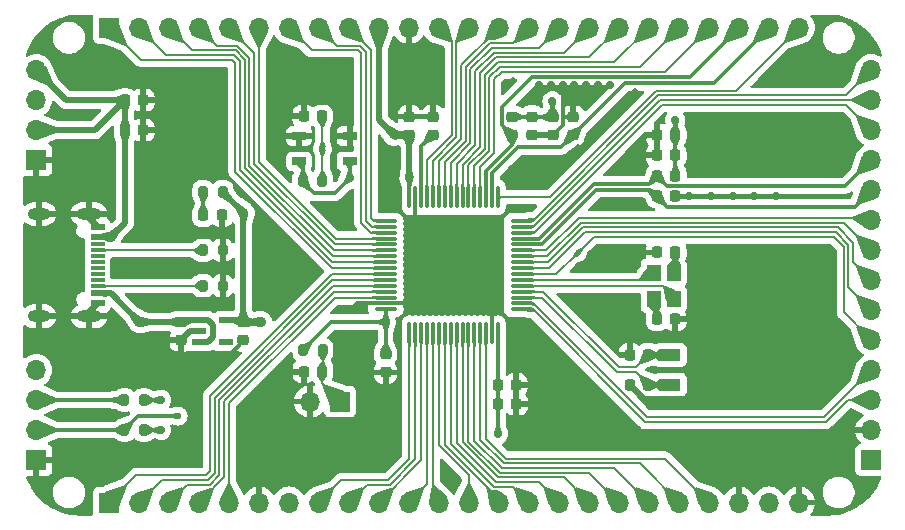
<source format=gtl>
%TF.GenerationSoftware,KiCad,Pcbnew,8.0.4*%
%TF.CreationDate,2024-08-12T16:22:58+08:00*%
%TF.ProjectId,UINIO-MCU-HC32F460KETA,55494e49-4f2d-44d4-9355-2d4843333246,Version 1.0.0*%
%TF.SameCoordinates,PX71f45d0PY4ce7800*%
%TF.FileFunction,Copper,L1,Top*%
%TF.FilePolarity,Positive*%
%FSLAX46Y46*%
G04 Gerber Fmt 4.6, Leading zero omitted, Abs format (unit mm)*
G04 Created by KiCad (PCBNEW 8.0.4) date 2024-08-12 16:22:58*
%MOMM*%
%LPD*%
G01*
G04 APERTURE LIST*
G04 Aperture macros list*
%AMRoundRect*
0 Rectangle with rounded corners*
0 $1 Rounding radius*
0 $2 $3 $4 $5 $6 $7 $8 $9 X,Y pos of 4 corners*
0 Add a 4 corners polygon primitive as box body*
4,1,4,$2,$3,$4,$5,$6,$7,$8,$9,$2,$3,0*
0 Add four circle primitives for the rounded corners*
1,1,$1+$1,$2,$3*
1,1,$1+$1,$4,$5*
1,1,$1+$1,$6,$7*
1,1,$1+$1,$8,$9*
0 Add four rect primitives between the rounded corners*
20,1,$1+$1,$2,$3,$4,$5,0*
20,1,$1+$1,$4,$5,$6,$7,0*
20,1,$1+$1,$6,$7,$8,$9,0*
20,1,$1+$1,$8,$9,$2,$3,0*%
G04 Aperture macros list end*
%TA.AperFunction,SMDPad,CuDef*%
%ADD10RoundRect,0.218750X0.218750X0.256250X-0.218750X0.256250X-0.218750X-0.256250X0.218750X-0.256250X0*%
%TD*%
%TA.AperFunction,SMDPad,CuDef*%
%ADD11RoundRect,0.200000X0.200000X0.275000X-0.200000X0.275000X-0.200000X-0.275000X0.200000X-0.275000X0*%
%TD*%
%TA.AperFunction,SMDPad,CuDef*%
%ADD12RoundRect,0.225000X0.250000X-0.225000X0.250000X0.225000X-0.250000X0.225000X-0.250000X-0.225000X0*%
%TD*%
%TA.AperFunction,SMDPad,CuDef*%
%ADD13R,1.157000X0.490000*%
%TD*%
%TA.AperFunction,SMDPad,CuDef*%
%ADD14R,1.175000X0.490000*%
%TD*%
%TA.AperFunction,SMDPad,CuDef*%
%ADD15RoundRect,0.218750X-0.256250X0.218750X-0.256250X-0.218750X0.256250X-0.218750X0.256250X0.218750X0*%
%TD*%
%TA.AperFunction,SMDPad,CuDef*%
%ADD16RoundRect,0.225000X-0.225000X-0.250000X0.225000X-0.250000X0.225000X0.250000X-0.225000X0.250000X0*%
%TD*%
%TA.AperFunction,SMDPad,CuDef*%
%ADD17R,1.800000X1.000000*%
%TD*%
%TA.AperFunction,ComponentPad*%
%ADD18R,1.700000X1.700000*%
%TD*%
%TA.AperFunction,ComponentPad*%
%ADD19O,1.700000X1.700000*%
%TD*%
%TA.AperFunction,SMDPad,CuDef*%
%ADD20RoundRect,0.225000X-0.250000X0.225000X-0.250000X-0.225000X0.250000X-0.225000X0.250000X0.225000X0*%
%TD*%
%TA.AperFunction,ComponentPad*%
%ADD21O,2.100000X1.000000*%
%TD*%
%TA.AperFunction,ComponentPad*%
%ADD22O,1.900000X1.000000*%
%TD*%
%TA.AperFunction,SMDPad,CuDef*%
%ADD23R,1.150000X0.600000*%
%TD*%
%TA.AperFunction,SMDPad,CuDef*%
%ADD24R,1.150000X0.300000*%
%TD*%
%TA.AperFunction,SMDPad,CuDef*%
%ADD25RoundRect,0.200000X-0.200000X-0.275000X0.200000X-0.275000X0.200000X0.275000X-0.200000X0.275000X0*%
%TD*%
%TA.AperFunction,SMDPad,CuDef*%
%ADD26RoundRect,0.225000X0.225000X0.250000X-0.225000X0.250000X-0.225000X-0.250000X0.225000X-0.250000X0*%
%TD*%
%TA.AperFunction,SMDPad,CuDef*%
%ADD27R,1.200000X0.650000*%
%TD*%
%TA.AperFunction,SMDPad,CuDef*%
%ADD28O,2.000000X0.300000*%
%TD*%
%TA.AperFunction,SMDPad,CuDef*%
%ADD29O,0.300000X2.000000*%
%TD*%
%TA.AperFunction,SMDPad,CuDef*%
%ADD30R,1.200000X1.400000*%
%TD*%
%TA.AperFunction,ViaPad*%
%ADD31C,0.500000*%
%TD*%
%TA.AperFunction,ViaPad*%
%ADD32C,0.700000*%
%TD*%
%TA.AperFunction,ViaPad*%
%ADD33C,0.600000*%
%TD*%
%TA.AperFunction,ViaPad*%
%ADD34C,0.900000*%
%TD*%
%TA.AperFunction,Conductor*%
%ADD35C,0.300000*%
%TD*%
%TA.AperFunction,Conductor*%
%ADD36C,0.500000*%
%TD*%
%TA.AperFunction,Conductor*%
%ADD37C,0.200000*%
%TD*%
G04 APERTURE END LIST*
D10*
%TO.P,L3,1,1*%
%TO.N,GND*%
X50465000Y-15630000D03*
%TO.P,L3,2,2*%
%TO.N,/AVSS{slash}VREFL*%
X48890000Y-15630000D03*
%TD*%
D11*
%TO.P,R4,1*%
%TO.N,/PB11{slash}MD*%
X20600000Y-28670000D03*
%TO.P,R4,2*%
%TO.N,VCC_3.3V*%
X18950000Y-28670000D03*
%TD*%
D12*
%TO.P,C2,1*%
%TO.N,GND*%
X40060000Y-10445000D03*
%TO.P,C2,2*%
%TO.N,VCC_3.3V*%
X40060000Y-8895000D03*
%TD*%
D13*
%TO.P,U1,1,VIN*%
%TO.N,VCC_5V*%
X10091500Y-26110000D03*
%TO.P,U1,2,VSS*%
%TO.N,GND*%
X10091500Y-27060000D03*
%TO.P,U1,3,CE*%
%TO.N,VCC_5V*%
X10091500Y-28010000D03*
D14*
%TO.P,U1,4,NC*%
%TO.N,unconnected-(U1-NC-Pad4)*%
X12399500Y-28010000D03*
%TO.P,U1,5,VOUT*%
%TO.N,VCC_3.3V*%
X12399500Y-26110000D03*
%TD*%
D12*
%TO.P,C1,1*%
%TO.N,GND*%
X38330000Y-10445000D03*
%TO.P,C1,2*%
%TO.N,VCC_3.3V*%
X38330000Y-8895000D03*
%TD*%
%TO.P,C17,1*%
%TO.N,GND*%
X25920000Y-30550000D03*
%TO.P,C17,2*%
%TO.N,VCC_3.3V*%
X25920000Y-29000000D03*
%TD*%
D10*
%TO.P,L4,1,1*%
%TO.N,VCC_3.3V*%
X50465000Y-13900000D03*
%TO.P,L4,2,2*%
%TO.N,/AVCC{slash}VREFH*%
X48890000Y-13900000D03*
%TD*%
D12*
%TO.P,C4,1*%
%TO.N,GND*%
X8610000Y-27830000D03*
%TO.P,C4,2*%
%TO.N,VCC_5V*%
X8610000Y-26280000D03*
%TD*%
D15*
%TO.P,L2,1,1*%
%TO.N,VCC_3.3V*%
X36600000Y-8882500D03*
%TO.P,L2,2,2*%
%TO.N,/AVCC*%
X36600000Y-10457500D03*
%TD*%
D11*
%TO.P,R5,1*%
%TO.N,/NRST*%
X20580000Y-14330000D03*
%TO.P,R5,2*%
%TO.N,VCC_3.3V*%
X18930000Y-14330000D03*
%TD*%
D16*
%TO.P,C9,1*%
%TO.N,GND*%
X19000000Y-30480000D03*
%TO.P,C9,2*%
%TO.N,/PB11{slash}MD*%
X20550000Y-30480000D03*
%TD*%
D17*
%TO.P,Y1,1,1*%
%TO.N,Net-(U2-PC15{slash}XTAL32_IN)*%
X50007500Y-29080002D03*
%TO.P,Y1,2,2*%
%TO.N,Net-(U2-PC14{slash}XTAL32_OUT)*%
X50007500Y-31580000D03*
%TD*%
D18*
%TO.P,J4,1,Pin_1*%
%TO.N,/PB11{slash}MD*%
X22080000Y-33010000D03*
D19*
%TO.P,J4,2,Pin_2*%
%TO.N,GND*%
X19540000Y-33010000D03*
%TD*%
D20*
%TO.P,C8,1*%
%TO.N,GND*%
X27940000Y-8880000D03*
%TO.P,C8,2*%
%TO.N,VCC_3.3V*%
X27940000Y-10430000D03*
%TD*%
D18*
%TO.P,J5,1,Pin_1*%
%TO.N,GND*%
X-3650000Y-12560000D03*
D19*
%TO.P,J5,2,Pin_2*%
%TO.N,VCC_5V*%
X-3650000Y-10020000D03*
%TO.P,J5,3,Pin_3*%
%TO.N,GND*%
X-3650000Y-7480000D03*
%TO.P,J5,4,Pin_4*%
%TO.N,VCC_5V*%
X-3650000Y-4940000D03*
%TD*%
D21*
%TO.P,USB1,13,GND*%
%TO.N,GND*%
X789000Y-17135000D03*
%TO.P,USB1,14,GND*%
X789000Y-25785000D03*
D22*
%TO.P,USB1,15,GND*%
X-3411000Y-17135000D03*
%TO.P,USB1,16,GND*%
X-3411000Y-25785000D03*
D23*
%TO.P,USB1,A1B12,GND*%
X1551000Y-18260000D03*
%TO.P,USB1,A4B9,VBUS*%
%TO.N,VCC_5V*%
X1551000Y-19060000D03*
D24*
%TO.P,USB1,A5,CC1*%
%TO.N,Net-(USB1-CC1)*%
X1551000Y-20210000D03*
%TO.P,USB1,A6,DP1*%
%TO.N,unconnected-(USB1-DP1-PadA6)*%
X1551000Y-21210000D03*
%TO.P,USB1,A7,DN1*%
%TO.N,unconnected-(USB1-DN1-PadA7)*%
X1551000Y-21710000D03*
%TO.P,USB1,A8,SBU1*%
%TO.N,unconnected-(USB1-SBU1-PadA8)*%
X1551000Y-22710000D03*
D23*
%TO.P,USB1,B1A12,GND*%
%TO.N,GND*%
X1551000Y-24660000D03*
%TO.P,USB1,B4A9,VBUS*%
%TO.N,VCC_5V*%
X1551000Y-23860000D03*
D24*
%TO.P,USB1,B5,CC2*%
%TO.N,Net-(USB1-CC2)*%
X1551000Y-23210000D03*
%TO.P,USB1,B6,DP2*%
%TO.N,unconnected-(USB1-DP2-PadB6)*%
X1551000Y-22210000D03*
%TO.P,USB1,B7,DN2*%
%TO.N,unconnected-(USB1-DN2-PadB7)*%
X1551000Y-20710000D03*
%TO.P,USB1,B8,SBU2*%
%TO.N,unconnected-(USB1-SBU2-PadB8)*%
X1551000Y-19710000D03*
%TD*%
D25*
%TO.P,R7,1*%
%TO.N,/PA13{slash}JTMS_SWDIO*%
X3815000Y-32880000D03*
%TO.P,R7,2*%
%TO.N,VCC_3.3V*%
X5465000Y-32880000D03*
%TD*%
D12*
%TO.P,C7,1*%
%TO.N,GND*%
X13890000Y-27830000D03*
%TO.P,C7,2*%
%TO.N,VCC_3.3V*%
X13890000Y-26280000D03*
%TD*%
D26*
%TO.P,C19,1*%
%TO.N,GND*%
X37000000Y-33210000D03*
%TO.P,C19,2*%
%TO.N,VCC_3.3V*%
X35450000Y-33210000D03*
%TD*%
D11*
%TO.P,R6,1*%
%TO.N,VCC_3.3V*%
X5465000Y-35420000D03*
%TO.P,R6,2*%
%TO.N,/PA14{slash}JTCK_SWCLK*%
X3815000Y-35420000D03*
%TD*%
D18*
%TO.P,J3,1,Pin_1*%
%TO.N,/PA8*%
X2490000Y-1360000D03*
D19*
%TO.P,J3,2,Pin_2*%
%TO.N,/PC9*%
X5030000Y-1360000D03*
%TO.P,J3,3,Pin_3*%
%TO.N,/PC8*%
X7570000Y-1360000D03*
%TO.P,J3,4,Pin_4*%
%TO.N,/PC7*%
X10110000Y-1360000D03*
%TO.P,J3,5,Pin_5*%
%TO.N,/PC6*%
X12650000Y-1360000D03*
%TO.P,J3,6,Pin_6*%
%TO.N,/PB15*%
X15190000Y-1360000D03*
%TO.P,J3,7,Pin_7*%
%TO.N,/PB14*%
X17730000Y-1360000D03*
%TO.P,J3,8,Pin_8*%
%TO.N,/PB13*%
X20270000Y-1360000D03*
%TO.P,J3,9,Pin_9*%
%TO.N,/PB12*%
X22810000Y-1360000D03*
%TO.P,J3,10,Pin_10*%
%TO.N,VCC_3.3V*%
X25350000Y-1360000D03*
%TO.P,J3,11,Pin_11*%
%TO.N,GND*%
X27890000Y-1360000D03*
%TO.P,J3,12,Pin_12*%
%TO.N,/PB10*%
X30430000Y-1360000D03*
%TO.P,J3,13,Pin_13*%
%TO.N,/PB2*%
X32970000Y-1360000D03*
%TO.P,J3,14,Pin_14*%
%TO.N,/PB1*%
X35510000Y-1360000D03*
%TO.P,J3,15,Pin_15*%
%TO.N,/PB0*%
X38050000Y-1360000D03*
%TO.P,J3,16,Pin_16*%
%TO.N,/PC5*%
X40590000Y-1360000D03*
%TO.P,J3,17,Pin_17*%
%TO.N,/PC4*%
X43130000Y-1360000D03*
%TO.P,J3,18,Pin_18*%
%TO.N,/PA7*%
X45670000Y-1360000D03*
%TO.P,J3,19,Pin_19*%
%TO.N,/PA6*%
X48210000Y-1360000D03*
%TO.P,J3,20,Pin_20*%
%TO.N,/PA5*%
X50750000Y-1360000D03*
%TO.P,J3,21,Pin_21*%
%TO.N,/PA4*%
X53290000Y-1360000D03*
%TO.P,J3,22,Pin_22*%
%TO.N,/AVCC*%
X55830000Y-1360000D03*
%TO.P,J3,23,Pin_23*%
%TO.N,/AVSS*%
X58370000Y-1360000D03*
%TO.P,J3,24,Pin_24*%
%TO.N,/PA3*%
X60910000Y-1360000D03*
%TD*%
D18*
%TO.P,J1,1,Pin_1*%
%TO.N,VCC_3.3V*%
X67030000Y-37960000D03*
D19*
%TO.P,J1,2,Pin_2*%
%TO.N,GND*%
X67030000Y-35420000D03*
%TO.P,J1,3,Pin_3*%
%TO.N,/PH2*%
X67030000Y-32880000D03*
%TO.P,J1,4,Pin_4*%
%TO.N,/PC13*%
X67030000Y-30340000D03*
%TO.P,J1,5,Pin_5*%
%TO.N,/NRST*%
X67030000Y-27800000D03*
%TO.P,J1,6,Pin_6*%
%TO.N,/PC0*%
X67030000Y-25260000D03*
%TO.P,J1,7,Pin_7*%
%TO.N,/PC1*%
X67030000Y-22720000D03*
%TO.P,J1,8,Pin_8*%
%TO.N,/PC2*%
X67030000Y-20180000D03*
%TO.P,J1,9,Pin_9*%
%TO.N,/PC3*%
X67030000Y-17640000D03*
%TO.P,J1,10,Pin_10*%
%TO.N,/AVSS{slash}VREFL*%
X67030000Y-15100000D03*
%TO.P,J1,11,Pin_11*%
%TO.N,/AVCC{slash}VREFH*%
X67030000Y-12560000D03*
%TO.P,J1,12,Pin_12*%
%TO.N,/PA0*%
X67030000Y-10020000D03*
%TO.P,J1,13,Pin_13*%
%TO.N,/PA1*%
X67030000Y-7480000D03*
%TO.P,J1,14,Pin_14*%
%TO.N,/PA2*%
X67030000Y-4940000D03*
%TD*%
D20*
%TO.P,C12,1*%
%TO.N,GND*%
X29920000Y-8880000D03*
%TO.P,C12,2*%
%TO.N,Net-(U2-VCAP_1)*%
X29920000Y-10430000D03*
%TD*%
D27*
%TO.P,SW1,1,1*%
%TO.N,VCC_3.3V*%
X22880000Y-12670000D03*
%TO.P,SW1,2,2*%
X18580000Y-12670000D03*
%TO.P,SW1,3,3*%
%TO.N,GND*%
X22880000Y-10520000D03*
%TO.P,SW1,4,4*%
X18580000Y-10520000D03*
%TD*%
D26*
%TO.P,C11,1*%
%TO.N,GND*%
X5415000Y-10020000D03*
%TO.P,C11,2*%
%TO.N,VCC_5V*%
X3865000Y-10020000D03*
%TD*%
%TO.P,C6,1*%
%TO.N,GND*%
X36990000Y-31600000D03*
%TO.P,C6,2*%
%TO.N,VCC_3.3V*%
X35440000Y-31600000D03*
%TD*%
D10*
%TO.P,D1,1,K*%
%TO.N,GND*%
X12062500Y-17250000D03*
%TO.P,D1,2,A*%
%TO.N,Net-(D1-A)*%
X10487500Y-17250000D03*
%TD*%
D25*
%TO.P,R1,1*%
%TO.N,Net-(USB1-CC1)*%
X10470000Y-20200000D03*
%TO.P,R1,2*%
%TO.N,GND*%
X12120000Y-20200000D03*
%TD*%
D26*
%TO.P,C18,1*%
%TO.N,GND*%
X50450000Y-26050000D03*
%TO.P,C18,2*%
%TO.N,Net-(C18-Pad2)*%
X48900000Y-26050000D03*
%TD*%
D15*
%TO.P,L1,1,1*%
%TO.N,GND*%
X41790000Y-8882500D03*
%TO.P,L1,2,2*%
%TO.N,/AVSS*%
X41790000Y-10457500D03*
%TD*%
D16*
%TO.P,C14,1*%
%TO.N,GND*%
X48900000Y-20390000D03*
%TO.P,C14,2*%
%TO.N,Net-(C14-Pad2)*%
X50450000Y-20390000D03*
%TD*%
%TO.P,C13,1*%
%TO.N,GND*%
X18980000Y-8860000D03*
%TO.P,C13,2*%
%TO.N,/NRST*%
X20530000Y-8860000D03*
%TD*%
D25*
%TO.P,R3,1*%
%TO.N,Net-(D1-A)*%
X10470000Y-15260000D03*
%TO.P,R3,2*%
%TO.N,VCC_3.3V*%
X12120000Y-15260000D03*
%TD*%
D16*
%TO.P,C3,1*%
%TO.N,GND*%
X48902500Y-10440000D03*
%TO.P,C3,2*%
%TO.N,VCC_3.3V*%
X50452500Y-10440000D03*
%TD*%
D25*
%TO.P,R2,1*%
%TO.N,Net-(USB1-CC2)*%
X10470000Y-23210000D03*
%TO.P,R2,2*%
%TO.N,GND*%
X12120000Y-23210000D03*
%TD*%
D26*
%TO.P,C10,1*%
%TO.N,GND*%
X5415000Y-7480000D03*
%TO.P,C10,2*%
%TO.N,VCC_5V*%
X3865000Y-7480000D03*
%TD*%
D18*
%TO.P,J6,1,Pin_1*%
%TO.N,GND*%
X-3650000Y-37960000D03*
D19*
%TO.P,J6,2,Pin_2*%
%TO.N,/PA14{slash}JTCK_SWCLK*%
X-3650000Y-35420000D03*
%TO.P,J6,3,Pin_3*%
%TO.N,/PA13{slash}JTMS_SWDIO*%
X-3650000Y-32880000D03*
%TO.P,J6,4,Pin_4*%
%TO.N,VCC_3.3V*%
X-3650000Y-30340000D03*
%TD*%
D16*
%TO.P,C5,1*%
%TO.N,GND*%
X48902500Y-12170000D03*
%TO.P,C5,2*%
%TO.N,VCC_3.3V*%
X50452500Y-12170000D03*
%TD*%
%TO.P,C16,1*%
%TO.N,GND*%
X46600000Y-29060000D03*
%TO.P,C16,2*%
%TO.N,Net-(U2-PC15{slash}XTAL32_IN)*%
X48150000Y-29060000D03*
%TD*%
D28*
%TO.P,U2,1,PH2*%
%TO.N,/PH2*%
X37440000Y-25210000D03*
%TO.P,U2,2,PC13*%
%TO.N,/PC13*%
X37440000Y-24710000D03*
%TO.P,U2,3,PC14/XTAL32_OUT*%
%TO.N,Net-(U2-PC14{slash}XTAL32_OUT)*%
X37440000Y-24210000D03*
%TO.P,U2,4,PC15/XTAL32_IN*%
%TO.N,Net-(U2-PC15{slash}XTAL32_IN)*%
X37440000Y-23710000D03*
%TO.P,U2,5,PH0/XTAL_IN*%
%TO.N,Net-(U2-PH0{slash}XTAL_IN)*%
X37440000Y-23210000D03*
%TO.P,U2,6,PH1/XTAL_OUT*%
%TO.N,Net-(U2-PH1{slash}XTAL_OUT)*%
X37440000Y-22710000D03*
%TO.P,U2,7,NRST*%
%TO.N,/NRST*%
X37440000Y-22210000D03*
%TO.P,U2,8,PC0/ADC12_IN10*%
%TO.N,/PC0*%
X37440000Y-21710000D03*
%TO.P,U2,9,PC1/ADC12_IN11*%
%TO.N,/PC1*%
X37440000Y-21210000D03*
%TO.P,U2,10,PC2/ADC1_IN12*%
%TO.N,/PC2*%
X37440000Y-20710000D03*
%TO.P,U2,11,PC3/ADC1_IN13*%
%TO.N,/PC3*%
X37440000Y-20210000D03*
%TO.P,U2,12,AVSS/VREFL*%
%TO.N,/AVSS{slash}VREFL*%
X37440000Y-19710000D03*
%TO.P,U2,13,AVCC/VREFH*%
%TO.N,/AVCC{slash}VREFH*%
X37440000Y-19210000D03*
%TO.P,U2,14,PA0/ADC1_IN0*%
%TO.N,/PA0*%
X37440000Y-18710000D03*
%TO.P,U2,15,PA1/ADC1_IN1*%
%TO.N,/PA1*%
X37440000Y-18210000D03*
%TO.P,U2,16,PA2/ADC1_IN2*%
%TO.N,/PA2*%
X37440000Y-17710000D03*
D29*
%TO.P,U2,17,PA3/ADC1_IN3*%
%TO.N,/PA3*%
X35440000Y-15710000D03*
%TO.P,U2,18,AVSS*%
%TO.N,/AVSS*%
X34940000Y-15710000D03*
%TO.P,U2,19,AVCC*%
%TO.N,/AVCC*%
X34440000Y-15710000D03*
%TO.P,U2,20,PA4/ADC12_IN4*%
%TO.N,/PA4*%
X33940000Y-15710000D03*
%TO.P,U2,21,PA5/ADC12_IN5*%
%TO.N,/PA5*%
X33440000Y-15710000D03*
%TO.P,U2,22,PA6/ADC12_IN6*%
%TO.N,/PA6*%
X32940000Y-15710000D03*
%TO.P,U2,23,PA7/ADC12_IN7*%
%TO.N,/PA7*%
X32440000Y-15710000D03*
%TO.P,U2,24,PC4/ADC1_IN14*%
%TO.N,/PC4*%
X31940000Y-15710000D03*
%TO.P,U2,25,PC5/ADC1_IN15*%
%TO.N,/PC5*%
X31440000Y-15710000D03*
%TO.P,U2,26,PB0/ADC12_IN8*%
%TO.N,/PB0*%
X30940000Y-15710000D03*
%TO.P,U2,27,PB1/ADC12_IN9*%
%TO.N,/PB1*%
X30440000Y-15710000D03*
%TO.P,U2,28,PB2/PVD2EXINP*%
%TO.N,/PB2*%
X29940000Y-15710000D03*
%TO.P,U2,29,PB10*%
%TO.N,/PB10*%
X29440000Y-15710000D03*
%TO.P,U2,30,VCAP_1*%
%TO.N,Net-(U2-VCAP_1)*%
X28940000Y-15710000D03*
%TO.P,U2,31,VSS*%
%TO.N,GND*%
X28440000Y-15710000D03*
%TO.P,U2,32,VCC*%
%TO.N,VCC_3.3V*%
X27940000Y-15710000D03*
D28*
%TO.P,U2,33,PB12*%
%TO.N,/PB12*%
X25940000Y-17710000D03*
%TO.P,U2,34,PB13*%
%TO.N,/PB13*%
X25940000Y-18210000D03*
%TO.P,U2,35,PB14*%
%TO.N,/PB14*%
X25940000Y-18710000D03*
%TO.P,U2,36,PB15*%
%TO.N,/PB15*%
X25940000Y-19210000D03*
%TO.P,U2,37,PC6*%
%TO.N,/PC6*%
X25940000Y-19710000D03*
%TO.P,U2,38,PC7*%
%TO.N,/PC7*%
X25940000Y-20210000D03*
%TO.P,U2,39,PC8*%
%TO.N,/PC8*%
X25940000Y-20710000D03*
%TO.P,U2,40,PC9*%
%TO.N,/PC9*%
X25940000Y-21210000D03*
%TO.P,U2,41,PA8*%
%TO.N,/PA8*%
X25940000Y-21710000D03*
%TO.P,U2,42,PA9/USBFS_VBUS*%
%TO.N,/PA9*%
X25940000Y-22210000D03*
%TO.P,U2,43,PA10/USBFS_ID*%
%TO.N,/PA10*%
X25940000Y-22710000D03*
%TO.P,U2,44,PA11/USBFS_DM*%
%TO.N,/PA11*%
X25940000Y-23210000D03*
%TO.P,U2,45,PA12/USBFS_DP*%
%TO.N,/PA12*%
X25940000Y-23710000D03*
%TO.P,U2,46,PA13/JTMS_SWDIO*%
%TO.N,/PA13{slash}JTMS_SWDIO*%
X25940000Y-24210000D03*
%TO.P,U2,47,VSS*%
%TO.N,GND*%
X25940000Y-24710000D03*
%TO.P,U2,48,VCC*%
%TO.N,VCC_3.3V*%
X25940000Y-25210000D03*
D29*
%TO.P,U2,49,PA14/JTCK_SWCLK*%
%TO.N,/PA14{slash}JTCK_SWCLK*%
X27940000Y-27210000D03*
%TO.P,U2,50,PA15/TDI*%
%TO.N,/PA15*%
X28440000Y-27210000D03*
%TO.P,U2,51,PC10*%
%TO.N,/PC10*%
X28940000Y-27210000D03*
%TO.P,U2,52,PC11*%
%TO.N,/PC11*%
X29440000Y-27210000D03*
%TO.P,U2,53,PC12*%
%TO.N,/PC12*%
X29940000Y-27210000D03*
%TO.P,U2,54,PD2*%
%TO.N,/PD2*%
X30440000Y-27210000D03*
%TO.P,U2,55,PB3/JTDO_TRACESWO*%
%TO.N,/PB3*%
X30940000Y-27210000D03*
%TO.P,U2,56,PB4/NJTRST*%
%TO.N,/PB4*%
X31440000Y-27210000D03*
%TO.P,U2,57,PB5*%
%TO.N,/PB5*%
X31940000Y-27210000D03*
%TO.P,U2,58,PB6*%
%TO.N,/PB6*%
X32440000Y-27210000D03*
%TO.P,U2,59,PB7*%
%TO.N,/PB7*%
X32940000Y-27210000D03*
%TO.P,U2,60,PB11/MD*%
%TO.N,/PB11{slash}MD*%
X33440000Y-27210000D03*
%TO.P,U2,61,PB8*%
%TO.N,/PB8*%
X33940000Y-27210000D03*
%TO.P,U2,62,PB9*%
%TO.N,/PB9*%
X34440000Y-27210000D03*
%TO.P,U2,63,VSS*%
%TO.N,GND*%
X34940000Y-27210000D03*
%TO.P,U2,64,VCC*%
%TO.N,VCC_3.3V*%
X35440000Y-27210000D03*
%TD*%
D16*
%TO.P,C15,1*%
%TO.N,GND*%
X46600000Y-31600002D03*
%TO.P,C15,2*%
%TO.N,Net-(U2-PC14{slash}XTAL32_OUT)*%
X48150000Y-31600002D03*
%TD*%
D18*
%TO.P,J2,1,Pin_1*%
%TO.N,/PA9*%
X2490000Y-41560000D03*
D19*
%TO.P,J2,2,Pin_2*%
%TO.N,/PA10*%
X5030000Y-41560000D03*
%TO.P,J2,3,Pin_3*%
%TO.N,/PA11*%
X7570000Y-41560000D03*
%TO.P,J2,4,Pin_4*%
%TO.N,/PA12*%
X10110000Y-41560000D03*
%TO.P,J2,5,Pin_5*%
%TO.N,/PA13{slash}JTMS_SWDIO*%
X12650000Y-41560000D03*
%TO.P,J2,6,Pin_6*%
%TO.N,GND*%
X15190000Y-41560000D03*
%TO.P,J2,7,Pin_7*%
%TO.N,VCC_3.3V*%
X17730000Y-41560000D03*
%TO.P,J2,8,Pin_8*%
%TO.N,/PA14{slash}JTCK_SWCLK*%
X20270000Y-41560000D03*
%TO.P,J2,9,Pin_9*%
%TO.N,/PA15*%
X22810000Y-41560000D03*
%TO.P,J2,10,Pin_10*%
%TO.N,/PC10*%
X25350000Y-41560000D03*
%TO.P,J2,11,Pin_11*%
%TO.N,/PC11*%
X27890000Y-41560000D03*
%TO.P,J2,12,Pin_12*%
%TO.N,/PC12*%
X30430000Y-41560000D03*
%TO.P,J2,13,Pin_13*%
%TO.N,/PD2*%
X32970000Y-41560000D03*
%TO.P,J2,14,Pin_14*%
%TO.N,/PB3*%
X35510000Y-41560000D03*
%TO.P,J2,15,Pin_15*%
%TO.N,/PB4*%
X38050000Y-41560000D03*
%TO.P,J2,16,Pin_16*%
%TO.N,/PB5*%
X40590000Y-41560000D03*
%TO.P,J2,17,Pin_17*%
%TO.N,/PB6*%
X43130000Y-41560000D03*
%TO.P,J2,18,Pin_18*%
%TO.N,/PB7*%
X45670000Y-41560000D03*
%TO.P,J2,19,Pin_19*%
%TO.N,/PB11{slash}MD*%
X48210000Y-41560000D03*
%TO.P,J2,20,Pin_20*%
%TO.N,/PB8*%
X50750000Y-41560000D03*
%TO.P,J2,21,Pin_21*%
%TO.N,/PB9*%
X53290000Y-41560000D03*
%TO.P,J2,22,Pin_22*%
%TO.N,GND*%
X55830000Y-41560000D03*
%TO.P,J2,23,Pin_23*%
%TO.N,VCC_3.3V*%
X58370000Y-41560000D03*
%TO.P,J2,24,Pin_24*%
%TO.N,GND*%
X60910000Y-41560000D03*
%TD*%
D30*
%TO.P,Y2,1,1*%
%TO.N,Net-(U2-PH1{slash}XTAL_OUT)*%
X48605000Y-22120000D03*
%TO.P,Y2,2,2*%
%TO.N,Net-(C18-Pad2)*%
X48605000Y-24320000D03*
%TO.P,Y2,3,3*%
%TO.N,Net-(U2-PH0{slash}XTAL_IN)*%
X50305000Y-24320000D03*
%TO.P,Y2,4,4*%
%TO.N,Net-(C14-Pad2)*%
X50305000Y-22120000D03*
%TD*%
D31*
%TO.N,GND*%
X36750000Y-5830000D03*
D32*
X30230000Y-20460000D03*
D31*
X44230000Y-21460000D03*
X2950000Y-34180000D03*
X39000000Y-14750000D03*
X48230000Y-33460000D03*
D32*
X19230000Y-7460000D03*
D31*
X46230000Y-21460000D03*
X40250000Y-12750000D03*
X45000000Y-13500000D03*
X52230000Y-29460000D03*
X43750000Y-10000000D03*
X52230000Y-31460000D03*
D32*
X22230000Y-7460000D03*
X8692500Y-24750000D03*
X33230000Y-23460000D03*
D31*
X53206394Y-21424592D03*
X60000000Y-6040000D03*
X47000000Y-16500000D03*
X45230000Y-27460000D03*
D32*
X43910000Y-6250000D03*
X42910000Y-6250000D03*
D31*
X48000000Y-10500000D03*
X44230000Y-20460000D03*
D32*
X10055000Y-24750000D03*
X53442500Y-15630000D03*
D31*
X50230000Y-27460000D03*
D32*
X30230000Y-23460000D03*
D31*
X52230000Y-23460000D03*
X51230000Y-27460000D03*
X64000000Y-6040000D03*
X39000000Y-13750000D03*
X45250000Y-8500000D03*
X50230000Y-33460000D03*
X51230000Y-33460000D03*
X53250000Y-10750000D03*
D32*
X44910000Y-6250000D03*
X29230000Y-21460000D03*
D31*
X53250000Y-9750000D03*
D32*
X34230000Y-21460000D03*
D31*
X47230000Y-20460000D03*
X48000000Y-16500000D03*
D32*
X7330000Y-24750000D03*
D31*
X44500000Y-9250000D03*
X45230000Y-24460000D03*
X53250000Y-11750000D03*
D32*
X20230000Y-7460000D03*
X34230000Y-22460000D03*
D31*
X47230000Y-21460000D03*
X44000000Y-16500000D03*
D32*
X34230000Y-20460000D03*
D31*
X37750000Y-13750000D03*
D32*
X51590000Y-15630000D03*
D31*
X53230000Y-33460000D03*
D32*
X32230000Y-21460000D03*
X29230000Y-23460000D03*
D31*
X36500000Y-13250000D03*
D32*
X18230000Y-7460000D03*
D31*
X35960000Y-6620000D03*
D32*
X39910000Y-6250000D03*
D31*
X43230000Y-21460000D03*
X49230000Y-27460000D03*
X53230000Y-23460000D03*
D32*
X32230000Y-23460000D03*
D31*
X44230000Y-25460000D03*
X63020000Y-6040000D03*
X46230000Y-25460000D03*
X44230000Y-24460000D03*
X42250000Y-11500000D03*
D32*
X31230000Y-21460000D03*
D31*
X44230000Y-26460000D03*
X53250000Y-8750000D03*
X53230000Y-30460000D03*
D32*
X29230000Y-22460000D03*
X30230000Y-21460000D03*
X31230000Y-22460000D03*
D31*
X52230000Y-25460000D03*
D32*
X33230000Y-19460000D03*
D31*
X37750000Y-12750000D03*
X53230000Y-26460000D03*
X45230000Y-25460000D03*
X53230000Y-31460000D03*
D32*
X59000000Y-15630000D03*
D31*
X46230000Y-20460000D03*
X37750000Y-14750000D03*
D32*
X32230000Y-22460000D03*
D31*
X52230000Y-28460000D03*
X52250000Y-12750000D03*
D32*
X38910000Y-6250000D03*
X41910000Y-6250000D03*
X11417500Y-24750000D03*
D31*
X42230000Y-24460000D03*
X45230000Y-21460000D03*
D32*
X34230000Y-23460000D03*
D31*
X22900000Y-15890000D03*
X45000000Y-16500000D03*
D32*
X55295000Y-15630000D03*
D31*
X52230000Y-22460000D03*
X52230000Y-32460000D03*
D32*
X31230000Y-23460000D03*
D31*
X46500000Y-12000000D03*
X53218197Y-27514701D03*
X47230000Y-24460000D03*
D33*
X31690000Y-39700000D03*
D31*
X46230000Y-24460000D03*
D32*
X40910000Y-6250000D03*
X57147500Y-15630000D03*
X9210000Y-29560000D03*
D31*
X41250000Y-12250000D03*
D32*
X33230000Y-22460000D03*
D31*
X52250000Y-11750000D03*
D32*
X30230000Y-19460000D03*
D31*
X46230000Y-26460000D03*
X52230000Y-27460000D03*
D32*
X10610000Y-29560000D03*
X12780000Y-24750000D03*
X33230000Y-21460000D03*
D31*
X45230000Y-20460000D03*
D32*
X32230000Y-20460000D03*
D31*
X52250000Y-10750000D03*
X52230000Y-30460000D03*
X47230000Y-27460000D03*
X45750000Y-12750000D03*
X52230000Y-26460000D03*
X46230000Y-27460000D03*
X0Y-8780000D03*
X53230000Y-28460000D03*
X53230000Y-22460000D03*
X53250000Y-12750000D03*
D32*
X31230000Y-20460000D03*
D31*
X52230000Y-33460000D03*
X52250000Y-13750000D03*
D32*
X32230000Y-19460000D03*
D31*
X43000000Y-10750000D03*
X48230000Y-27460000D03*
X47230000Y-26460000D03*
D32*
X34230000Y-19460000D03*
D31*
X47000000Y-13500000D03*
D32*
X21230000Y-7460000D03*
D31*
X43230000Y-20460000D03*
X52230000Y-21460000D03*
X9250000Y-36500000D03*
X52250000Y-9750000D03*
X40250000Y-13750000D03*
D32*
X30230000Y-22460000D03*
D31*
X52230000Y-24460000D03*
X53230000Y-20460000D03*
X47250000Y-11250000D03*
X42230000Y-21460000D03*
X61000000Y-6040000D03*
X47230000Y-25460000D03*
X53230000Y-32460000D03*
D32*
X7810000Y-29560000D03*
D31*
X46000000Y-13500000D03*
X9250000Y-33500000D03*
X49230000Y-33460000D03*
D32*
X31230000Y-19460000D03*
D31*
X53250000Y-13750000D03*
D32*
X29230000Y-20460000D03*
D31*
X52250000Y-8750000D03*
X53230000Y-29460000D03*
X39000000Y-12750000D03*
X14000000Y-36500000D03*
D32*
X23000000Y-25230000D03*
D31*
X53230000Y-25460000D03*
X62000000Y-6040000D03*
X53230000Y-24460000D03*
X43230000Y-25460000D03*
D32*
X33230000Y-20460000D03*
D31*
X43230000Y-24460000D03*
X46000000Y-16500000D03*
X45230000Y-26460000D03*
X47000000Y-6750000D03*
D32*
X29230000Y-19460000D03*
D31*
X52230000Y-20460000D03*
D34*
%TO.N,VCC_5V*%
X2660000Y-19060000D03*
X5080000Y-26280000D03*
D31*
%TO.N,/NRST*%
X42175000Y-20425000D03*
D33*
X20580000Y-11610000D03*
D31*
%TO.N,/PA13{slash}JTMS_SWDIO*%
X2950000Y-32880000D03*
D33*
%TO.N,/PA14{slash}JTCK_SWCLK*%
X8360000Y-34240000D03*
D32*
%TO.N,VCC_3.3V*%
X6920000Y-32880000D03*
D34*
X26620000Y-10400000D03*
X13890000Y-17030000D03*
D32*
X6920000Y-35420000D03*
X50452500Y-9170000D03*
X35450000Y-35790000D03*
X22890000Y-14120000D03*
X27940000Y-14110000D03*
X40050000Y-7600000D03*
D34*
X15380000Y-26280000D03*
D32*
X25940000Y-26280000D03*
%TD*%
D35*
%TO.N,/AVCC*%
X38330000Y-5530000D02*
X51660000Y-5530000D01*
X35750000Y-9607500D02*
X35750000Y-8110000D01*
X36600000Y-10457500D02*
X35750000Y-9607500D01*
X35750000Y-8110000D02*
X38330000Y-5530000D01*
X51660000Y-5530000D02*
X55830000Y-1360000D01*
%TO.N,GND*%
X40930000Y-8820000D02*
X40992500Y-8882500D01*
X40992500Y-8882500D02*
X41790000Y-8882500D01*
X40930000Y-8820000D02*
X40930000Y-6270000D01*
X40930000Y-9575000D02*
X40930000Y-8820000D01*
X40930000Y-6270000D02*
X40910000Y-6250000D01*
X40060000Y-10445000D02*
X40930000Y-9575000D01*
D36*
X46600000Y-31600002D02*
X48459998Y-33460000D01*
D35*
X40930000Y-6320000D02*
X41000000Y-6250000D01*
D36*
X1551000Y-18260000D02*
X789000Y-17498000D01*
X48459998Y-33460000D02*
X52230000Y-33460000D01*
D35*
X7810000Y-29590000D02*
X7840000Y-29560000D01*
D36*
X1551000Y-24660000D02*
X789000Y-25422000D01*
X789000Y-17498000D02*
X789000Y-17135000D01*
D35*
X28440000Y-15710000D02*
X28440000Y-24680000D01*
D36*
X789000Y-25422000D02*
X789000Y-25785000D01*
D35*
X13890000Y-27900000D02*
X12230000Y-29560000D01*
X34940000Y-24990000D02*
X34940000Y-27210000D01*
D36*
X9380000Y-27060000D02*
X10091500Y-27060000D01*
D35*
X34660000Y-24710000D02*
X34940000Y-24990000D01*
X12230000Y-29560000D02*
X10610000Y-29560000D01*
X25940000Y-24710000D02*
X23520000Y-24710000D01*
X25940000Y-24710000D02*
X28470000Y-24710000D01*
X28440000Y-24680000D02*
X28470000Y-24710000D01*
X7840000Y-29560000D02*
X10610000Y-29560000D01*
X23520000Y-24710000D02*
X23000000Y-25230000D01*
D36*
X8610000Y-27830000D02*
X9380000Y-27060000D01*
D35*
X28470000Y-24710000D02*
X34660000Y-24710000D01*
D36*
%TO.N,VCC_5V*%
X2660000Y-19060000D02*
X3865000Y-17855000D01*
X3865000Y-7480000D02*
X-1110000Y-7480000D01*
X8780000Y-26110000D02*
X10091500Y-26110000D01*
X-1110000Y-7480000D02*
X-3650000Y-4940000D01*
X5080000Y-26280000D02*
X8610000Y-26280000D01*
X10865000Y-28010000D02*
X10091500Y-28010000D01*
X10091500Y-26110000D02*
X10865000Y-26110000D01*
X3865000Y-10020000D02*
X3865000Y-7480000D01*
X1551000Y-19060000D02*
X2660000Y-19060000D01*
X3865000Y-17855000D02*
X3865000Y-10020000D01*
X10865000Y-26110000D02*
X11300000Y-26545000D01*
X1325000Y-10020000D02*
X-3650000Y-10020000D01*
X2660000Y-23860000D02*
X5080000Y-26280000D01*
X3865000Y-7480000D02*
X1325000Y-10020000D01*
X1551000Y-23860000D02*
X2660000Y-23860000D01*
X11300000Y-26545000D02*
X11300000Y-27575000D01*
X11300000Y-27575000D02*
X10865000Y-28010000D01*
D35*
%TO.N,/AVCC{slash}VREFH*%
X37440000Y-19210000D02*
X38930000Y-19210000D01*
X49750000Y-14760000D02*
X64830000Y-14760000D01*
X43560000Y-14580000D02*
X48210000Y-14580000D01*
X38930000Y-19210000D02*
X43560000Y-14580000D01*
X64830000Y-14760000D02*
X67030000Y-12560000D01*
X48890000Y-13900000D02*
X49750000Y-14760000D01*
X48210000Y-14580000D02*
X48890000Y-13900000D01*
D37*
%TO.N,/PB11{slash}MD*%
X35742744Y-38640000D02*
X45290000Y-38640000D01*
X20550000Y-31480000D02*
X22080000Y-33010000D01*
X45290000Y-38640000D02*
X48210000Y-41560000D01*
X20550000Y-30480000D02*
X20550000Y-31480000D01*
X20600000Y-28670000D02*
X20600000Y-30430000D01*
X33440000Y-27210000D02*
X33440000Y-36337256D01*
X33440000Y-36337256D02*
X35742744Y-38640000D01*
D35*
%TO.N,Net-(U2-VCAP_1)*%
X28940000Y-15710000D02*
X28940000Y-11410000D01*
X28940000Y-11410000D02*
X29920000Y-10430000D01*
D37*
%TO.N,/NRST*%
X64700000Y-19901372D02*
X64700000Y-25470000D01*
X63858628Y-19060000D02*
X64700000Y-19901372D01*
X20580000Y-14330000D02*
X20580000Y-11610000D01*
X20580000Y-11610000D02*
X20580000Y-8910000D01*
X42175000Y-20425000D02*
X40390000Y-22210000D01*
X64700000Y-25470000D02*
X67030000Y-27800000D01*
X42175000Y-20425000D02*
X43540000Y-19060000D01*
X43540000Y-19060000D02*
X63858628Y-19060000D01*
X40390000Y-22210000D02*
X37440000Y-22210000D01*
%TO.N,Net-(U2-PC14{slash}XTAL32_OUT)*%
X47130000Y-30540000D02*
X48150000Y-31560000D01*
X37440000Y-24210000D02*
X39174314Y-24210000D01*
X39174314Y-24210000D02*
X45504314Y-30540000D01*
X48150000Y-31600002D02*
X49987498Y-31600002D01*
X45504314Y-30540000D02*
X47130000Y-30540000D01*
%TO.N,Net-(U2-PC15{slash}XTAL32_IN)*%
X39240000Y-23710000D02*
X45650000Y-30120000D01*
X37440000Y-23710000D02*
X39240000Y-23710000D01*
X45650000Y-30120000D02*
X47090000Y-30120000D01*
X47090000Y-30120000D02*
X48150000Y-29060000D01*
X48150000Y-29060000D02*
X49987498Y-29060000D01*
D35*
%TO.N,Net-(D1-A)*%
X10470000Y-15260000D02*
X10470000Y-17232500D01*
D37*
%TO.N,/PA12*%
X12250000Y-33007058D02*
X12250000Y-39430000D01*
X25940000Y-23710000D02*
X21547058Y-23710000D01*
X21547058Y-23710000D02*
X12250000Y-33007058D01*
X12250000Y-39430000D02*
X10120000Y-41560000D01*
%TO.N,/PB13*%
X23764314Y-2880000D02*
X21790000Y-2880000D01*
X24260000Y-3375686D02*
X23764314Y-2880000D01*
X24260000Y-17730000D02*
X24260000Y-3375686D01*
X24740000Y-18210000D02*
X24260000Y-17730000D01*
X21790000Y-2880000D02*
X20270000Y-1360000D01*
X25940000Y-18210000D02*
X24740000Y-18210000D01*
%TO.N,/PB8*%
X47430000Y-38240000D02*
X50750000Y-41560000D01*
X33940000Y-36271570D02*
X35908430Y-38240000D01*
X35908430Y-38240000D02*
X47430000Y-38240000D01*
X33940000Y-27210000D02*
X33940000Y-36271570D01*
%TO.N,/PC10*%
X28940000Y-27210000D02*
X28940000Y-37970000D01*
X28940000Y-37970000D02*
X25350000Y-41560000D01*
%TO.N,/PC9*%
X13590000Y-4221372D02*
X13048628Y-3680000D01*
X21425686Y-21210000D02*
X13590000Y-13374314D01*
X25940000Y-21210000D02*
X21425686Y-21210000D01*
X7350000Y-3680000D02*
X5030000Y-1360000D01*
X13590000Y-13374314D02*
X13590000Y-4221372D01*
X13048628Y-3680000D02*
X7350000Y-3680000D01*
%TO.N,/PC11*%
X29440000Y-27210000D02*
X29440000Y-40010000D01*
X29440000Y-40010000D02*
X27890000Y-41560000D01*
%TO.N,/PB4*%
X35080000Y-40240000D02*
X36730000Y-40240000D01*
X36730000Y-40240000D02*
X38050000Y-41560000D01*
X31440000Y-36600000D02*
X35080000Y-40240000D01*
X31440000Y-27210000D02*
X31440000Y-36600000D01*
%TO.N,/PA8*%
X5210000Y-4080000D02*
X2490000Y-1360000D01*
X25940000Y-21710000D02*
X21360000Y-21710000D01*
X13190000Y-13540000D02*
X13190000Y-4387058D01*
X13190000Y-4387058D02*
X12882942Y-4080000D01*
X12882942Y-4080000D02*
X5210000Y-4080000D01*
X21360000Y-21710000D02*
X13190000Y-13540000D01*
%TO.N,/PB3*%
X30940000Y-27210000D02*
X30940000Y-36665686D01*
X30940000Y-36665686D02*
X35510000Y-41235686D01*
%TO.N,/PB5*%
X31940000Y-27210000D02*
X31940000Y-36534314D01*
X35245686Y-39840000D02*
X38870000Y-39840000D01*
X31940000Y-36534314D02*
X35245686Y-39840000D01*
X38870000Y-39840000D02*
X40590000Y-41560000D01*
%TO.N,/PD2*%
X30440000Y-36731372D02*
X32970000Y-39261372D01*
X32970000Y-39261372D02*
X32970000Y-41560000D01*
X30440000Y-27210000D02*
X30440000Y-36731372D01*
%TO.N,/PC7*%
X21557058Y-20210000D02*
X14390000Y-13042942D01*
X14390000Y-13042942D02*
X14390000Y-3890000D01*
X11630000Y-2880000D02*
X10110000Y-1360000D01*
X25940000Y-20210000D02*
X21557058Y-20210000D01*
X14390000Y-3890000D02*
X13380000Y-2880000D01*
X13380000Y-2880000D02*
X11630000Y-2880000D01*
%TO.N,/PB9*%
X34440000Y-27210000D02*
X34440000Y-36205884D01*
X34440000Y-36205884D02*
X36074116Y-37840000D01*
X36074116Y-37840000D02*
X49570000Y-37840000D01*
X49570000Y-37840000D02*
X53290000Y-41560000D01*
%TO.N,/PB6*%
X41010000Y-39440000D02*
X43130000Y-41560000D01*
X35411372Y-39440000D02*
X41010000Y-39440000D01*
X32440000Y-36468628D02*
X35411372Y-39440000D01*
X32440000Y-27210000D02*
X32440000Y-36468628D01*
%TO.N,/PC6*%
X14790000Y-12877256D02*
X14790000Y-3500000D01*
X25940000Y-19710000D02*
X21622744Y-19710000D01*
X21622744Y-19710000D02*
X14790000Y-12877256D01*
X14790000Y-3500000D02*
X12650000Y-1360000D01*
%TO.N,/PA9*%
X11050000Y-38932942D02*
X10742942Y-39240000D01*
X25940000Y-22210000D02*
X21350000Y-22210000D01*
X4810000Y-39240000D02*
X2490000Y-41560000D01*
X21350000Y-22210000D02*
X11050000Y-32510000D01*
X10742942Y-39240000D02*
X4810000Y-39240000D01*
X11050000Y-32510000D02*
X11050000Y-38932942D01*
%TO.N,/PC12*%
X29940000Y-27210000D02*
X29940000Y-41070000D01*
%TO.N,/PB15*%
X25940000Y-19210000D02*
X21688430Y-19210000D01*
X21688430Y-19210000D02*
X15190000Y-12711570D01*
X15190000Y-12711570D02*
X15190000Y-1360000D01*
%TO.N,/PB14*%
X24674314Y-18710000D02*
X23860000Y-17895686D01*
X23860000Y-17895686D02*
X23860000Y-3541372D01*
X23860000Y-3541372D02*
X23598628Y-3280000D01*
X23598628Y-3280000D02*
X19650000Y-3280000D01*
X25940000Y-18710000D02*
X24674314Y-18710000D01*
X19650000Y-3280000D02*
X17730000Y-1360000D01*
%TO.N,/PA10*%
X11450000Y-39098628D02*
X10908628Y-39640000D01*
X10908628Y-39640000D02*
X6960000Y-39640000D01*
X25940000Y-22710000D02*
X21415686Y-22710000D01*
X11450000Y-32675686D02*
X11450000Y-39098628D01*
X6960000Y-39640000D02*
X5040000Y-41560000D01*
X21415686Y-22710000D02*
X11450000Y-32675686D01*
%TO.N,/PB7*%
X35577058Y-39040000D02*
X43150000Y-39040000D01*
X32940000Y-36402942D02*
X35577058Y-39040000D01*
X32940000Y-27210000D02*
X32940000Y-36402942D01*
X43150000Y-39040000D02*
X45670000Y-41560000D01*
%TO.N,/PC8*%
X13990000Y-13208628D02*
X13990000Y-4055686D01*
X25940000Y-20710000D02*
X21491372Y-20710000D01*
X21491372Y-20710000D02*
X13990000Y-13208628D01*
X9490000Y-3280000D02*
X7570000Y-1360000D01*
X13214314Y-3280000D02*
X9490000Y-3280000D01*
X13990000Y-4055686D02*
X13214314Y-3280000D01*
%TO.N,/PA11*%
X21481372Y-23210000D02*
X11850000Y-32841372D01*
X11850000Y-32841372D02*
X11850000Y-39264314D01*
X9090000Y-40040000D02*
X7570000Y-41560000D01*
X11850000Y-39264314D02*
X11074314Y-40040000D01*
X25940000Y-23210000D02*
X21481372Y-23210000D01*
X11074314Y-40040000D02*
X9090000Y-40040000D01*
%TO.N,/PA15*%
X26294314Y-40050000D02*
X24320000Y-40050000D01*
X24320000Y-40050000D02*
X22810000Y-41560000D01*
X28440000Y-37904314D02*
X26294314Y-40050000D01*
X28440000Y-27210000D02*
X28440000Y-37904314D01*
%TO.N,/PB12*%
X25940000Y-17710000D02*
X24920000Y-17710000D01*
X24670000Y-17460000D02*
X24670000Y-3220000D01*
X24920000Y-17710000D02*
X24670000Y-17460000D01*
X24670000Y-3220000D02*
X22810000Y-1360000D01*
D35*
%TO.N,/PA13{slash}JTMS_SWDIO*%
X3815000Y-32880000D02*
X-3650000Y-32880000D01*
D37*
X12650000Y-33172744D02*
X12650000Y-41560000D01*
D35*
X2950000Y-32880000D02*
X3815000Y-32880000D01*
D37*
X21612744Y-24210000D02*
X12650000Y-33172744D01*
X25940000Y-24210000D02*
X21612744Y-24210000D01*
D35*
%TO.N,/PA14{slash}JTCK_SWCLK*%
X4995000Y-34240000D02*
X3815000Y-35420000D01*
D37*
X27940000Y-37838628D02*
X26128628Y-39650000D01*
X27940000Y-27210000D02*
X27940000Y-37838628D01*
D35*
X8360000Y-34240000D02*
X4995000Y-34240000D01*
D37*
X26128628Y-39650000D02*
X22180000Y-39650000D01*
X22180000Y-39650000D02*
X20270000Y-41560000D01*
D35*
X3815000Y-35420000D02*
X-3650000Y-35420000D01*
%TO.N,/AVSS{slash}VREFL*%
X65630000Y-16500000D02*
X67030000Y-15100000D01*
X48890000Y-15630000D02*
X49760000Y-16500000D01*
X37440000Y-19710000D02*
X39137106Y-19710000D01*
X49760000Y-16500000D02*
X65630000Y-16500000D01*
X39137106Y-19710000D02*
X43767106Y-15080000D01*
X43767106Y-15080000D02*
X48340000Y-15080000D01*
X48340000Y-15080000D02*
X48890000Y-15630000D01*
D37*
%TO.N,/PB10*%
X31510000Y-2440000D02*
X30430000Y-1360000D01*
X29440000Y-12544315D02*
X31510000Y-10474315D01*
X31510000Y-10474315D02*
X31510000Y-2440000D01*
X29440000Y-15710000D02*
X29440000Y-12544315D01*
%TO.N,/PA0*%
X49331372Y-7880000D02*
X64890000Y-7880000D01*
X64890000Y-7880000D02*
X67030000Y-10020000D01*
X38501372Y-18710000D02*
X49331372Y-7880000D01*
X37440000Y-18710000D02*
X38501372Y-18710000D01*
%TO.N,/PC4*%
X31940000Y-15710000D02*
X31940000Y-12877256D01*
X41010000Y-3480000D02*
X43130000Y-1360000D01*
X31940000Y-12877256D02*
X33510000Y-11307256D01*
X35087058Y-3480000D02*
X41010000Y-3480000D01*
X33510000Y-5057058D02*
X35087058Y-3480000D01*
X33510000Y-11307256D02*
X33510000Y-5057058D01*
%TO.N,/PA7*%
X35252744Y-3880000D02*
X43150000Y-3880000D01*
X43150000Y-3880000D02*
X45670000Y-1360000D01*
X32440000Y-12942942D02*
X33910000Y-11472942D01*
X33910000Y-5222744D02*
X35252744Y-3880000D01*
X33910000Y-11472942D02*
X33910000Y-5222744D01*
X32440000Y-15710000D02*
X32440000Y-12942942D01*
%TO.N,/PB2*%
X31910000Y-10644512D02*
X31910000Y-2420000D01*
X29940000Y-15710000D02*
X29940000Y-12614512D01*
X29940000Y-12614512D02*
X31910000Y-10644512D01*
X31910000Y-2420000D02*
X32970000Y-1360000D01*
%TO.N,/PC2*%
X42444116Y-17860000D02*
X64710000Y-17860000D01*
X37440000Y-20710000D02*
X39594116Y-20710000D01*
X39594116Y-20710000D02*
X42444116Y-17860000D01*
X64710000Y-17860000D02*
X67030000Y-20180000D01*
%TO.N,/PA4*%
X33940000Y-15710000D02*
X33940000Y-13140000D01*
X35110000Y-11970000D02*
X35110000Y-5719802D01*
X35110000Y-5719802D02*
X35749802Y-5080000D01*
X35749802Y-5080000D02*
X49570000Y-5080000D01*
X33940000Y-13140000D02*
X35110000Y-11970000D01*
X49570000Y-5080000D02*
X53290000Y-1360000D01*
%TO.N,/PH2*%
X47900710Y-34750000D02*
X63185686Y-34750000D01*
X38360710Y-25210000D02*
X47900710Y-34750000D01*
X37440000Y-25210000D02*
X38360710Y-25210000D01*
X65055686Y-32880000D02*
X67030000Y-32880000D01*
X63185686Y-34750000D02*
X65055686Y-32880000D01*
%TO.N,/PC3*%
X42278430Y-17460000D02*
X66850000Y-17460000D01*
X37440000Y-20210000D02*
X39528430Y-20210000D01*
X39528430Y-20210000D02*
X42278430Y-17460000D01*
%TO.N,/PC1*%
X65500000Y-21190000D02*
X67030000Y-22720000D01*
X37440000Y-21210000D02*
X39659802Y-21210000D01*
X39659802Y-21210000D02*
X42609802Y-18260000D01*
X65500000Y-19570000D02*
X65500000Y-21190000D01*
X42609802Y-18260000D02*
X64190000Y-18260000D01*
X64190000Y-18260000D02*
X65500000Y-19570000D01*
%TO.N,/PA2*%
X49000000Y-7080000D02*
X64890000Y-7080000D01*
X38370000Y-17710000D02*
X49000000Y-7080000D01*
X64890000Y-7080000D02*
X67030000Y-4940000D01*
X37440000Y-17710000D02*
X38370000Y-17710000D01*
%TO.N,/PA5*%
X35584116Y-4680000D02*
X47430000Y-4680000D01*
X33440000Y-13074314D02*
X34710000Y-11804314D01*
X47430000Y-4680000D02*
X50750000Y-1360000D01*
X34710000Y-11804314D02*
X34710000Y-5554116D01*
X34710000Y-5554116D02*
X35584116Y-4680000D01*
X33440000Y-15710000D02*
X33440000Y-13074314D01*
%TO.N,/PA6*%
X35418430Y-4280000D02*
X45290000Y-4280000D01*
X34310000Y-5388430D02*
X35418430Y-4280000D01*
X32940000Y-13008628D02*
X34310000Y-11638628D01*
X45290000Y-4280000D02*
X48210000Y-1360000D01*
X34310000Y-11638628D02*
X34310000Y-5388430D01*
X32940000Y-15710000D02*
X32940000Y-13008628D01*
%TO.N,/PA1*%
X38435686Y-18210000D02*
X49165686Y-7480000D01*
X37440000Y-18210000D02*
X38435686Y-18210000D01*
X49165686Y-7480000D02*
X67030000Y-7480000D01*
%TO.N,/PA3*%
X35440000Y-15710000D02*
X39804314Y-15710000D01*
X39804314Y-15710000D02*
X48834314Y-6680000D01*
X55590000Y-6680000D02*
X60910000Y-1360000D01*
X48834314Y-6680000D02*
X55590000Y-6680000D01*
%TO.N,/PC13*%
X48066396Y-34350000D02*
X63020000Y-34350000D01*
X38426396Y-24710000D02*
X48066396Y-34350000D01*
X63020000Y-34350000D02*
X67030000Y-30340000D01*
X37440000Y-24710000D02*
X38426396Y-24710000D01*
%TO.N,/PC0*%
X42775488Y-18660000D02*
X64024314Y-18660000D01*
X37440000Y-21710000D02*
X39725488Y-21710000D01*
X65100000Y-23330000D02*
X67030000Y-25260000D01*
X39725488Y-21710000D02*
X42775488Y-18660000D01*
X64024314Y-18660000D02*
X65100000Y-19735686D01*
X65100000Y-19735686D02*
X65100000Y-23330000D01*
%TO.N,/PB1*%
X32310000Y-4560000D02*
X35510000Y-1360000D01*
X32310000Y-10810198D02*
X32310000Y-4560000D01*
X30440000Y-12680198D02*
X32310000Y-10810198D01*
X30440000Y-15710000D02*
X30440000Y-12680198D01*
%TO.N,/PB0*%
X34755686Y-2680000D02*
X36730000Y-2680000D01*
X30940000Y-12745884D02*
X32710000Y-10975884D01*
X32710000Y-10975884D02*
X32710000Y-4725686D01*
X30940000Y-15710000D02*
X30940000Y-12745884D01*
X36730000Y-2680000D02*
X38050000Y-1360000D01*
X32710000Y-4725686D02*
X34755686Y-2680000D01*
%TO.N,/PC5*%
X38870000Y-3080000D02*
X40590000Y-1360000D01*
X34921372Y-3080000D02*
X38870000Y-3080000D01*
X31440000Y-12811570D02*
X33110000Y-11141570D01*
X33110000Y-11141570D02*
X33110000Y-4891372D01*
X31440000Y-15710000D02*
X31440000Y-12811570D01*
X33110000Y-4891372D02*
X34921372Y-3080000D01*
%TO.N,Net-(USB1-CC1)*%
X1551000Y-20210000D02*
X10460000Y-20210000D01*
%TO.N,Net-(USB1-CC2)*%
X1551000Y-23210000D02*
X10470000Y-23210000D01*
%TO.N,Net-(U2-PH0{slash}XTAL_IN)*%
X49395000Y-23210000D02*
X50305000Y-24120000D01*
X37440000Y-23210000D02*
X49395000Y-23210000D01*
%TO.N,Net-(U2-PH1{slash}XTAL_OUT)*%
X48015000Y-22710000D02*
X48605000Y-22120000D01*
X37440000Y-22710000D02*
X48015000Y-22710000D01*
%TO.N,Net-(C14-Pad2)*%
X50450000Y-20390000D02*
X50450000Y-21975000D01*
%TO.N,Net-(C18-Pad2)*%
X48900000Y-25800000D02*
X48900000Y-24365000D01*
D35*
%TO.N,VCC_3.3V*%
X18930000Y-14450000D02*
X19860000Y-15380000D01*
X40050000Y-7600000D02*
X40050000Y-8885000D01*
X35440000Y-35780000D02*
X35440000Y-27210000D01*
X21340000Y-26280000D02*
X18950000Y-28670000D01*
X35450000Y-35790000D02*
X35440000Y-35780000D01*
X21630000Y-15380000D02*
X22890000Y-14120000D01*
X6850000Y-32880000D02*
X5465000Y-32880000D01*
X22880000Y-14110000D02*
X22890000Y-14120000D01*
X18930000Y-13020000D02*
X18930000Y-14330000D01*
D36*
X12399500Y-26110000D02*
X13720000Y-26110000D01*
X13890000Y-26280000D02*
X15380000Y-26280000D01*
X26590000Y-10400000D02*
X26620000Y-10400000D01*
X27940000Y-10430000D02*
X27940000Y-14110000D01*
D35*
X25940000Y-25210000D02*
X25940000Y-26280000D01*
X6920000Y-35420000D02*
X5465000Y-35420000D01*
D36*
X13890000Y-17030000D02*
X12120000Y-15260000D01*
X26630000Y-10430000D02*
X26640000Y-10420000D01*
X26640000Y-10420000D02*
X26650000Y-10430000D01*
D35*
X27940000Y-14110000D02*
X27940000Y-15710000D01*
D36*
X25350000Y-1360000D02*
X25350000Y-9160000D01*
X26620000Y-10430000D02*
X26630000Y-10430000D01*
X26650000Y-10430000D02*
X27940000Y-10430000D01*
X26620000Y-10400000D02*
X26620000Y-10430000D01*
D35*
X25940000Y-26280000D02*
X21340000Y-26280000D01*
X40060000Y-8895000D02*
X36612500Y-8895000D01*
X19860000Y-15380000D02*
X21630000Y-15380000D01*
X50452500Y-9170000D02*
X50452500Y-10440000D01*
X18580000Y-12670000D02*
X18930000Y-13020000D01*
X22880000Y-12670000D02*
X22880000Y-14110000D01*
X50452500Y-10440000D02*
X50452500Y-13887500D01*
D36*
X25350000Y-9160000D02*
X26590000Y-10400000D01*
X13890000Y-26280000D02*
X13890000Y-17030000D01*
D35*
X25940000Y-26280000D02*
X25940000Y-28980000D01*
%TO.N,/AVCC*%
X34440000Y-13480000D02*
X36600000Y-11320000D01*
X34440000Y-15710000D02*
X34440000Y-13480000D01*
X36600000Y-11320000D02*
X36600000Y-10457500D01*
%TO.N,/AVSS*%
X37157106Y-11470000D02*
X40777500Y-11470000D01*
X34940000Y-15710000D02*
X34940000Y-13690000D01*
X35710000Y-12920000D02*
X35710000Y-12917106D01*
X35710000Y-12917106D02*
X37157106Y-11470000D01*
X46217500Y-6030000D02*
X53700000Y-6030000D01*
X40777500Y-11470000D02*
X41790000Y-10457500D01*
X34940000Y-13690000D02*
X35710000Y-12920000D01*
X41790000Y-10457500D02*
X46217500Y-6030000D01*
X53700000Y-6030000D02*
X58370000Y-1360000D01*
%TD*%
%TA.AperFunction,Conductor*%
%TO.N,GND*%
G36*
X2833833Y-9675046D02*
G01*
X2889767Y-9716917D01*
X2914184Y-9782382D01*
X2914500Y-9791228D01*
X2914500Y-10318337D01*
X2914501Y-10318355D01*
X2924651Y-10417709D01*
X2944233Y-10476806D01*
X2948976Y-10496258D01*
X2951767Y-10513743D01*
X3047704Y-10822682D01*
X3103847Y-11003479D01*
X3108922Y-11019820D01*
X3114500Y-11056594D01*
X3114500Y-17492770D01*
X3094815Y-17559809D01*
X3078181Y-17580451D01*
X2831285Y-17827346D01*
X2809627Y-17844627D01*
X2782256Y-17861844D01*
X2715029Y-17880876D01*
X2648184Y-17860541D01*
X2602944Y-17807296D01*
X2600051Y-17800215D01*
X2569354Y-17717913D01*
X2569350Y-17717906D01*
X2483190Y-17602812D01*
X2483187Y-17602809D01*
X2360989Y-17511331D01*
X2362319Y-17509553D01*
X2321599Y-17468826D01*
X2306754Y-17400551D01*
X2308820Y-17385218D01*
X2308863Y-17385000D01*
X1555988Y-17385000D01*
X1573205Y-17375060D01*
X1629060Y-17319205D01*
X1668556Y-17250796D01*
X1689000Y-17174496D01*
X1689000Y-17095504D01*
X1668556Y-17019204D01*
X1629060Y-16950795D01*
X1573205Y-16894940D01*
X1555988Y-16885000D01*
X2308862Y-16885000D01*
X2300569Y-16843309D01*
X2300569Y-16843307D01*
X2225192Y-16661328D01*
X2225185Y-16661315D01*
X2115751Y-16497537D01*
X2115748Y-16497533D01*
X1976466Y-16358251D01*
X1976462Y-16358248D01*
X1812684Y-16248814D01*
X1812671Y-16248807D01*
X1630693Y-16173430D01*
X1630681Y-16173427D01*
X1437495Y-16135000D01*
X1039000Y-16135000D01*
X1039000Y-16835000D01*
X539000Y-16835000D01*
X539000Y-16135000D01*
X140504Y-16135000D01*
X-52682Y-16173427D01*
X-52694Y-16173430D01*
X-234672Y-16248807D01*
X-234685Y-16248814D01*
X-398463Y-16358248D01*
X-398467Y-16358251D01*
X-537749Y-16497533D01*
X-537752Y-16497537D01*
X-647186Y-16661315D01*
X-647193Y-16661328D01*
X-722570Y-16843307D01*
X-722570Y-16843309D01*
X-730862Y-16885000D01*
X22012Y-16885000D01*
X4795Y-16894940D01*
X-51060Y-16950795D01*
X-90556Y-17019204D01*
X-111000Y-17095504D01*
X-111000Y-17174496D01*
X-90556Y-17250796D01*
X-51060Y-17319205D01*
X4795Y-17375060D01*
X22012Y-17385000D01*
X-730862Y-17385000D01*
X-722570Y-17426690D01*
X-722570Y-17426692D01*
X-647193Y-17608671D01*
X-647186Y-17608684D01*
X-537752Y-17772462D01*
X-537749Y-17772466D01*
X-398467Y-17911748D01*
X-398463Y-17911751D01*
X-234685Y-18021185D01*
X-234678Y-18021189D01*
X-222249Y-18026337D01*
X-167845Y-18070178D01*
X-145779Y-18136471D01*
X-163057Y-18204171D01*
X-171319Y-18216378D01*
X-171510Y-18216625D01*
X-247281Y-18347863D01*
X-271429Y-18437987D01*
X-286500Y-18494234D01*
X-286500Y-18645766D01*
X-266891Y-18718950D01*
X-247281Y-18792136D01*
X-237876Y-18808425D01*
X-171515Y-18923365D01*
X-64365Y-19030515D01*
X66865Y-19106281D01*
X213234Y-19145500D01*
X213236Y-19145500D01*
X351501Y-19145500D01*
X418540Y-19165185D01*
X464295Y-19217989D01*
X475501Y-19269500D01*
X475501Y-19407878D01*
X479679Y-19446745D01*
X479679Y-19473250D01*
X475500Y-19512122D01*
X475500Y-19907869D01*
X475501Y-19907878D01*
X479679Y-19946745D01*
X479679Y-19973250D01*
X475500Y-20012122D01*
X475500Y-20407869D01*
X475501Y-20407878D01*
X479679Y-20446745D01*
X479679Y-20473250D01*
X475500Y-20512122D01*
X475500Y-20907869D01*
X475501Y-20907878D01*
X479679Y-20946745D01*
X479679Y-20973250D01*
X475500Y-21012122D01*
X475500Y-21407869D01*
X475501Y-21407878D01*
X479679Y-21446745D01*
X479679Y-21473250D01*
X475500Y-21512122D01*
X475500Y-21907869D01*
X475501Y-21907878D01*
X479679Y-21946745D01*
X479679Y-21973250D01*
X475500Y-22012122D01*
X475500Y-22407869D01*
X475501Y-22407878D01*
X479679Y-22446745D01*
X479679Y-22473250D01*
X475500Y-22512122D01*
X475500Y-22907869D01*
X475501Y-22907878D01*
X479679Y-22946745D01*
X479679Y-22973250D01*
X475500Y-23012122D01*
X475500Y-23407869D01*
X475501Y-23407878D01*
X479679Y-23446745D01*
X479679Y-23473251D01*
X475500Y-23512123D01*
X475500Y-23650500D01*
X455815Y-23717539D01*
X403011Y-23763294D01*
X351500Y-23774500D01*
X213234Y-23774500D01*
X66863Y-23813719D01*
X-64365Y-23889485D01*
X-64368Y-23889487D01*
X-171513Y-23996632D01*
X-171515Y-23996635D01*
X-247281Y-24127863D01*
X-286500Y-24274234D01*
X-286500Y-24425765D01*
X-247281Y-24572136D01*
X-171513Y-24703368D01*
X-171324Y-24703614D01*
X-171230Y-24703858D01*
X-167451Y-24710403D01*
X-168472Y-24710992D01*
X-146130Y-24768783D01*
X-160168Y-24837228D01*
X-208982Y-24887217D01*
X-222243Y-24893659D01*
X-234671Y-24898807D01*
X-234685Y-24898814D01*
X-398463Y-25008248D01*
X-398467Y-25008251D01*
X-537749Y-25147533D01*
X-537752Y-25147537D01*
X-647186Y-25311315D01*
X-647193Y-25311328D01*
X-722570Y-25493307D01*
X-722570Y-25493309D01*
X-730862Y-25535000D01*
X22012Y-25535000D01*
X4795Y-25544940D01*
X-51060Y-25600795D01*
X-90556Y-25669204D01*
X-111000Y-25745504D01*
X-111000Y-25824496D01*
X-90556Y-25900796D01*
X-51060Y-25969205D01*
X4795Y-26025060D01*
X22012Y-26035000D01*
X-730862Y-26035000D01*
X-722570Y-26076690D01*
X-722570Y-26076692D01*
X-647193Y-26258671D01*
X-647186Y-26258684D01*
X-537752Y-26422462D01*
X-537749Y-26422466D01*
X-398467Y-26561748D01*
X-398463Y-26561751D01*
X-234685Y-26671185D01*
X-234672Y-26671192D01*
X-52694Y-26746569D01*
X-52682Y-26746572D01*
X140504Y-26784999D01*
X140508Y-26785000D01*
X539000Y-26785000D01*
X539000Y-26085000D01*
X1039000Y-26085000D01*
X1039000Y-26785000D01*
X1437492Y-26785000D01*
X1437495Y-26784999D01*
X1630681Y-26746572D01*
X1630693Y-26746569D01*
X1812671Y-26671192D01*
X1812684Y-26671185D01*
X1976462Y-26561751D01*
X1976466Y-26561748D01*
X2115748Y-26422466D01*
X2115751Y-26422462D01*
X2225185Y-26258684D01*
X2225192Y-26258671D01*
X2300569Y-26076692D01*
X2300569Y-26076690D01*
X2308862Y-26035000D01*
X1555988Y-26035000D01*
X1573205Y-26025060D01*
X1629060Y-25969205D01*
X1668556Y-25900796D01*
X1689000Y-25824496D01*
X1689000Y-25745504D01*
X1668556Y-25669204D01*
X1629060Y-25600795D01*
X1573205Y-25544940D01*
X1555988Y-25535000D01*
X2308862Y-25535000D01*
X2308819Y-25534782D01*
X2315046Y-25465191D01*
X2357908Y-25410013D01*
X2366024Y-25404899D01*
X2483187Y-25317190D01*
X2483190Y-25317187D01*
X2569350Y-25202093D01*
X2569355Y-25202084D01*
X2602809Y-25112389D01*
X2644679Y-25056455D01*
X2710144Y-25032037D01*
X2778417Y-25046888D01*
X2806672Y-25068040D01*
X3847353Y-26108721D01*
X3864634Y-26130380D01*
X4231094Y-26712977D01*
X4239652Y-26726261D01*
X4239567Y-26726315D01*
X4246973Y-26737866D01*
X4259607Y-26761501D01*
X4285862Y-26810623D01*
X4285864Y-26810626D01*
X4404642Y-26955357D01*
X4549373Y-27074135D01*
X4549376Y-27074137D01*
X4702959Y-27156228D01*
X4714499Y-27162396D01*
X4893666Y-27216746D01*
X4893668Y-27216747D01*
X4910374Y-27218392D01*
X5080000Y-27235099D01*
X5266331Y-27216747D01*
X5350673Y-27191160D01*
X5369738Y-27187540D01*
X5369673Y-27187112D01*
X5374050Y-27186438D01*
X5374064Y-27186437D01*
X6045190Y-27033595D01*
X6072725Y-27030500D01*
X7573408Y-27030500D01*
X7610181Y-27036078D01*
X7636851Y-27044359D01*
X7666369Y-27053526D01*
X7724555Y-27092206D01*
X7752592Y-27156204D01*
X7741579Y-27225200D01*
X7735135Y-27237044D01*
X7698456Y-27296509D01*
X7698452Y-27296518D01*
X7645144Y-27457393D01*
X7635000Y-27556677D01*
X7635000Y-27580000D01*
X8736000Y-27580000D01*
X8803039Y-27599685D01*
X8848794Y-27652489D01*
X8860000Y-27704000D01*
X8860000Y-28779999D01*
X8908308Y-28779999D01*
X8908322Y-28779998D01*
X9007607Y-28769855D01*
X9168483Y-28716546D01*
X9168484Y-28716546D01*
X9173306Y-28713572D01*
X9240697Y-28695128D01*
X9281736Y-28702924D01*
X9405517Y-28749091D01*
X9465127Y-28755500D01*
X9980227Y-28755499D01*
X10004421Y-28757882D01*
X10017581Y-28760500D01*
X10017582Y-28760500D01*
X10938920Y-28760500D01*
X11036462Y-28741096D01*
X11083913Y-28731658D01*
X11220495Y-28675084D01*
X11278293Y-28636465D01*
X11315299Y-28611738D01*
X11381975Y-28590861D01*
X11449355Y-28609345D01*
X11458500Y-28615575D01*
X11569664Y-28698793D01*
X11569671Y-28698797D01*
X11704517Y-28749091D01*
X11704516Y-28749091D01*
X11711444Y-28749835D01*
X11764127Y-28755500D01*
X13034872Y-28755499D01*
X13094483Y-28749091D01*
X13218261Y-28702924D01*
X13287947Y-28697941D01*
X13326691Y-28713571D01*
X13331513Y-28716545D01*
X13492393Y-28769855D01*
X13591683Y-28779999D01*
X13631398Y-28779999D01*
X13698438Y-28799682D01*
X13744194Y-28852485D01*
X13754139Y-28921643D01*
X13725116Y-28985200D01*
X13719082Y-28991680D01*
X10681286Y-32029478D01*
X10569481Y-32141282D01*
X10569479Y-32141284D01*
X10547034Y-32180162D01*
X10535844Y-32199544D01*
X10490423Y-32278215D01*
X10449499Y-32430943D01*
X10449499Y-32430945D01*
X10449499Y-32599046D01*
X10449500Y-32599059D01*
X10449500Y-38515500D01*
X10429815Y-38582539D01*
X10377011Y-38628294D01*
X10325500Y-38639500D01*
X4730940Y-38639500D01*
X4690019Y-38650464D01*
X4690019Y-38650465D01*
X4652751Y-38660451D01*
X4578214Y-38680423D01*
X4578209Y-38680426D01*
X4441290Y-38759475D01*
X4441282Y-38759481D01*
X4329478Y-38871286D01*
X3618263Y-39582500D01*
X3575411Y-39610432D01*
X2052074Y-40201113D01*
X2007245Y-40209500D01*
X1592129Y-40209500D01*
X1592123Y-40209501D01*
X1532516Y-40215908D01*
X1397671Y-40266202D01*
X1397664Y-40266206D01*
X1282455Y-40352452D01*
X1282452Y-40352455D01*
X1196206Y-40467664D01*
X1196202Y-40467671D01*
X1145908Y-40602517D01*
X1139501Y-40662116D01*
X1139500Y-40662135D01*
X1139500Y-42457870D01*
X1139501Y-42457876D01*
X1146738Y-42525196D01*
X1145342Y-42525345D01*
X1142050Y-42586756D01*
X1101182Y-42643427D01*
X1036163Y-42669007D01*
X1025114Y-42669500D01*
X2706Y-42669500D01*
X-2703Y-42669382D01*
X-408540Y-42651663D01*
X-419315Y-42650720D01*
X-815999Y-42598495D01*
X-819371Y-42598051D01*
X-830023Y-42596173D01*
X-1150183Y-42525196D01*
X-1223978Y-42508836D01*
X-1234421Y-42506038D01*
X-1619267Y-42384696D01*
X-1629430Y-42380997D01*
X-2002227Y-42226579D01*
X-2012031Y-42222007D01*
X-2369943Y-42035690D01*
X-2379311Y-42030282D01*
X-2719639Y-41813469D01*
X-2728500Y-41807264D01*
X-3048628Y-41561621D01*
X-3056915Y-41554667D01*
X-3354413Y-41282061D01*
X-3362062Y-41274412D01*
X-3634668Y-40976914D01*
X-3641622Y-40968627D01*
X-3887265Y-40648499D01*
X-3893470Y-40639638D01*
X-3916357Y-40603713D01*
X-2230500Y-40603713D01*
X-2230500Y-40816287D01*
X-2221795Y-40871250D01*
X-2199103Y-41014523D01*
X-2197246Y-41026243D01*
X-2153818Y-41159901D01*
X-2131556Y-41228414D01*
X-2035049Y-41417820D01*
X-1910110Y-41589786D01*
X-1759787Y-41740109D01*
X-1587821Y-41865048D01*
X-1587819Y-41865049D01*
X-1587816Y-41865051D01*
X-1398412Y-41961557D01*
X-1196243Y-42027246D01*
X-986287Y-42060500D01*
X-986286Y-42060500D01*
X-773714Y-42060500D01*
X-773713Y-42060500D01*
X-563757Y-42027246D01*
X-361588Y-41961557D01*
X-172184Y-41865051D01*
X-69318Y-41790315D01*
X-214Y-41740109D01*
X-212Y-41740106D01*
X-208Y-41740104D01*
X150104Y-41589792D01*
X150106Y-41589788D01*
X150109Y-41589786D01*
X275048Y-41417820D01*
X275047Y-41417820D01*
X275051Y-41417816D01*
X371557Y-41228412D01*
X437246Y-41026243D01*
X470500Y-40816287D01*
X470500Y-40603713D01*
X437246Y-40393757D01*
X371557Y-40191588D01*
X275051Y-40002184D01*
X275049Y-40002181D01*
X275048Y-40002179D01*
X150109Y-39830213D01*
X-214Y-39679890D01*
X-172180Y-39554951D01*
X-361586Y-39458444D01*
X-361587Y-39458443D01*
X-361588Y-39458443D01*
X-563757Y-39392754D01*
X-563759Y-39392753D01*
X-563760Y-39392753D01*
X-725043Y-39367208D01*
X-773713Y-39359500D01*
X-986287Y-39359500D01*
X-1034958Y-39367208D01*
X-1196240Y-39392753D01*
X-1398415Y-39458444D01*
X-1587821Y-39554951D01*
X-1759787Y-39679890D01*
X-1910110Y-39830213D01*
X-2035049Y-40002179D01*
X-2131556Y-40191585D01*
X-2197247Y-40393760D01*
X-2217480Y-40521506D01*
X-2230500Y-40603713D01*
X-3916357Y-40603713D01*
X-4054801Y-40386400D01*
X-4110284Y-40299309D01*
X-4115691Y-40289942D01*
X-4117692Y-40286098D01*
X-4302011Y-39932024D01*
X-4306580Y-39922226D01*
X-4323205Y-39882090D01*
X-4461004Y-39549414D01*
X-4464698Y-39539262D01*
X-4486130Y-39471286D01*
X-4487515Y-39401430D01*
X-4450913Y-39341915D01*
X-4387945Y-39311636D01*
X-4367869Y-39310000D01*
X-3900000Y-39310000D01*
X-3900000Y-38393012D01*
X-3842993Y-38425925D01*
X-3715826Y-38460000D01*
X-3584174Y-38460000D01*
X-3457007Y-38425925D01*
X-3400000Y-38393012D01*
X-3400000Y-39310000D01*
X-2752172Y-39310000D01*
X-2752156Y-39309999D01*
X-2692628Y-39303598D01*
X-2692621Y-39303596D01*
X-2557914Y-39253354D01*
X-2557907Y-39253350D01*
X-2442813Y-39167190D01*
X-2442810Y-39167187D01*
X-2356650Y-39052093D01*
X-2356646Y-39052086D01*
X-2306404Y-38917379D01*
X-2306402Y-38917372D01*
X-2300001Y-38857844D01*
X-2300000Y-38857827D01*
X-2300000Y-38210000D01*
X-3216988Y-38210000D01*
X-3184075Y-38152993D01*
X-3150000Y-38025826D01*
X-3150000Y-37894174D01*
X-3184075Y-37767007D01*
X-3216988Y-37710000D01*
X-2300000Y-37710000D01*
X-2300000Y-37062172D01*
X-2300001Y-37062155D01*
X-2306402Y-37002627D01*
X-2306404Y-37002620D01*
X-2356646Y-36867913D01*
X-2356650Y-36867906D01*
X-2442810Y-36752812D01*
X-2442813Y-36752809D01*
X-2557907Y-36666649D01*
X-2557913Y-36666646D01*
X-2589153Y-36654994D01*
X-2645087Y-36613122D01*
X-2669503Y-36547657D01*
X-2654651Y-36479385D01*
X-2605245Y-36429979D01*
X-2597865Y-36426263D01*
X-1852779Y-36081937D01*
X-1800761Y-36070500D01*
X2842167Y-36070500D01*
X2902632Y-36086241D01*
X3143447Y-36220741D01*
X3170664Y-36241321D01*
X3179812Y-36250469D01*
X3179811Y-36250469D01*
X3179813Y-36250470D01*
X3179815Y-36250472D01*
X3325394Y-36338478D01*
X3487804Y-36389086D01*
X3558384Y-36395500D01*
X3558387Y-36395500D01*
X4071613Y-36395500D01*
X4071616Y-36395500D01*
X4142196Y-36389086D01*
X4304606Y-36338478D01*
X4450185Y-36250472D01*
X4496381Y-36204276D01*
X4552319Y-36148339D01*
X4613642Y-36114854D01*
X4683334Y-36119838D01*
X4727681Y-36148339D01*
X4829811Y-36250469D01*
X4829813Y-36250470D01*
X4829815Y-36250472D01*
X4975394Y-36338478D01*
X5137804Y-36389086D01*
X5208384Y-36395500D01*
X5208387Y-36395500D01*
X5721613Y-36395500D01*
X5721616Y-36395500D01*
X5792196Y-36389086D01*
X5954606Y-36338478D01*
X6100185Y-36250472D01*
X6109336Y-36241320D01*
X6136551Y-36220741D01*
X6261072Y-36151193D01*
X6329200Y-36135690D01*
X6357842Y-36140888D01*
X6627895Y-36223593D01*
X6634465Y-36225398D01*
X6652043Y-36231686D01*
X6655733Y-36233329D01*
X6830609Y-36270500D01*
X6830610Y-36270500D01*
X7009389Y-36270500D01*
X7009391Y-36270500D01*
X7184267Y-36233329D01*
X7347593Y-36160612D01*
X7492230Y-36055526D01*
X7611859Y-35922665D01*
X7701250Y-35767835D01*
X7756497Y-35597803D01*
X7775185Y-35420000D01*
X7756497Y-35242197D01*
X7709213Y-35096675D01*
X7707219Y-35026836D01*
X7743299Y-34967003D01*
X7806000Y-34936175D01*
X7858580Y-34938409D01*
X8107197Y-35003569D01*
X8125583Y-35008022D01*
X8125584Y-35008022D01*
X8130456Y-35009202D01*
X8130427Y-35009320D01*
X8146331Y-35013325D01*
X8180745Y-35025368D01*
X8180750Y-35025368D01*
X8180752Y-35025369D01*
X8359996Y-35045565D01*
X8360000Y-35045565D01*
X8360004Y-35045565D01*
X8539249Y-35025369D01*
X8539252Y-35025368D01*
X8539255Y-35025368D01*
X8709522Y-34965789D01*
X8862262Y-34869816D01*
X8989816Y-34742262D01*
X9085789Y-34589522D01*
X9145368Y-34419255D01*
X9145369Y-34419249D01*
X9165565Y-34240003D01*
X9165565Y-34239996D01*
X9145369Y-34060750D01*
X9145368Y-34060745D01*
X9122305Y-33994836D01*
X9085789Y-33890478D01*
X9071049Y-33867020D01*
X9046582Y-33828080D01*
X8989816Y-33737738D01*
X8862262Y-33610184D01*
X8811096Y-33578034D01*
X8709523Y-33514211D01*
X8539254Y-33454631D01*
X8539249Y-33454630D01*
X8360004Y-33434435D01*
X8359996Y-33434435D01*
X8180746Y-33454631D01*
X8180745Y-33454631D01*
X8136994Y-33469940D01*
X8110100Y-33476098D01*
X8107202Y-33476428D01*
X8107198Y-33476429D01*
X7747005Y-33570831D01*
X7677165Y-33568785D01*
X7619518Y-33529307D01*
X7592366Y-33464928D01*
X7604330Y-33396091D01*
X7608930Y-33388478D01*
X7608610Y-33388293D01*
X7631181Y-33349196D01*
X7701250Y-33227835D01*
X7756497Y-33057803D01*
X7775185Y-32880000D01*
X7756497Y-32702197D01*
X7722030Y-32596119D01*
X7701252Y-32532170D01*
X7701249Y-32532164D01*
X7700506Y-32530877D01*
X7611859Y-32377335D01*
X7544686Y-32302732D01*
X7492235Y-32244478D01*
X7492232Y-32244476D01*
X7492231Y-32244475D01*
X7492230Y-32244474D01*
X7347593Y-32139388D01*
X7184267Y-32066671D01*
X7184265Y-32066670D01*
X7056594Y-32039533D01*
X7009391Y-32029500D01*
X6830609Y-32029500D01*
X6799954Y-32036015D01*
X6655733Y-32066670D01*
X6655721Y-32066674D01*
X6651187Y-32068693D01*
X6632114Y-32075063D01*
X6632129Y-32075110D01*
X6630298Y-32075670D01*
X6628546Y-32076256D01*
X6627908Y-32076402D01*
X6357845Y-32159109D01*
X6287980Y-32159918D01*
X6261069Y-32148802D01*
X6136550Y-32079254D01*
X6109335Y-32058677D01*
X6100188Y-32049530D01*
X6067021Y-32029480D01*
X5954606Y-31961522D01*
X5792196Y-31910914D01*
X5792194Y-31910913D01*
X5792192Y-31910913D01*
X5742778Y-31906423D01*
X5721616Y-31904500D01*
X5208384Y-31904500D01*
X5189145Y-31906248D01*
X5137807Y-31910913D01*
X4975393Y-31961522D01*
X4829811Y-32049530D01*
X4829810Y-32049531D01*
X4727681Y-32151661D01*
X4666358Y-32185146D01*
X4596666Y-32180162D01*
X4552319Y-32151661D01*
X4450188Y-32049530D01*
X4417021Y-32029480D01*
X4304606Y-31961522D01*
X4142196Y-31910914D01*
X4142194Y-31910913D01*
X4142192Y-31910913D01*
X4092778Y-31906423D01*
X4071616Y-31904500D01*
X3558384Y-31904500D01*
X3539145Y-31906248D01*
X3487807Y-31910913D01*
X3325393Y-31961522D01*
X3179815Y-32049527D01*
X3179810Y-32049531D01*
X3170661Y-32058680D01*
X3143452Y-32079251D01*
X3077963Y-32115829D01*
X3009836Y-32131334D01*
X3003614Y-32130791D01*
X2950004Y-32124751D01*
X2949997Y-32124751D01*
X2781942Y-32143686D01*
X2622311Y-32199543D01*
X2604883Y-32210494D01*
X2538912Y-32229500D01*
X-1800759Y-32229500D01*
X-1852777Y-32218062D01*
X-1892850Y-32199543D01*
X-2937077Y-31716975D01*
X-2989674Y-31670984D01*
X-3009057Y-31603857D01*
X-2989071Y-31536906D01*
X-2956183Y-31502840D01*
X-2778599Y-31378495D01*
X-2611505Y-31211401D01*
X-2475965Y-31017830D01*
X-2376097Y-30803663D01*
X-2314937Y-30575408D01*
X-2294341Y-30340000D01*
X-2295714Y-30324312D01*
X-2314937Y-30104596D01*
X-2314937Y-30104592D01*
X-2368631Y-29904200D01*
X-2376095Y-29876344D01*
X-2376096Y-29876343D01*
X-2376097Y-29876337D01*
X-2475965Y-29662171D01*
X-2499985Y-29627866D01*
X-2611506Y-29468597D01*
X-2778598Y-29301506D01*
X-2778604Y-29301502D01*
X-2828054Y-29266876D01*
X-2972166Y-29165967D01*
X-2972170Y-29165965D01*
X-2980319Y-29162165D01*
X-3186337Y-29066097D01*
X-3186341Y-29066096D01*
X-3186345Y-29066094D01*
X-3414587Y-29004938D01*
X-3414597Y-29004936D01*
X-3649999Y-28984341D01*
X-3650001Y-28984341D01*
X-3885404Y-29004936D01*
X-3885414Y-29004938D01*
X-4113656Y-29066094D01*
X-4113665Y-29066098D01*
X-4327829Y-29165964D01*
X-4327831Y-29165965D01*
X-4521403Y-29301505D01*
X-4537819Y-29317922D01*
X-4599142Y-29351407D01*
X-4668834Y-29346423D01*
X-4724767Y-29304551D01*
X-4749184Y-29239087D01*
X-4749500Y-29230241D01*
X-4749500Y-28103322D01*
X7635001Y-28103322D01*
X7645144Y-28202607D01*
X7698452Y-28363481D01*
X7698457Y-28363492D01*
X7787424Y-28507728D01*
X7787427Y-28507732D01*
X7907267Y-28627572D01*
X7907271Y-28627575D01*
X8051507Y-28716542D01*
X8051518Y-28716547D01*
X8212393Y-28769855D01*
X8311683Y-28779999D01*
X8359999Y-28779998D01*
X8360000Y-28779998D01*
X8360000Y-28080000D01*
X7635001Y-28080000D01*
X7635001Y-28103322D01*
X-4749500Y-28103322D01*
X-4749500Y-26610077D01*
X-4729815Y-26543038D01*
X-4677011Y-26497283D01*
X-4607853Y-26487339D01*
X-4544297Y-26516364D01*
X-4537819Y-26522396D01*
X-4498467Y-26561748D01*
X-4498463Y-26561751D01*
X-4334685Y-26671185D01*
X-4334672Y-26671192D01*
X-4152694Y-26746569D01*
X-4152682Y-26746572D01*
X-3959496Y-26784999D01*
X-3959492Y-26785000D01*
X-3661000Y-26785000D01*
X-3661000Y-26085000D01*
X-3161000Y-26085000D01*
X-3161000Y-26785000D01*
X-2862508Y-26785000D01*
X-2862505Y-26784999D01*
X-2669319Y-26746572D01*
X-2669307Y-26746569D01*
X-2487329Y-26671192D01*
X-2487316Y-26671185D01*
X-2323538Y-26561751D01*
X-2323534Y-26561748D01*
X-2184252Y-26422466D01*
X-2184249Y-26422462D01*
X-2074815Y-26258684D01*
X-2074808Y-26258671D01*
X-1999431Y-26076692D01*
X-1999431Y-26076690D01*
X-1991138Y-26035000D01*
X-2794012Y-26035000D01*
X-2776795Y-26025060D01*
X-2720940Y-25969205D01*
X-2681444Y-25900796D01*
X-2661000Y-25824496D01*
X-2661000Y-25745504D01*
X-2681444Y-25669204D01*
X-2720940Y-25600795D01*
X-2776795Y-25544940D01*
X-2794012Y-25535000D01*
X-1991138Y-25535000D01*
X-1999431Y-25493309D01*
X-1999431Y-25493307D01*
X-2074808Y-25311328D01*
X-2074815Y-25311315D01*
X-2184249Y-25147537D01*
X-2184252Y-25147533D01*
X-2323534Y-25008251D01*
X-2323538Y-25008248D01*
X-2487316Y-24898814D01*
X-2487329Y-24898807D01*
X-2669307Y-24823430D01*
X-2669319Y-24823427D01*
X-2862505Y-24785000D01*
X-3161000Y-24785000D01*
X-3161000Y-25485000D01*
X-3661000Y-25485000D01*
X-3661000Y-24785000D01*
X-3959496Y-24785000D01*
X-4152682Y-24823427D01*
X-4152694Y-24823430D01*
X-4334672Y-24898807D01*
X-4334685Y-24898814D01*
X-4498463Y-25008248D01*
X-4498467Y-25008251D01*
X-4537819Y-25047604D01*
X-4599142Y-25081089D01*
X-4668834Y-25076105D01*
X-4724767Y-25034233D01*
X-4749184Y-24968769D01*
X-4749500Y-24959923D01*
X-4749500Y-17960077D01*
X-4729815Y-17893038D01*
X-4677011Y-17847283D01*
X-4607853Y-17837339D01*
X-4544297Y-17866364D01*
X-4537819Y-17872396D01*
X-4498467Y-17911748D01*
X-4498463Y-17911751D01*
X-4334685Y-18021185D01*
X-4334672Y-18021192D01*
X-4152694Y-18096569D01*
X-4152682Y-18096572D01*
X-3959496Y-18134999D01*
X-3959492Y-18135000D01*
X-3661000Y-18135000D01*
X-3661000Y-17435000D01*
X-3161000Y-17435000D01*
X-3161000Y-18135000D01*
X-2862508Y-18135000D01*
X-2862505Y-18134999D01*
X-2669319Y-18096572D01*
X-2669307Y-18096569D01*
X-2487329Y-18021192D01*
X-2487316Y-18021185D01*
X-2323538Y-17911751D01*
X-2323534Y-17911748D01*
X-2184252Y-17772466D01*
X-2184249Y-17772462D01*
X-2074815Y-17608684D01*
X-2074808Y-17608671D01*
X-1999431Y-17426692D01*
X-1999431Y-17426690D01*
X-1991138Y-17385000D01*
X-2794012Y-17385000D01*
X-2776795Y-17375060D01*
X-2720940Y-17319205D01*
X-2681444Y-17250796D01*
X-2661000Y-17174496D01*
X-2661000Y-17095504D01*
X-2681444Y-17019204D01*
X-2720940Y-16950795D01*
X-2776795Y-16894940D01*
X-2794012Y-16885000D01*
X-1991138Y-16885000D01*
X-1999431Y-16843309D01*
X-1999431Y-16843307D01*
X-2074808Y-16661328D01*
X-2074815Y-16661315D01*
X-2184249Y-16497537D01*
X-2184252Y-16497533D01*
X-2323534Y-16358251D01*
X-2323538Y-16358248D01*
X-2487316Y-16248814D01*
X-2487329Y-16248807D01*
X-2669307Y-16173430D01*
X-2669319Y-16173427D01*
X-2862505Y-16135000D01*
X-3161000Y-16135000D01*
X-3161000Y-16835000D01*
X-3661000Y-16835000D01*
X-3661000Y-16135000D01*
X-3959496Y-16135000D01*
X-4152682Y-16173427D01*
X-4152694Y-16173430D01*
X-4334672Y-16248807D01*
X-4334685Y-16248814D01*
X-4498463Y-16358248D01*
X-4498467Y-16358251D01*
X-4537819Y-16397604D01*
X-4599142Y-16431089D01*
X-4668834Y-16426105D01*
X-4724767Y-16384233D01*
X-4749184Y-16318769D01*
X-4749500Y-16309923D01*
X-4749500Y-14026363D01*
X-4729815Y-13959324D01*
X-4677011Y-13913569D01*
X-4612242Y-13903074D01*
X-4547840Y-13909999D01*
X-4547828Y-13910000D01*
X-3900000Y-13910000D01*
X-3900000Y-12993012D01*
X-3842993Y-13025925D01*
X-3715826Y-13060000D01*
X-3584174Y-13060000D01*
X-3457007Y-13025925D01*
X-3400000Y-12993012D01*
X-3400000Y-13910000D01*
X-2752172Y-13910000D01*
X-2752156Y-13909999D01*
X-2692628Y-13903598D01*
X-2692621Y-13903596D01*
X-2557914Y-13853354D01*
X-2557907Y-13853350D01*
X-2442813Y-13767190D01*
X-2442810Y-13767187D01*
X-2356650Y-13652093D01*
X-2356646Y-13652086D01*
X-2306404Y-13517379D01*
X-2306402Y-13517372D01*
X-2300001Y-13457844D01*
X-2300000Y-13457827D01*
X-2300000Y-12810000D01*
X-3216988Y-12810000D01*
X-3184075Y-12752993D01*
X-3150000Y-12625826D01*
X-3150000Y-12494174D01*
X-3184075Y-12367007D01*
X-3216988Y-12310000D01*
X-2300000Y-12310000D01*
X-2300000Y-11662172D01*
X-2300001Y-11662155D01*
X-2306402Y-11602627D01*
X-2306404Y-11602620D01*
X-2356646Y-11467913D01*
X-2356650Y-11467906D01*
X-2442810Y-11352812D01*
X-2442813Y-11352809D01*
X-2565011Y-11261331D01*
X-2563978Y-11259950D01*
X-2605930Y-11217999D01*
X-2620783Y-11149727D01*
X-2596367Y-11084262D01*
X-2542093Y-11043022D01*
X-1976230Y-10822683D01*
X-1863920Y-10778951D01*
X-1818927Y-10770500D01*
X1398920Y-10770500D01*
X1496462Y-10751096D01*
X1543913Y-10741658D01*
X1680495Y-10685084D01*
X1749595Y-10638913D01*
X1803416Y-10602952D01*
X2702820Y-9703546D01*
X2764142Y-9670062D01*
X2833833Y-9675046D01*
G37*
%TD.AperFunction*%
%TA.AperFunction,Conductor*%
G36*
X25475703Y-10398936D02*
G01*
X25497657Y-10423839D01*
X25555214Y-10510130D01*
X25778463Y-10844829D01*
X25782444Y-10850744D01*
X25788926Y-10861519D01*
X25825864Y-10930626D01*
X25944642Y-11075357D01*
X26089373Y-11194135D01*
X26089376Y-11194137D01*
X26226630Y-11267500D01*
X26254499Y-11282396D01*
X26432311Y-11336335D01*
X26433666Y-11336746D01*
X26433668Y-11336747D01*
X26450374Y-11338392D01*
X26620000Y-11355099D01*
X26806331Y-11336747D01*
X26867332Y-11318241D01*
X26880147Y-11315089D01*
X27027919Y-11286990D01*
X27097454Y-11293805D01*
X27152267Y-11337132D01*
X27168244Y-11368202D01*
X27176344Y-11391575D01*
X27182664Y-11409809D01*
X27189500Y-11450413D01*
X27189500Y-13330268D01*
X27188254Y-13347805D01*
X27188147Y-13348551D01*
X27188146Y-13348556D01*
X27154304Y-13585448D01*
X27107274Y-13914650D01*
X27104689Y-13925797D01*
X27104855Y-13925833D01*
X27103503Y-13932195D01*
X27100219Y-13963430D01*
X27099653Y-13967997D01*
X27091483Y-14025192D01*
X27087734Y-14060003D01*
X27087616Y-14061627D01*
X27087796Y-14073036D01*
X27087132Y-14087947D01*
X27084815Y-14109998D01*
X27084815Y-14110002D01*
X27088441Y-14144511D01*
X27088661Y-14148128D01*
X27089230Y-14152436D01*
X27089618Y-14155708D01*
X27094659Y-14203660D01*
X27103503Y-14287803D01*
X27103504Y-14287806D01*
X27129444Y-14367644D01*
X27134037Y-14386888D01*
X27136404Y-14402098D01*
X27136405Y-14402100D01*
X27284064Y-14884246D01*
X27289500Y-14920557D01*
X27289500Y-16624069D01*
X27289500Y-16624071D01*
X27289499Y-16624071D01*
X27314497Y-16749738D01*
X27314499Y-16749744D01*
X27363533Y-16868124D01*
X27363538Y-16868133D01*
X27434723Y-16974668D01*
X27434726Y-16974672D01*
X27525327Y-17065273D01*
X27525331Y-17065276D01*
X27631866Y-17136461D01*
X27631872Y-17136464D01*
X27631873Y-17136465D01*
X27750256Y-17185501D01*
X27750260Y-17185501D01*
X27750261Y-17185502D01*
X27875928Y-17210500D01*
X27875931Y-17210500D01*
X28004071Y-17210500D01*
X28129739Y-17185502D01*
X28129739Y-17185501D01*
X28129744Y-17185501D01*
X28143196Y-17179928D01*
X28212663Y-17172457D01*
X28238106Y-17179927D01*
X28250403Y-17185020D01*
X28250402Y-17185020D01*
X28290000Y-17192896D01*
X28290000Y-17174765D01*
X28309685Y-17107726D01*
X28345106Y-17071665D01*
X28354669Y-17065276D01*
X28354676Y-17065269D01*
X28359384Y-17061407D01*
X28360725Y-17063042D01*
X28413611Y-17034148D01*
X28483304Y-17039114D01*
X28519710Y-17062510D01*
X28520616Y-17061407D01*
X28525323Y-17065269D01*
X28525326Y-17065271D01*
X28525331Y-17065276D01*
X28534891Y-17071664D01*
X28579695Y-17125273D01*
X28590000Y-17174765D01*
X28590000Y-17192895D01*
X28629597Y-17185020D01*
X28629600Y-17185019D01*
X28641889Y-17179929D01*
X28711357Y-17172457D01*
X28736798Y-17179926D01*
X28750256Y-17185501D01*
X28750259Y-17185501D01*
X28750260Y-17185502D01*
X28875928Y-17210500D01*
X28875931Y-17210500D01*
X29004071Y-17210500D01*
X29092573Y-17192895D01*
X29129744Y-17185501D01*
X29142547Y-17180197D01*
X29212013Y-17172728D01*
X29237447Y-17180195D01*
X29250256Y-17185501D01*
X29250260Y-17185501D01*
X29250261Y-17185502D01*
X29375928Y-17210500D01*
X29375931Y-17210500D01*
X29504071Y-17210500D01*
X29592573Y-17192895D01*
X29629744Y-17185501D01*
X29642547Y-17180197D01*
X29712013Y-17172728D01*
X29737447Y-17180195D01*
X29750256Y-17185501D01*
X29750260Y-17185501D01*
X29750261Y-17185502D01*
X29875928Y-17210500D01*
X29875931Y-17210500D01*
X30004071Y-17210500D01*
X30092573Y-17192895D01*
X30129744Y-17185501D01*
X30142547Y-17180197D01*
X30212013Y-17172728D01*
X30237447Y-17180195D01*
X30250256Y-17185501D01*
X30250260Y-17185501D01*
X30250261Y-17185502D01*
X30375928Y-17210500D01*
X30375931Y-17210500D01*
X30504071Y-17210500D01*
X30592573Y-17192895D01*
X30629744Y-17185501D01*
X30642547Y-17180197D01*
X30712013Y-17172728D01*
X30737447Y-17180195D01*
X30750256Y-17185501D01*
X30750260Y-17185501D01*
X30750261Y-17185502D01*
X30875928Y-17210500D01*
X30875931Y-17210500D01*
X31004071Y-17210500D01*
X31092573Y-17192895D01*
X31129744Y-17185501D01*
X31142547Y-17180197D01*
X31212013Y-17172728D01*
X31237447Y-17180195D01*
X31250256Y-17185501D01*
X31250260Y-17185501D01*
X31250261Y-17185502D01*
X31375928Y-17210500D01*
X31375931Y-17210500D01*
X31504071Y-17210500D01*
X31592573Y-17192895D01*
X31629744Y-17185501D01*
X31642547Y-17180197D01*
X31712013Y-17172728D01*
X31737447Y-17180195D01*
X31750256Y-17185501D01*
X31750260Y-17185501D01*
X31750261Y-17185502D01*
X31875928Y-17210500D01*
X31875931Y-17210500D01*
X32004071Y-17210500D01*
X32092573Y-17192895D01*
X32129744Y-17185501D01*
X32142547Y-17180197D01*
X32212013Y-17172728D01*
X32237447Y-17180195D01*
X32250256Y-17185501D01*
X32250260Y-17185501D01*
X32250261Y-17185502D01*
X32375928Y-17210500D01*
X32375931Y-17210500D01*
X32504071Y-17210500D01*
X32592573Y-17192895D01*
X32629744Y-17185501D01*
X32642547Y-17180197D01*
X32712013Y-17172728D01*
X32737447Y-17180195D01*
X32750256Y-17185501D01*
X32750260Y-17185501D01*
X32750261Y-17185502D01*
X32875928Y-17210500D01*
X32875931Y-17210500D01*
X33004071Y-17210500D01*
X33092573Y-17192895D01*
X33129744Y-17185501D01*
X33142547Y-17180197D01*
X33212013Y-17172728D01*
X33237447Y-17180195D01*
X33250256Y-17185501D01*
X33250260Y-17185501D01*
X33250261Y-17185502D01*
X33375928Y-17210500D01*
X33375931Y-17210500D01*
X33504071Y-17210500D01*
X33592573Y-17192895D01*
X33629744Y-17185501D01*
X33642547Y-17180197D01*
X33712013Y-17172728D01*
X33737447Y-17180195D01*
X33750256Y-17185501D01*
X33750260Y-17185501D01*
X33750261Y-17185502D01*
X33875928Y-17210500D01*
X33875931Y-17210500D01*
X34004071Y-17210500D01*
X34092573Y-17192895D01*
X34129744Y-17185501D01*
X34142547Y-17180197D01*
X34212013Y-17172728D01*
X34237447Y-17180195D01*
X34250256Y-17185501D01*
X34250260Y-17185501D01*
X34250261Y-17185502D01*
X34375928Y-17210500D01*
X34375931Y-17210500D01*
X34504071Y-17210500D01*
X34592573Y-17192895D01*
X34629744Y-17185501D01*
X34642547Y-17180197D01*
X34712013Y-17172728D01*
X34737447Y-17180195D01*
X34750256Y-17185501D01*
X34750260Y-17185501D01*
X34750261Y-17185502D01*
X34875928Y-17210500D01*
X34875931Y-17210500D01*
X35004071Y-17210500D01*
X35092573Y-17192895D01*
X35129744Y-17185501D01*
X35142547Y-17180197D01*
X35212013Y-17172728D01*
X35237447Y-17180195D01*
X35250256Y-17185501D01*
X35250260Y-17185501D01*
X35250261Y-17185502D01*
X35375928Y-17210500D01*
X35375931Y-17210500D01*
X35504071Y-17210500D01*
X35592573Y-17192895D01*
X35629744Y-17185501D01*
X35748127Y-17136465D01*
X35854669Y-17065276D01*
X35945276Y-16974669D01*
X36016465Y-16868127D01*
X36065501Y-16749744D01*
X36088534Y-16633954D01*
X36090500Y-16624071D01*
X36090500Y-16434500D01*
X36110185Y-16367461D01*
X36162989Y-16321706D01*
X36214500Y-16310500D01*
X38620903Y-16310500D01*
X38687942Y-16330185D01*
X38733697Y-16382989D01*
X38743641Y-16452147D01*
X38714616Y-16515703D01*
X38708584Y-16522181D01*
X38275392Y-16955371D01*
X38214069Y-16988856D01*
X38197663Y-16991290D01*
X37403582Y-17055226D01*
X37377048Y-17058543D01*
X37361671Y-17059500D01*
X36525929Y-17059500D01*
X36400261Y-17084497D01*
X36400255Y-17084499D01*
X36281875Y-17133533D01*
X36281866Y-17133538D01*
X36175331Y-17204723D01*
X36175327Y-17204726D01*
X36084726Y-17295327D01*
X36084723Y-17295331D01*
X36013538Y-17401866D01*
X36013533Y-17401875D01*
X35964499Y-17520255D01*
X35964497Y-17520261D01*
X35939500Y-17645928D01*
X35939500Y-17645931D01*
X35939500Y-17774069D01*
X35939500Y-17774071D01*
X35939499Y-17774071D01*
X35964498Y-17899742D01*
X35964498Y-17899744D01*
X35969803Y-17912551D01*
X35977269Y-17982021D01*
X35969803Y-18007449D01*
X35964498Y-18020255D01*
X35964498Y-18020257D01*
X35939500Y-18145928D01*
X35939500Y-18145931D01*
X35939500Y-18274069D01*
X35939500Y-18274071D01*
X35939499Y-18274071D01*
X35964498Y-18399742D01*
X35964498Y-18399744D01*
X35969803Y-18412551D01*
X35977269Y-18482021D01*
X35969803Y-18507449D01*
X35964498Y-18520255D01*
X35964498Y-18520257D01*
X35939500Y-18645928D01*
X35939500Y-18645931D01*
X35939500Y-18774069D01*
X35939500Y-18774071D01*
X35939499Y-18774071D01*
X35964498Y-18899742D01*
X35964498Y-18899744D01*
X35969803Y-18912551D01*
X35977269Y-18982021D01*
X35969803Y-19007449D01*
X35964498Y-19020255D01*
X35964498Y-19020257D01*
X35939500Y-19145928D01*
X35939500Y-19145931D01*
X35939500Y-19274069D01*
X35939500Y-19274071D01*
X35939499Y-19274071D01*
X35964498Y-19399742D01*
X35964498Y-19399744D01*
X35969803Y-19412551D01*
X35977269Y-19482021D01*
X35969803Y-19507449D01*
X35964498Y-19520255D01*
X35964498Y-19520257D01*
X35939500Y-19645928D01*
X35939500Y-19645931D01*
X35939500Y-19774069D01*
X35939500Y-19774071D01*
X35939499Y-19774071D01*
X35964498Y-19899742D01*
X35964498Y-19899744D01*
X35969803Y-19912551D01*
X35977269Y-19982021D01*
X35969803Y-20007449D01*
X35964498Y-20020255D01*
X35964498Y-20020257D01*
X35939500Y-20145928D01*
X35939500Y-20145931D01*
X35939500Y-20274069D01*
X35939500Y-20274071D01*
X35939499Y-20274071D01*
X35964498Y-20399742D01*
X35964498Y-20399744D01*
X35969803Y-20412551D01*
X35977269Y-20482021D01*
X35969803Y-20507449D01*
X35964498Y-20520255D01*
X35964498Y-20520257D01*
X35939500Y-20645928D01*
X35939500Y-20645931D01*
X35939500Y-20774069D01*
X35939500Y-20774071D01*
X35939499Y-20774071D01*
X35964498Y-20899742D01*
X35964498Y-20899744D01*
X35969803Y-20912551D01*
X35977269Y-20982021D01*
X35969803Y-21007449D01*
X35964498Y-21020255D01*
X35964498Y-21020257D01*
X35939500Y-21145928D01*
X35939500Y-21145931D01*
X35939500Y-21274069D01*
X35939500Y-21274071D01*
X35939499Y-21274071D01*
X35964498Y-21399742D01*
X35964498Y-21399744D01*
X35969803Y-21412551D01*
X35977269Y-21482021D01*
X35969803Y-21507449D01*
X35964498Y-21520255D01*
X35964498Y-21520257D01*
X35939500Y-21645928D01*
X35939500Y-21645931D01*
X35939500Y-21774069D01*
X35939500Y-21774071D01*
X35939499Y-21774071D01*
X35964498Y-21899742D01*
X35964498Y-21899744D01*
X35969803Y-21912551D01*
X35977269Y-21982021D01*
X35969803Y-22007449D01*
X35964498Y-22020255D01*
X35964498Y-22020257D01*
X35939500Y-22145928D01*
X35939500Y-22145931D01*
X35939500Y-22274069D01*
X35939500Y-22274071D01*
X35939499Y-22274071D01*
X35964498Y-22399742D01*
X35964498Y-22399744D01*
X35969803Y-22412551D01*
X35977269Y-22482021D01*
X35969803Y-22507449D01*
X35964498Y-22520255D01*
X35964498Y-22520257D01*
X35939500Y-22645928D01*
X35939500Y-22645931D01*
X35939500Y-22774069D01*
X35939500Y-22774071D01*
X35939499Y-22774071D01*
X35964498Y-22899742D01*
X35964498Y-22899744D01*
X35969803Y-22912551D01*
X35977269Y-22982021D01*
X35969803Y-23007449D01*
X35964498Y-23020255D01*
X35964498Y-23020257D01*
X35939500Y-23145928D01*
X35939500Y-23145931D01*
X35939500Y-23274069D01*
X35939500Y-23274071D01*
X35939499Y-23274071D01*
X35964498Y-23399742D01*
X35964498Y-23399744D01*
X35969803Y-23412551D01*
X35977269Y-23482021D01*
X35969803Y-23507449D01*
X35964498Y-23520255D01*
X35964498Y-23520257D01*
X35939500Y-23645928D01*
X35939500Y-23645931D01*
X35939500Y-23774069D01*
X35939500Y-23774071D01*
X35939499Y-23774071D01*
X35964498Y-23899742D01*
X35964498Y-23899744D01*
X35969803Y-23912551D01*
X35977269Y-23982021D01*
X35969803Y-24007449D01*
X35964498Y-24020255D01*
X35964498Y-24020257D01*
X35939500Y-24145928D01*
X35939500Y-24145931D01*
X35939500Y-24274069D01*
X35939500Y-24274071D01*
X35939499Y-24274071D01*
X35964498Y-24399742D01*
X35964498Y-24399744D01*
X35969803Y-24412551D01*
X35977269Y-24482021D01*
X35969803Y-24507449D01*
X35964498Y-24520255D01*
X35964498Y-24520257D01*
X35939500Y-24645928D01*
X35939500Y-24645931D01*
X35939500Y-24774069D01*
X35939500Y-24774071D01*
X35939499Y-24774071D01*
X35964498Y-24899742D01*
X35964498Y-24899744D01*
X35969803Y-24912551D01*
X35977269Y-24982021D01*
X35969803Y-25007449D01*
X35964498Y-25020255D01*
X35964498Y-25020257D01*
X35939500Y-25145928D01*
X35939500Y-25145931D01*
X35939500Y-25274069D01*
X35939500Y-25274071D01*
X35939499Y-25274071D01*
X35964497Y-25399738D01*
X35964499Y-25399744D01*
X36013533Y-25518124D01*
X36013538Y-25518133D01*
X36084723Y-25624668D01*
X36084726Y-25624672D01*
X36175327Y-25715273D01*
X36175331Y-25715276D01*
X36281866Y-25786461D01*
X36281872Y-25786464D01*
X36281873Y-25786465D01*
X36400256Y-25835501D01*
X36400260Y-25835501D01*
X36400261Y-25835502D01*
X36525928Y-25860500D01*
X36525931Y-25860500D01*
X37367898Y-25860500D01*
X37396130Y-25863757D01*
X37399591Y-25864566D01*
X37399593Y-25864566D01*
X37399601Y-25864568D01*
X38194158Y-25933754D01*
X38259236Y-25959180D01*
X38271081Y-25969606D01*
X47415849Y-35114374D01*
X47415859Y-35114385D01*
X47420189Y-35118715D01*
X47420190Y-35118716D01*
X47531994Y-35230520D01*
X47531996Y-35230521D01*
X47532000Y-35230524D01*
X47668919Y-35309573D01*
X47668926Y-35309577D01*
X47780729Y-35339534D01*
X47821652Y-35350500D01*
X47821653Y-35350500D01*
X63099017Y-35350500D01*
X63099033Y-35350501D01*
X63106629Y-35350501D01*
X63264740Y-35350501D01*
X63264743Y-35350501D01*
X63417471Y-35309577D01*
X63497829Y-35263182D01*
X63554402Y-35230520D01*
X63666206Y-35118716D01*
X63666206Y-35118714D01*
X63676410Y-35108511D01*
X63676414Y-35108506D01*
X65206887Y-33578032D01*
X65268208Y-33544549D01*
X65337900Y-33549533D01*
X65349875Y-33554735D01*
X65838826Y-33798477D01*
X66325959Y-34041314D01*
X66377175Y-34088840D01*
X66394566Y-34156510D01*
X66372611Y-34222841D01*
X66341762Y-34253864D01*
X66158922Y-34381890D01*
X66158920Y-34381891D01*
X65991891Y-34548920D01*
X65991886Y-34548926D01*
X65856400Y-34742420D01*
X65856399Y-34742422D01*
X65756570Y-34956507D01*
X65756567Y-34956513D01*
X65699364Y-35169999D01*
X65699364Y-35170000D01*
X66596988Y-35170000D01*
X66564075Y-35227007D01*
X66530000Y-35354174D01*
X66530000Y-35485826D01*
X66564075Y-35612993D01*
X66596988Y-35670000D01*
X65699364Y-35670000D01*
X65756567Y-35883486D01*
X65756570Y-35883492D01*
X65856399Y-36097578D01*
X65991894Y-36291082D01*
X66113946Y-36413134D01*
X66147431Y-36474457D01*
X66142447Y-36544149D01*
X66100575Y-36600082D01*
X66069598Y-36616997D01*
X65937671Y-36666202D01*
X65937664Y-36666206D01*
X65822455Y-36752452D01*
X65822452Y-36752455D01*
X65736206Y-36867664D01*
X65736202Y-36867671D01*
X65685908Y-37002517D01*
X65679501Y-37062116D01*
X65679500Y-37062135D01*
X65679500Y-38857870D01*
X65679501Y-38857876D01*
X65685908Y-38917483D01*
X65736202Y-39052328D01*
X65736206Y-39052335D01*
X65822452Y-39167544D01*
X65822455Y-39167547D01*
X65937664Y-39253793D01*
X65937671Y-39253797D01*
X66072517Y-39304091D01*
X66072516Y-39304091D01*
X66079444Y-39304835D01*
X66132127Y-39310500D01*
X67757711Y-39310499D01*
X67824750Y-39330184D01*
X67870505Y-39382987D01*
X67880449Y-39452146D01*
X67875972Y-39471786D01*
X67854698Y-39539260D01*
X67850998Y-39549426D01*
X67696579Y-39922226D01*
X67692007Y-39932030D01*
X67505690Y-40289942D01*
X67500282Y-40299310D01*
X67283469Y-40639638D01*
X67277264Y-40648499D01*
X67031621Y-40968627D01*
X67024667Y-40976914D01*
X66752061Y-41274412D01*
X66744412Y-41282061D01*
X66446914Y-41554667D01*
X66438627Y-41561621D01*
X66118499Y-41807264D01*
X66109638Y-41813469D01*
X65769310Y-42030282D01*
X65759942Y-42035690D01*
X65402030Y-42222007D01*
X65392226Y-42226579D01*
X65019429Y-42380997D01*
X65009264Y-42384697D01*
X64624424Y-42506037D01*
X64613974Y-42508837D01*
X64220022Y-42596173D01*
X64209370Y-42598051D01*
X63809316Y-42650720D01*
X63798539Y-42651663D01*
X63392703Y-42669382D01*
X63387294Y-42669500D01*
X62009050Y-42669500D01*
X61942011Y-42649815D01*
X61896256Y-42597011D01*
X61886312Y-42527853D01*
X61915337Y-42464297D01*
X61921369Y-42457819D01*
X61948105Y-42431082D01*
X62083600Y-42237578D01*
X62183429Y-42023492D01*
X62183432Y-42023486D01*
X62240636Y-41810000D01*
X61343012Y-41810000D01*
X61375925Y-41752993D01*
X61410000Y-41625826D01*
X61410000Y-41494174D01*
X61375925Y-41367007D01*
X61343012Y-41310000D01*
X62240636Y-41310000D01*
X62240635Y-41309999D01*
X62183432Y-41096513D01*
X62183429Y-41096507D01*
X62083600Y-40882422D01*
X62083599Y-40882420D01*
X61948113Y-40688926D01*
X61948108Y-40688920D01*
X61862901Y-40603713D01*
X62929500Y-40603713D01*
X62929500Y-40816287D01*
X62938205Y-40871250D01*
X62960897Y-41014523D01*
X62962754Y-41026243D01*
X63006182Y-41159901D01*
X63028444Y-41228414D01*
X63124951Y-41417820D01*
X63249890Y-41589786D01*
X63400213Y-41740109D01*
X63572179Y-41865048D01*
X63572181Y-41865049D01*
X63572184Y-41865051D01*
X63761588Y-41961557D01*
X63963757Y-42027246D01*
X64173713Y-42060500D01*
X64173714Y-42060500D01*
X64386286Y-42060500D01*
X64386287Y-42060500D01*
X64596243Y-42027246D01*
X64798412Y-41961557D01*
X64987816Y-41865051D01*
X65090682Y-41790315D01*
X65159786Y-41740109D01*
X65159788Y-41740106D01*
X65159792Y-41740104D01*
X65310104Y-41589792D01*
X65310106Y-41589788D01*
X65310109Y-41589786D01*
X65435048Y-41417820D01*
X65435047Y-41417820D01*
X65435051Y-41417816D01*
X65531557Y-41228412D01*
X65597246Y-41026243D01*
X65630500Y-40816287D01*
X65630500Y-40603713D01*
X65597246Y-40393757D01*
X65531557Y-40191588D01*
X65435051Y-40002184D01*
X65435049Y-40002181D01*
X65435048Y-40002179D01*
X65310109Y-39830213D01*
X65159786Y-39679890D01*
X64987820Y-39554951D01*
X64798414Y-39458444D01*
X64798413Y-39458443D01*
X64798412Y-39458443D01*
X64596243Y-39392754D01*
X64596241Y-39392753D01*
X64596240Y-39392753D01*
X64434957Y-39367208D01*
X64386287Y-39359500D01*
X64173713Y-39359500D01*
X64125042Y-39367208D01*
X63963760Y-39392753D01*
X63761585Y-39458444D01*
X63572179Y-39554951D01*
X63400213Y-39679890D01*
X63249890Y-39830213D01*
X63124951Y-40002179D01*
X63028444Y-40191585D01*
X62962753Y-40393760D01*
X62942520Y-40521506D01*
X62929500Y-40603713D01*
X61862901Y-40603713D01*
X61781082Y-40521894D01*
X61587578Y-40386399D01*
X61373492Y-40286570D01*
X61373486Y-40286567D01*
X61160000Y-40229364D01*
X61160000Y-41126988D01*
X61102993Y-41094075D01*
X60975826Y-41060000D01*
X60844174Y-41060000D01*
X60717007Y-41094075D01*
X60660000Y-41126988D01*
X60660000Y-40229364D01*
X60659999Y-40229364D01*
X60446513Y-40286567D01*
X60446507Y-40286570D01*
X60232422Y-40386399D01*
X60232420Y-40386400D01*
X60038926Y-40521886D01*
X60038920Y-40521891D01*
X59871891Y-40688920D01*
X59871890Y-40688922D01*
X59741880Y-40874595D01*
X59687303Y-40918219D01*
X59617804Y-40925412D01*
X59555450Y-40893890D01*
X59538730Y-40874594D01*
X59408494Y-40688597D01*
X59241402Y-40521506D01*
X59241395Y-40521501D01*
X59047834Y-40385967D01*
X59047830Y-40385965D01*
X59047821Y-40385961D01*
X58833663Y-40286097D01*
X58833659Y-40286096D01*
X58833655Y-40286094D01*
X58605413Y-40224938D01*
X58605403Y-40224936D01*
X58370001Y-40204341D01*
X58369999Y-40204341D01*
X58134596Y-40224936D01*
X58134586Y-40224938D01*
X57906344Y-40286094D01*
X57906335Y-40286098D01*
X57692171Y-40385964D01*
X57692169Y-40385965D01*
X57498597Y-40521505D01*
X57331508Y-40688594D01*
X57201269Y-40874595D01*
X57146692Y-40918219D01*
X57077193Y-40925412D01*
X57014839Y-40893890D01*
X56998119Y-40874594D01*
X56868113Y-40688926D01*
X56868108Y-40688920D01*
X56701082Y-40521894D01*
X56507578Y-40386399D01*
X56293492Y-40286570D01*
X56293486Y-40286567D01*
X56080000Y-40229364D01*
X56080000Y-41126988D01*
X56022993Y-41094075D01*
X55895826Y-41060000D01*
X55764174Y-41060000D01*
X55637007Y-41094075D01*
X55580000Y-41126988D01*
X55580000Y-40229364D01*
X55579999Y-40229364D01*
X55366513Y-40286567D01*
X55366507Y-40286570D01*
X55152422Y-40386399D01*
X55152420Y-40386400D01*
X54958926Y-40521886D01*
X54958920Y-40521891D01*
X54791891Y-40688920D01*
X54791890Y-40688922D01*
X54661880Y-40874595D01*
X54607303Y-40918219D01*
X54537804Y-40925412D01*
X54475450Y-40893890D01*
X54458730Y-40874594D01*
X54328494Y-40688597D01*
X54161402Y-40521506D01*
X54161395Y-40521501D01*
X53967834Y-40385967D01*
X53967830Y-40385965D01*
X53753665Y-40286097D01*
X53729460Y-40279611D01*
X53722205Y-40277427D01*
X52448972Y-39851318D01*
X52400644Y-39821409D01*
X50057590Y-37478355D01*
X50057588Y-37478352D01*
X49938717Y-37359481D01*
X49938709Y-37359475D01*
X49820017Y-37290949D01*
X49820017Y-37290948D01*
X49820012Y-37290947D01*
X49813651Y-37287274D01*
X49801786Y-37280423D01*
X49763603Y-37270192D01*
X49649057Y-37239499D01*
X49490943Y-37239499D01*
X49483347Y-37239499D01*
X49483331Y-37239500D01*
X36374213Y-37239500D01*
X36307174Y-37219815D01*
X36286532Y-37203181D01*
X35822755Y-36739404D01*
X35789270Y-36678081D01*
X35794254Y-36608389D01*
X35836126Y-36552456D01*
X35859996Y-36538446D01*
X35877593Y-36530612D01*
X36022230Y-36425526D01*
X36141859Y-36292665D01*
X36231250Y-36137835D01*
X36286497Y-35967803D01*
X36305185Y-35790000D01*
X36286497Y-35612197D01*
X36258200Y-35525111D01*
X36253951Y-35507954D01*
X36250761Y-35489532D01*
X36250760Y-35489528D01*
X36202001Y-35339529D01*
X36128812Y-35114374D01*
X36096574Y-35015197D01*
X36090500Y-34976864D01*
X36090500Y-34121874D01*
X36110185Y-34054835D01*
X36126815Y-34034197D01*
X36129599Y-34031413D01*
X36137670Y-34023341D01*
X36198989Y-33989855D01*
X36268681Y-33994836D01*
X36313034Y-34023339D01*
X36322267Y-34032572D01*
X36322271Y-34032575D01*
X36466507Y-34121542D01*
X36466518Y-34121547D01*
X36627393Y-34174855D01*
X36726683Y-34184999D01*
X37250000Y-34184999D01*
X37273308Y-34184999D01*
X37273322Y-34184998D01*
X37372607Y-34174855D01*
X37533481Y-34121547D01*
X37533492Y-34121542D01*
X37677728Y-34032575D01*
X37677732Y-34032572D01*
X37797572Y-33912732D01*
X37797575Y-33912728D01*
X37886542Y-33768492D01*
X37886547Y-33768481D01*
X37939855Y-33607606D01*
X37949999Y-33508322D01*
X37950000Y-33508309D01*
X37950000Y-33460000D01*
X37250000Y-33460000D01*
X37250000Y-34184999D01*
X36726683Y-34184999D01*
X36750000Y-34184998D01*
X36750000Y-32596119D01*
X36742834Y-32582996D01*
X36740000Y-32556638D01*
X36740000Y-32213880D01*
X37240000Y-32213880D01*
X37247166Y-32227004D01*
X37250000Y-32253362D01*
X37250000Y-32960000D01*
X37949999Y-32960000D01*
X37949999Y-32911692D01*
X37949998Y-32911677D01*
X37939855Y-32812392D01*
X37886547Y-32651518D01*
X37886542Y-32651507D01*
X37797575Y-32507271D01*
X37797572Y-32507267D01*
X37777986Y-32487681D01*
X37744501Y-32426358D01*
X37749485Y-32356666D01*
X37777986Y-32312319D01*
X37787572Y-32302732D01*
X37787575Y-32302728D01*
X37876542Y-32158492D01*
X37876547Y-32158481D01*
X37929855Y-31997606D01*
X37939999Y-31898322D01*
X37940000Y-31898309D01*
X37940000Y-31850000D01*
X37240000Y-31850000D01*
X37240000Y-32213880D01*
X36740000Y-32213880D01*
X36740000Y-31350000D01*
X37240000Y-31350000D01*
X37939999Y-31350000D01*
X37939999Y-31301692D01*
X37939998Y-31301677D01*
X37929855Y-31202392D01*
X37876547Y-31041518D01*
X37876542Y-31041507D01*
X37787575Y-30897271D01*
X37787572Y-30897267D01*
X37667732Y-30777427D01*
X37667728Y-30777424D01*
X37523492Y-30688457D01*
X37523481Y-30688452D01*
X37362606Y-30635144D01*
X37263322Y-30625000D01*
X37240000Y-30625000D01*
X37240000Y-31350000D01*
X36740000Y-31350000D01*
X36740000Y-30624999D01*
X36716693Y-30625000D01*
X36716674Y-30625001D01*
X36617392Y-30635144D01*
X36456518Y-30688452D01*
X36456507Y-30688457D01*
X36312271Y-30777424D01*
X36312264Y-30777430D01*
X36303028Y-30786665D01*
X36241703Y-30820146D01*
X36172011Y-30815157D01*
X36127672Y-30786659D01*
X36126819Y-30785806D01*
X36093334Y-30724483D01*
X36090500Y-30698125D01*
X36090500Y-26295928D01*
X36065502Y-26170261D01*
X36065501Y-26170260D01*
X36065501Y-26170256D01*
X36026745Y-26076690D01*
X36016466Y-26051875D01*
X36016461Y-26051866D01*
X35945276Y-25945331D01*
X35945273Y-25945327D01*
X35854672Y-25854726D01*
X35854668Y-25854723D01*
X35748133Y-25783538D01*
X35748124Y-25783533D01*
X35629744Y-25734499D01*
X35629738Y-25734497D01*
X35504071Y-25709500D01*
X35504069Y-25709500D01*
X35375931Y-25709500D01*
X35375929Y-25709500D01*
X35250262Y-25734497D01*
X35250256Y-25734499D01*
X35236793Y-25740075D01*
X35167323Y-25747540D01*
X35141896Y-25740073D01*
X35129595Y-25734978D01*
X35129592Y-25734977D01*
X35090000Y-25727101D01*
X35090000Y-25745233D01*
X35070315Y-25812272D01*
X35034895Y-25848332D01*
X35025335Y-25854720D01*
X35020621Y-25858589D01*
X35019283Y-25856958D01*
X34966358Y-25885858D01*
X34896666Y-25880874D01*
X34860280Y-25857489D01*
X34859379Y-25858589D01*
X34854664Y-25854720D01*
X34845105Y-25848332D01*
X34800302Y-25794718D01*
X34790000Y-25745233D01*
X34790000Y-25727102D01*
X34789999Y-25727101D01*
X34750407Y-25734977D01*
X34750404Y-25734978D01*
X34738101Y-25740074D01*
X34668631Y-25747540D01*
X34643201Y-25740073D01*
X34629744Y-25734499D01*
X34629738Y-25734497D01*
X34504071Y-25709500D01*
X34504069Y-25709500D01*
X34375931Y-25709500D01*
X34375929Y-25709500D01*
X34250257Y-25734498D01*
X34250255Y-25734498D01*
X34237449Y-25739803D01*
X34167979Y-25747269D01*
X34142551Y-25739803D01*
X34129743Y-25734498D01*
X34004071Y-25709500D01*
X34004069Y-25709500D01*
X33875931Y-25709500D01*
X33875929Y-25709500D01*
X33750257Y-25734498D01*
X33750255Y-25734498D01*
X33737449Y-25739803D01*
X33667979Y-25747269D01*
X33642551Y-25739803D01*
X33629743Y-25734498D01*
X33504071Y-25709500D01*
X33504069Y-25709500D01*
X33375931Y-25709500D01*
X33375929Y-25709500D01*
X33250257Y-25734498D01*
X33250255Y-25734498D01*
X33237449Y-25739803D01*
X33167979Y-25747269D01*
X33142551Y-25739803D01*
X33129743Y-25734498D01*
X33004071Y-25709500D01*
X33004069Y-25709500D01*
X32875931Y-25709500D01*
X32875929Y-25709500D01*
X32750257Y-25734498D01*
X32750255Y-25734498D01*
X32737449Y-25739803D01*
X32667979Y-25747269D01*
X32642551Y-25739803D01*
X32629743Y-25734498D01*
X32504071Y-25709500D01*
X32504069Y-25709500D01*
X32375931Y-25709500D01*
X32375929Y-25709500D01*
X32250257Y-25734498D01*
X32250255Y-25734498D01*
X32237449Y-25739803D01*
X32167979Y-25747269D01*
X32142551Y-25739803D01*
X32129743Y-25734498D01*
X32004071Y-25709500D01*
X32004069Y-25709500D01*
X31875931Y-25709500D01*
X31875929Y-25709500D01*
X31750257Y-25734498D01*
X31750255Y-25734498D01*
X31737449Y-25739803D01*
X31667979Y-25747269D01*
X31642551Y-25739803D01*
X31629743Y-25734498D01*
X31504071Y-25709500D01*
X31504069Y-25709500D01*
X31375931Y-25709500D01*
X31375929Y-25709500D01*
X31250257Y-25734498D01*
X31250255Y-25734498D01*
X31237449Y-25739803D01*
X31167979Y-25747269D01*
X31142551Y-25739803D01*
X31129743Y-25734498D01*
X31004071Y-25709500D01*
X31004069Y-25709500D01*
X30875931Y-25709500D01*
X30875929Y-25709500D01*
X30750257Y-25734498D01*
X30750255Y-25734498D01*
X30737449Y-25739803D01*
X30667979Y-25747269D01*
X30642551Y-25739803D01*
X30629743Y-25734498D01*
X30504071Y-25709500D01*
X30504069Y-25709500D01*
X30375931Y-25709500D01*
X30375929Y-25709500D01*
X30250257Y-25734498D01*
X30250255Y-25734498D01*
X30237449Y-25739803D01*
X30167979Y-25747269D01*
X30142551Y-25739803D01*
X30129743Y-25734498D01*
X30004071Y-25709500D01*
X30004069Y-25709500D01*
X29875931Y-25709500D01*
X29875929Y-25709500D01*
X29750257Y-25734498D01*
X29750255Y-25734498D01*
X29737449Y-25739803D01*
X29667979Y-25747269D01*
X29642551Y-25739803D01*
X29629743Y-25734498D01*
X29504071Y-25709500D01*
X29504069Y-25709500D01*
X29375931Y-25709500D01*
X29375929Y-25709500D01*
X29250257Y-25734498D01*
X29250255Y-25734498D01*
X29237449Y-25739803D01*
X29167979Y-25747269D01*
X29142551Y-25739803D01*
X29129743Y-25734498D01*
X29004071Y-25709500D01*
X29004069Y-25709500D01*
X28875931Y-25709500D01*
X28875929Y-25709500D01*
X28750257Y-25734498D01*
X28750255Y-25734498D01*
X28737449Y-25739803D01*
X28667979Y-25747269D01*
X28642551Y-25739803D01*
X28629743Y-25734498D01*
X28504071Y-25709500D01*
X28504069Y-25709500D01*
X28375931Y-25709500D01*
X28375929Y-25709500D01*
X28250257Y-25734498D01*
X28250255Y-25734498D01*
X28237449Y-25739803D01*
X28167979Y-25747269D01*
X28142551Y-25739803D01*
X28129743Y-25734498D01*
X28004071Y-25709500D01*
X28004069Y-25709500D01*
X27875931Y-25709500D01*
X27875929Y-25709500D01*
X27750261Y-25734497D01*
X27750255Y-25734499D01*
X27631875Y-25783533D01*
X27631866Y-25783538D01*
X27525331Y-25854723D01*
X27525327Y-25854726D01*
X27434726Y-25945327D01*
X27434723Y-25945331D01*
X27363538Y-26051866D01*
X27363533Y-26051875D01*
X27314499Y-26170255D01*
X27314497Y-26170261D01*
X27289500Y-26295928D01*
X27289500Y-28062285D01*
X27289096Y-28072288D01*
X27287716Y-28089332D01*
X27287715Y-28089347D01*
X27287732Y-28093289D01*
X27289008Y-28107568D01*
X27289500Y-28118603D01*
X27289500Y-28124069D01*
X27289984Y-28126503D01*
X27291874Y-28139661D01*
X27295370Y-28178808D01*
X27337625Y-28419009D01*
X27339500Y-28440492D01*
X27339500Y-37538531D01*
X27319815Y-37605570D01*
X27303181Y-37626212D01*
X25916212Y-39013181D01*
X25854889Y-39046666D01*
X25828531Y-39049500D01*
X22266669Y-39049500D01*
X22266653Y-39049499D01*
X22259057Y-39049499D01*
X22100943Y-39049499D01*
X22024579Y-39069961D01*
X21948212Y-39090423D01*
X21948211Y-39090424D01*
X21898619Y-39119057D01*
X21811287Y-39169477D01*
X21811282Y-39169481D01*
X21699478Y-39281286D01*
X21159354Y-39821409D01*
X21111026Y-39851318D01*
X19837779Y-40277432D01*
X19830532Y-40279613D01*
X19806337Y-40286097D01*
X19806335Y-40286098D01*
X19796881Y-40290506D01*
X19785933Y-40294987D01*
X19779173Y-40297384D01*
X19778430Y-40297662D01*
X19778418Y-40297668D01*
X19714081Y-40327069D01*
X19708406Y-40330434D01*
X19708228Y-40330133D01*
X19695226Y-40337907D01*
X19592176Y-40385961D01*
X19592169Y-40385965D01*
X19398597Y-40521505D01*
X19231505Y-40688597D01*
X19101575Y-40874158D01*
X19046998Y-40917783D01*
X18977500Y-40924977D01*
X18915145Y-40893454D01*
X18898425Y-40874158D01*
X18768494Y-40688597D01*
X18601402Y-40521506D01*
X18601395Y-40521501D01*
X18407834Y-40385967D01*
X18407830Y-40385965D01*
X18407821Y-40385961D01*
X18193663Y-40286097D01*
X18193659Y-40286096D01*
X18193655Y-40286094D01*
X17965413Y-40224938D01*
X17965403Y-40224936D01*
X17730001Y-40204341D01*
X17729999Y-40204341D01*
X17494596Y-40224936D01*
X17494586Y-40224938D01*
X17266344Y-40286094D01*
X17266335Y-40286098D01*
X17052171Y-40385964D01*
X17052169Y-40385965D01*
X16858597Y-40521505D01*
X16691508Y-40688594D01*
X16561269Y-40874595D01*
X16506692Y-40918219D01*
X16437193Y-40925412D01*
X16374839Y-40893890D01*
X16358119Y-40874594D01*
X16228113Y-40688926D01*
X16228108Y-40688920D01*
X16061082Y-40521894D01*
X15867578Y-40386399D01*
X15653492Y-40286570D01*
X15653486Y-40286567D01*
X15440000Y-40229364D01*
X15440000Y-41126988D01*
X15382993Y-41094075D01*
X15255826Y-41060000D01*
X15124174Y-41060000D01*
X14997007Y-41094075D01*
X14940000Y-41126988D01*
X14940000Y-40229364D01*
X14939999Y-40229364D01*
X14726513Y-40286567D01*
X14726507Y-40286570D01*
X14512422Y-40386399D01*
X14512420Y-40386400D01*
X14318926Y-40521886D01*
X14318920Y-40521891D01*
X14151891Y-40688920D01*
X14151890Y-40688922D01*
X14023864Y-40871762D01*
X13969287Y-40915386D01*
X13899788Y-40922579D01*
X13837434Y-40891057D01*
X13811314Y-40855959D01*
X13263525Y-39757085D01*
X13250500Y-39701764D01*
X13250500Y-33472841D01*
X13270185Y-33405802D01*
X13286819Y-33385160D01*
X15893657Y-30778322D01*
X18050001Y-30778322D01*
X18060144Y-30877607D01*
X18113452Y-31038481D01*
X18113457Y-31038492D01*
X18202424Y-31182728D01*
X18202427Y-31182732D01*
X18322267Y-31302572D01*
X18322271Y-31302575D01*
X18466507Y-31391542D01*
X18466518Y-31391547D01*
X18627393Y-31444855D01*
X18726683Y-31454999D01*
X18750000Y-31454998D01*
X18750000Y-30730000D01*
X18050001Y-30730000D01*
X18050001Y-30778322D01*
X15893657Y-30778322D01*
X17837819Y-28834160D01*
X17899142Y-28800675D01*
X17968834Y-28805659D01*
X18024767Y-28847531D01*
X18049184Y-28912995D01*
X18049500Y-28921841D01*
X18049500Y-29001613D01*
X18055913Y-29072192D01*
X18055913Y-29072194D01*
X18055914Y-29072196D01*
X18106522Y-29234606D01*
X18190007Y-29372707D01*
X18194530Y-29380188D01*
X18309337Y-29494995D01*
X18342822Y-29556318D01*
X18337838Y-29626010D01*
X18309338Y-29670357D01*
X18202424Y-29777271D01*
X18113457Y-29921507D01*
X18113452Y-29921518D01*
X18060144Y-30082393D01*
X18050000Y-30181677D01*
X18050000Y-30230000D01*
X19126000Y-30230000D01*
X19193039Y-30249685D01*
X19238794Y-30302489D01*
X19250000Y-30354000D01*
X19250000Y-31454999D01*
X19273858Y-31478857D01*
X19328199Y-31450020D01*
X19340513Y-31448134D01*
X19372606Y-31444856D01*
X19533481Y-31391547D01*
X19533488Y-31391544D01*
X19667220Y-31309056D01*
X19734612Y-31290615D01*
X19801276Y-31311537D01*
X19840266Y-31353576D01*
X19920829Y-31496102D01*
X19936682Y-31564150D01*
X19913228Y-31629965D01*
X19857915Y-31672653D01*
X19791249Y-31678405D01*
X19790000Y-31679364D01*
X19790000Y-32576988D01*
X19732993Y-32544075D01*
X19605826Y-32510000D01*
X19474174Y-32510000D01*
X19347007Y-32544075D01*
X19290000Y-32576988D01*
X19290000Y-31679362D01*
X19277625Y-31669867D01*
X19276016Y-31667664D01*
X19270164Y-31675482D01*
X19227948Y-31695990D01*
X19076514Y-31736567D01*
X19076507Y-31736570D01*
X18862422Y-31836399D01*
X18862420Y-31836400D01*
X18668926Y-31971886D01*
X18668920Y-31971891D01*
X18501891Y-32138920D01*
X18501886Y-32138926D01*
X18366400Y-32332420D01*
X18366399Y-32332422D01*
X18266570Y-32546507D01*
X18266567Y-32546513D01*
X18209364Y-32759999D01*
X18209364Y-32760000D01*
X19106988Y-32760000D01*
X19074075Y-32817007D01*
X19040000Y-32944174D01*
X19040000Y-33075826D01*
X19074075Y-33202993D01*
X19106988Y-33260000D01*
X18209364Y-33260000D01*
X18266567Y-33473486D01*
X18266570Y-33473492D01*
X18366399Y-33687578D01*
X18501894Y-33881082D01*
X18668917Y-34048105D01*
X18862421Y-34183600D01*
X19076507Y-34283429D01*
X19076516Y-34283433D01*
X19290000Y-34340634D01*
X19290000Y-33443012D01*
X19347007Y-33475925D01*
X19474174Y-33510000D01*
X19605826Y-33510000D01*
X19732993Y-33475925D01*
X19790000Y-33443012D01*
X19790000Y-34340633D01*
X20003483Y-34283433D01*
X20003492Y-34283429D01*
X20217578Y-34183600D01*
X20411078Y-34048108D01*
X20533133Y-33926053D01*
X20594456Y-33892568D01*
X20664148Y-33897552D01*
X20720082Y-33939423D01*
X20736997Y-33970401D01*
X20786202Y-34102328D01*
X20786206Y-34102335D01*
X20872452Y-34217544D01*
X20872455Y-34217547D01*
X20987664Y-34303793D01*
X20987671Y-34303797D01*
X21122517Y-34354091D01*
X21122516Y-34354091D01*
X21129444Y-34354835D01*
X21182127Y-34360500D01*
X22977872Y-34360499D01*
X23037483Y-34354091D01*
X23172331Y-34303796D01*
X23287546Y-34217546D01*
X23373796Y-34102331D01*
X23424091Y-33967483D01*
X23430500Y-33907873D01*
X23430499Y-32112128D01*
X23424091Y-32052517D01*
X23422977Y-32049531D01*
X23373797Y-31917671D01*
X23373793Y-31917664D01*
X23287547Y-31802455D01*
X23287544Y-31802452D01*
X23172335Y-31716206D01*
X23172328Y-31716202D01*
X23037482Y-31665908D01*
X23037483Y-31665908D01*
X22977883Y-31659501D01*
X22977881Y-31659500D01*
X22977873Y-31659500D01*
X22977865Y-31659500D01*
X22562752Y-31659500D01*
X22517923Y-31651113D01*
X22480969Y-31636784D01*
X21481639Y-31249289D01*
X21426250Y-31206699D01*
X21402680Y-31140925D01*
X21417518Y-31074466D01*
X21423996Y-31062545D01*
X21426025Y-31058812D01*
X21426030Y-31058796D01*
X21426302Y-31058187D01*
X21434095Y-31043410D01*
X21437003Y-31038697D01*
X21490349Y-30877708D01*
X21495905Y-30823322D01*
X24945001Y-30823322D01*
X24955144Y-30922607D01*
X25008452Y-31083481D01*
X25008457Y-31083492D01*
X25097424Y-31227728D01*
X25097427Y-31227732D01*
X25217267Y-31347572D01*
X25217271Y-31347575D01*
X25361507Y-31436542D01*
X25361518Y-31436547D01*
X25522393Y-31489855D01*
X25621683Y-31499999D01*
X26170000Y-31499999D01*
X26218308Y-31499999D01*
X26218322Y-31499998D01*
X26317607Y-31489855D01*
X26478481Y-31436547D01*
X26478492Y-31436542D01*
X26622728Y-31347575D01*
X26622732Y-31347572D01*
X26742572Y-31227732D01*
X26742575Y-31227728D01*
X26831542Y-31083492D01*
X26831547Y-31083481D01*
X26884855Y-30922606D01*
X26894999Y-30823322D01*
X26895000Y-30823309D01*
X26895000Y-30800000D01*
X26170000Y-30800000D01*
X26170000Y-31499999D01*
X25621683Y-31499999D01*
X25669999Y-31499998D01*
X25670000Y-31499998D01*
X25670000Y-30800000D01*
X24945001Y-30800000D01*
X24945001Y-30823322D01*
X21495905Y-30823322D01*
X21500500Y-30778345D01*
X21500499Y-30181656D01*
X21500063Y-30177392D01*
X21490349Y-30082292D01*
X21490348Y-30082289D01*
X21474843Y-30035499D01*
X21437003Y-29921303D01*
X21437000Y-29921299D01*
X21435519Y-29918122D01*
X21433012Y-29913534D01*
X21292595Y-29621208D01*
X21281313Y-29552257D01*
X21295444Y-29508267D01*
X21424446Y-29271142D01*
X21425602Y-29268095D01*
X21435419Y-29247935D01*
X21443478Y-29234606D01*
X21466051Y-29162161D01*
X21468499Y-29155069D01*
X21472907Y-29143458D01*
X21474318Y-29137356D01*
X21474318Y-29137352D01*
X21474642Y-29135955D01*
X21474725Y-29135974D01*
X21477181Y-29126444D01*
X21494086Y-29072196D01*
X21500500Y-29001616D01*
X21500500Y-28338384D01*
X21494086Y-28267804D01*
X21443478Y-28105394D01*
X21355472Y-27959815D01*
X21355470Y-27959813D01*
X21355469Y-27959811D01*
X21235188Y-27839530D01*
X21235185Y-27839528D01*
X21089606Y-27751522D01*
X21055810Y-27740991D01*
X20997664Y-27702255D01*
X20969689Y-27638230D01*
X20980770Y-27569244D01*
X21005017Y-27534928D01*
X21573127Y-26966819D01*
X21634450Y-26933334D01*
X21660808Y-26930500D01*
X25129446Y-26930500D01*
X25165751Y-26935934D01*
X25193358Y-26944389D01*
X25251692Y-26982839D01*
X25275608Y-27026638D01*
X25284063Y-27054243D01*
X25289500Y-27090557D01*
X25289500Y-27928665D01*
X25274046Y-27988613D01*
X25039726Y-28412887D01*
X25034287Y-28423166D01*
X25030228Y-28430260D01*
X25007999Y-28466298D01*
X25007996Y-28466305D01*
X24954651Y-28627290D01*
X24944500Y-28726647D01*
X24944500Y-29273337D01*
X24944501Y-29273355D01*
X24954650Y-29372707D01*
X24954651Y-29372710D01*
X25007996Y-29533694D01*
X25008001Y-29533705D01*
X25097029Y-29678040D01*
X25097032Y-29678044D01*
X25106660Y-29687672D01*
X25140145Y-29748995D01*
X25135161Y-29818687D01*
X25106663Y-29863031D01*
X25097428Y-29872265D01*
X25097424Y-29872271D01*
X25008457Y-30016507D01*
X25008452Y-30016518D01*
X24955144Y-30177393D01*
X24945000Y-30276677D01*
X24945000Y-30300000D01*
X26894999Y-30300000D01*
X26894999Y-30276692D01*
X26894998Y-30276677D01*
X26884855Y-30177392D01*
X26831547Y-30016518D01*
X26831542Y-30016507D01*
X26742575Y-29872271D01*
X26742572Y-29872267D01*
X26733339Y-29863034D01*
X26699854Y-29801711D01*
X26704838Y-29732019D01*
X26733343Y-29687668D01*
X26742968Y-29678044D01*
X26832003Y-29533697D01*
X26885349Y-29372708D01*
X26895500Y-29273345D01*
X26895499Y-28726656D01*
X26894466Y-28716547D01*
X26885349Y-28627292D01*
X26885348Y-28627289D01*
X26853816Y-28532131D01*
X26832003Y-28466303D01*
X26831999Y-28466296D01*
X26831511Y-28465250D01*
X26826949Y-28456968D01*
X26603082Y-27998660D01*
X26590500Y-27944236D01*
X26590500Y-27090558D01*
X26595936Y-27054247D01*
X26743594Y-26572103D01*
X26751365Y-26543823D01*
X26751365Y-26543816D01*
X26752331Y-26538582D01*
X26752575Y-26538627D01*
X26756745Y-26518591D01*
X26776497Y-26457803D01*
X26795185Y-26280000D01*
X26776497Y-26102197D01*
X26753037Y-26029995D01*
X26750553Y-26022350D01*
X26745959Y-26003099D01*
X26745905Y-26002752D01*
X26755047Y-25933483D01*
X26800187Y-25880153D01*
X26848372Y-25863087D01*
X26848094Y-25861689D01*
X26941105Y-25843186D01*
X26979744Y-25835501D01*
X27098127Y-25786465D01*
X27204669Y-25715276D01*
X27295276Y-25624669D01*
X27366465Y-25518127D01*
X27415501Y-25399744D01*
X27429640Y-25328663D01*
X27440500Y-25274071D01*
X27440500Y-25145928D01*
X27415502Y-25020260D01*
X27415501Y-25020258D01*
X27415501Y-25020257D01*
X27415501Y-25020256D01*
X27409927Y-25006801D01*
X27402458Y-24937333D01*
X27409929Y-24911889D01*
X27415019Y-24899600D01*
X27415020Y-24899597D01*
X27422896Y-24860000D01*
X27404765Y-24860000D01*
X27337726Y-24840315D01*
X27301665Y-24804893D01*
X27295276Y-24795331D01*
X27295271Y-24795326D01*
X27295269Y-24795323D01*
X27291407Y-24790616D01*
X27293042Y-24789274D01*
X27264148Y-24736389D01*
X27269114Y-24666696D01*
X27292510Y-24630289D01*
X27291407Y-24629384D01*
X27295269Y-24624676D01*
X27295276Y-24624669D01*
X27301664Y-24615108D01*
X27355273Y-24570305D01*
X27404765Y-24560000D01*
X27422896Y-24560000D01*
X27415020Y-24520403D01*
X27409927Y-24508106D01*
X27402458Y-24438637D01*
X27409927Y-24413200D01*
X27415501Y-24399744D01*
X27438728Y-24282979D01*
X27440500Y-24274071D01*
X27440500Y-24145928D01*
X27415502Y-24020261D01*
X27415501Y-24020260D01*
X27415501Y-24020256D01*
X27410197Y-24007452D01*
X27402728Y-23937987D01*
X27410196Y-23912551D01*
X27415501Y-23899744D01*
X27429077Y-23831495D01*
X27440500Y-23774071D01*
X27440500Y-23645928D01*
X27415502Y-23520261D01*
X27415501Y-23520260D01*
X27415501Y-23520256D01*
X27410197Y-23507452D01*
X27402728Y-23437987D01*
X27410196Y-23412551D01*
X27415501Y-23399744D01*
X27440500Y-23274069D01*
X27440500Y-23145931D01*
X27440500Y-23145928D01*
X27415502Y-23020261D01*
X27415501Y-23020260D01*
X27415501Y-23020256D01*
X27410197Y-23007452D01*
X27402728Y-22937987D01*
X27410196Y-22912551D01*
X27415501Y-22899744D01*
X27440500Y-22774069D01*
X27440500Y-22645931D01*
X27440500Y-22645928D01*
X27415502Y-22520261D01*
X27415501Y-22520260D01*
X27415501Y-22520256D01*
X27410197Y-22507452D01*
X27402728Y-22437987D01*
X27410196Y-22412551D01*
X27415501Y-22399744D01*
X27436937Y-22291980D01*
X27440500Y-22274071D01*
X27440500Y-22145928D01*
X27415502Y-22020261D01*
X27415501Y-22020260D01*
X27415501Y-22020256D01*
X27410197Y-22007452D01*
X27402728Y-21937987D01*
X27410196Y-21912551D01*
X27415501Y-21899744D01*
X27440500Y-21774069D01*
X27440500Y-21645931D01*
X27440500Y-21645928D01*
X27415502Y-21520261D01*
X27415501Y-21520260D01*
X27415501Y-21520256D01*
X27410197Y-21507452D01*
X27402728Y-21437987D01*
X27410196Y-21412551D01*
X27415501Y-21399744D01*
X27432852Y-21312517D01*
X27440500Y-21274071D01*
X27440500Y-21145928D01*
X27415502Y-21020261D01*
X27415501Y-21020260D01*
X27415501Y-21020256D01*
X27410197Y-21007452D01*
X27402728Y-20937987D01*
X27410196Y-20912551D01*
X27415501Y-20899744D01*
X27434162Y-20805933D01*
X27440500Y-20774071D01*
X27440500Y-20645928D01*
X27415502Y-20520261D01*
X27415501Y-20520260D01*
X27415501Y-20520256D01*
X27410197Y-20507452D01*
X27402728Y-20437987D01*
X27410196Y-20412551D01*
X27415501Y-20399744D01*
X27440500Y-20274069D01*
X27440500Y-20145931D01*
X27440500Y-20145928D01*
X27415502Y-20020261D01*
X27415501Y-20020260D01*
X27415501Y-20020256D01*
X27410197Y-20007452D01*
X27402728Y-19937987D01*
X27410196Y-19912551D01*
X27415501Y-19899744D01*
X27429115Y-19831303D01*
X27440500Y-19774071D01*
X27440500Y-19645928D01*
X27415502Y-19520261D01*
X27415501Y-19520260D01*
X27415501Y-19520256D01*
X27410197Y-19507452D01*
X27402728Y-19437987D01*
X27410196Y-19412551D01*
X27415501Y-19399744D01*
X27423682Y-19358615D01*
X27440500Y-19274071D01*
X27440500Y-19145928D01*
X27415502Y-19020261D01*
X27415501Y-19020260D01*
X27415501Y-19020256D01*
X27410197Y-19007452D01*
X27402728Y-18937987D01*
X27410196Y-18912551D01*
X27415501Y-18899744D01*
X27436906Y-18792136D01*
X27440500Y-18774071D01*
X27440500Y-18645928D01*
X27415502Y-18520261D01*
X27415501Y-18520260D01*
X27415501Y-18520256D01*
X27410197Y-18507452D01*
X27402728Y-18437987D01*
X27410196Y-18412551D01*
X27415501Y-18399744D01*
X27428695Y-18333415D01*
X27440500Y-18274071D01*
X27440500Y-18145928D01*
X27415502Y-18020261D01*
X27415501Y-18020260D01*
X27415501Y-18020256D01*
X27410197Y-18007452D01*
X27402728Y-17937987D01*
X27410196Y-17912551D01*
X27415501Y-17899744D01*
X27426465Y-17844627D01*
X27440500Y-17774071D01*
X27440500Y-17645928D01*
X27415502Y-17520261D01*
X27415501Y-17520260D01*
X27415501Y-17520256D01*
X27376745Y-17426690D01*
X27366466Y-17401875D01*
X27366461Y-17401866D01*
X27295276Y-17295331D01*
X27295273Y-17295327D01*
X27204672Y-17204726D01*
X27204668Y-17204723D01*
X27098133Y-17133538D01*
X27098124Y-17133533D01*
X26979744Y-17084499D01*
X26979738Y-17084497D01*
X26854071Y-17059500D01*
X26854069Y-17059500D01*
X25974435Y-17059500D01*
X25955535Y-17058051D01*
X25931925Y-17054409D01*
X25393233Y-17048906D01*
X25326398Y-17028537D01*
X25281185Y-16975268D01*
X25270500Y-16924912D01*
X25270500Y-10492649D01*
X25290185Y-10425610D01*
X25342989Y-10379855D01*
X25412147Y-10369911D01*
X25475703Y-10398936D01*
G37*
%TD.AperFunction*%
%TA.AperFunction,Conductor*%
G36*
X30745703Y-37886756D02*
G01*
X30752181Y-37892788D01*
X32333181Y-39473788D01*
X32366666Y-39535111D01*
X32369500Y-39561469D01*
X32369500Y-39701764D01*
X32356475Y-39757085D01*
X31808939Y-40855448D01*
X31761413Y-40906664D01*
X31693743Y-40924055D01*
X31627412Y-40902100D01*
X31596389Y-40871250D01*
X31468496Y-40688600D01*
X31442012Y-40662116D01*
X31396524Y-40616628D01*
X31387598Y-40606682D01*
X31384247Y-40602517D01*
X31380887Y-40598340D01*
X31366948Y-40581013D01*
X31366938Y-40581003D01*
X30579931Y-39847080D01*
X30544327Y-39786962D01*
X30540500Y-39756394D01*
X30540500Y-37980469D01*
X30560185Y-37913430D01*
X30612989Y-37867675D01*
X30682147Y-37857731D01*
X30745703Y-37886756D01*
G37*
%TD.AperFunction*%
%TA.AperFunction,Conductor*%
G36*
X2604883Y-33549506D02*
G01*
X2622310Y-33560456D01*
X2781941Y-33616313D01*
X2823955Y-33621047D01*
X2949997Y-33635249D01*
X2949999Y-33635249D01*
X2949999Y-33635248D01*
X2950000Y-33635249D01*
X3003616Y-33629207D01*
X3072436Y-33641260D01*
X3077952Y-33644161D01*
X3143447Y-33680741D01*
X3170664Y-33701321D01*
X3179812Y-33710469D01*
X3179811Y-33710469D01*
X3179813Y-33710470D01*
X3179815Y-33710472D01*
X3325394Y-33798478D01*
X3487804Y-33849086D01*
X3558384Y-33855500D01*
X3558387Y-33855500D01*
X4071613Y-33855500D01*
X4071616Y-33855500D01*
X4142196Y-33849086D01*
X4142210Y-33849081D01*
X4145438Y-33848440D01*
X4147385Y-33848614D01*
X4148730Y-33848492D01*
X4148752Y-33848736D01*
X4215030Y-33854666D01*
X4270208Y-33897527D01*
X4293455Y-33963416D01*
X4277389Y-34031413D01*
X4257314Y-34057738D01*
X4100802Y-34214250D01*
X4063690Y-34239789D01*
X3629496Y-34433720D01*
X3578927Y-34444500D01*
X3558384Y-34444500D01*
X3539145Y-34446248D01*
X3487807Y-34450913D01*
X3325393Y-34501522D01*
X3179815Y-34589527D01*
X3179811Y-34589530D01*
X3170667Y-34598675D01*
X3143455Y-34619249D01*
X2902629Y-34753758D01*
X2842163Y-34769500D01*
X-1800759Y-34769500D01*
X-1852777Y-34758062D01*
X-1886625Y-34742420D01*
X-2924991Y-34262560D01*
X-2977588Y-34216569D01*
X-2996971Y-34149442D01*
X-2976985Y-34082491D01*
X-2924993Y-34037439D01*
X-1852779Y-33541937D01*
X-1800761Y-33530500D01*
X2538912Y-33530500D01*
X2604883Y-33549506D01*
G37*
%TD.AperFunction*%
%TA.AperFunction,Conductor*%
G36*
X63625570Y-19680185D02*
G01*
X63646212Y-19696819D01*
X64063181Y-20113788D01*
X64096666Y-20175111D01*
X64099500Y-20201469D01*
X64099500Y-25383330D01*
X64099499Y-25383348D01*
X64099499Y-25549054D01*
X64099498Y-25549054D01*
X64111656Y-25594427D01*
X64140423Y-25701785D01*
X64140424Y-25701787D01*
X64140423Y-25701787D01*
X64156591Y-25729789D01*
X64156593Y-25729791D01*
X64156594Y-25729793D01*
X64189311Y-25786461D01*
X64219479Y-25838715D01*
X64338349Y-25957585D01*
X64338355Y-25957590D01*
X65291410Y-26910645D01*
X65321319Y-26958973D01*
X65654142Y-27953463D01*
X65654144Y-27953468D01*
X65747428Y-28232206D01*
X65749612Y-28239464D01*
X65756093Y-28263651D01*
X65756099Y-28263668D01*
X65760476Y-28273056D01*
X65764985Y-28284080D01*
X65767133Y-28290149D01*
X65767404Y-28290877D01*
X65767407Y-28290883D01*
X65797071Y-28355919D01*
X65797073Y-28355922D01*
X65800448Y-28361620D01*
X65800148Y-28361797D01*
X65807912Y-28374780D01*
X65855965Y-28477830D01*
X65855967Y-28477834D01*
X65991501Y-28671395D01*
X65991506Y-28671402D01*
X66158597Y-28838493D01*
X66158603Y-28838498D01*
X66344158Y-28968425D01*
X66387783Y-29023002D01*
X66394977Y-29092500D01*
X66363454Y-29154855D01*
X66344158Y-29171575D01*
X66158597Y-29301505D01*
X65991505Y-29468597D01*
X65855965Y-29662169D01*
X65855964Y-29662171D01*
X65756097Y-29876336D01*
X65749613Y-29900534D01*
X65747429Y-29907791D01*
X65321316Y-31181029D01*
X65291407Y-31229356D01*
X62807584Y-33713181D01*
X62746261Y-33746666D01*
X62719903Y-33749500D01*
X48366494Y-33749500D01*
X48299455Y-33729815D01*
X48278813Y-33713181D01*
X47209551Y-32643919D01*
X47176066Y-32582596D01*
X47181050Y-32512904D01*
X47222922Y-32456971D01*
X47232135Y-32450699D01*
X47277734Y-32422573D01*
X47286959Y-32413347D01*
X47348279Y-32379858D01*
X47417971Y-32384837D01*
X47462327Y-32413341D01*
X47471955Y-32422969D01*
X47471959Y-32422972D01*
X47616294Y-32512000D01*
X47616297Y-32512001D01*
X47616303Y-32512005D01*
X47777292Y-32565351D01*
X47876655Y-32575502D01*
X48423344Y-32575501D01*
X48423352Y-32575500D01*
X48423355Y-32575500D01*
X48477760Y-32569942D01*
X48522708Y-32565351D01*
X48683697Y-32512005D01*
X48702037Y-32500692D01*
X48769426Y-32482250D01*
X48832694Y-32500977D01*
X48840080Y-32505578D01*
X48848803Y-32511544D01*
X48865169Y-32523796D01*
X48868633Y-32525088D01*
X48869855Y-32525544D01*
X48881661Y-32530659D01*
X48882099Y-32530877D01*
X48895653Y-32535285D01*
X48900636Y-32537024D01*
X48919541Y-32544075D01*
X49000017Y-32574091D01*
X49059627Y-32580500D01*
X50955372Y-32580499D01*
X51014983Y-32574091D01*
X51149831Y-32523796D01*
X51265046Y-32437546D01*
X51351296Y-32322331D01*
X51401591Y-32187483D01*
X51408000Y-32127873D01*
X51407999Y-31032128D01*
X51401591Y-30972517D01*
X51389306Y-30939580D01*
X51351297Y-30837671D01*
X51351293Y-30837664D01*
X51265047Y-30722455D01*
X51265044Y-30722452D01*
X51149835Y-30636206D01*
X51149828Y-30636202D01*
X51014982Y-30585908D01*
X51014983Y-30585908D01*
X50955383Y-30579501D01*
X50955381Y-30579500D01*
X50955373Y-30579500D01*
X50955364Y-30579500D01*
X49059629Y-30579500D01*
X49059623Y-30579501D01*
X49000016Y-30585908D01*
X48865171Y-30636202D01*
X48865169Y-30636203D01*
X48812313Y-30675771D01*
X48746848Y-30700187D01*
X48690698Y-30689829D01*
X48690552Y-30690271D01*
X48687359Y-30689213D01*
X48685608Y-30688890D01*
X48683699Y-30688000D01*
X48683698Y-30687999D01*
X48683697Y-30687999D01*
X48602492Y-30661090D01*
X48522709Y-30634653D01*
X48454259Y-30627660D01*
X48419333Y-30618831D01*
X47975155Y-30434498D01*
X47920781Y-30390621D01*
X47898760Y-30324312D01*
X47916085Y-30256624D01*
X47967254Y-30209048D01*
X47978257Y-30204201D01*
X48400746Y-30042139D01*
X48432545Y-30034559D01*
X48522708Y-30025349D01*
X48683697Y-29972003D01*
X48683700Y-29972001D01*
X48685592Y-29971119D01*
X48687018Y-29970902D01*
X48690553Y-29969731D01*
X48690753Y-29970334D01*
X48754669Y-29960623D01*
X48812314Y-29984231D01*
X48855429Y-30016507D01*
X48865168Y-30023797D01*
X48865171Y-30023799D01*
X49000017Y-30074093D01*
X49000016Y-30074093D01*
X49006944Y-30074837D01*
X49059627Y-30080502D01*
X50955372Y-30080501D01*
X51014983Y-30074093D01*
X51149831Y-30023798D01*
X51265046Y-29937548D01*
X51351296Y-29822333D01*
X51401591Y-29687485D01*
X51408000Y-29627875D01*
X51407999Y-28532130D01*
X51401591Y-28472519D01*
X51399273Y-28466305D01*
X51351297Y-28337673D01*
X51351293Y-28337666D01*
X51265047Y-28222457D01*
X51265044Y-28222454D01*
X51149835Y-28136208D01*
X51149828Y-28136204D01*
X51014982Y-28085910D01*
X51014983Y-28085910D01*
X50955383Y-28079503D01*
X50955381Y-28079502D01*
X50955373Y-28079502D01*
X50955365Y-28079502D01*
X49149292Y-28079502D01*
X49128166Y-28077689D01*
X49124463Y-28077049D01*
X49124462Y-28077049D01*
X49110140Y-28078693D01*
X49096002Y-28079502D01*
X49059630Y-28079502D01*
X49059623Y-28079503D01*
X49000018Y-28085910D01*
X48980769Y-28093090D01*
X48974430Y-28095195D01*
X48974443Y-28095235D01*
X48972881Y-28095736D01*
X48972864Y-28095741D01*
X48936033Y-28107568D01*
X48921327Y-28112290D01*
X48913198Y-28116806D01*
X48896324Y-28124585D01*
X48865170Y-28136205D01*
X48865166Y-28136207D01*
X48842119Y-28153459D01*
X48776654Y-28177873D01*
X48708381Y-28163019D01*
X48702718Y-28159729D01*
X48683701Y-28147999D01*
X48683698Y-28147997D01*
X48683697Y-28147997D01*
X48683694Y-28147996D01*
X48522709Y-28094651D01*
X48423346Y-28084500D01*
X47876662Y-28084500D01*
X47876644Y-28084501D01*
X47777292Y-28094650D01*
X47777289Y-28094651D01*
X47616305Y-28147996D01*
X47616294Y-28148001D01*
X47471959Y-28237029D01*
X47471953Y-28237033D01*
X47462324Y-28246663D01*
X47401000Y-28280146D01*
X47331308Y-28275159D01*
X47286965Y-28246660D01*
X47277732Y-28237427D01*
X47277728Y-28237424D01*
X47133492Y-28148457D01*
X47133481Y-28148452D01*
X46972606Y-28095144D01*
X46873322Y-28085000D01*
X46850000Y-28085000D01*
X46850000Y-29186000D01*
X46830315Y-29253039D01*
X46777511Y-29298794D01*
X46726000Y-29310000D01*
X45740597Y-29310000D01*
X45673558Y-29290315D01*
X45652916Y-29273681D01*
X45140912Y-28761677D01*
X45650000Y-28761677D01*
X45650000Y-28810000D01*
X46350000Y-28810000D01*
X46350000Y-28084999D01*
X46326693Y-28085000D01*
X46326674Y-28085001D01*
X46227392Y-28095144D01*
X46066518Y-28148452D01*
X46066507Y-28148457D01*
X45922271Y-28237424D01*
X45922267Y-28237427D01*
X45802427Y-28357267D01*
X45802424Y-28357271D01*
X45713457Y-28501507D01*
X45713452Y-28501518D01*
X45660144Y-28662393D01*
X45650000Y-28761677D01*
X45140912Y-28761677D01*
X40401416Y-24022181D01*
X40367931Y-23960858D01*
X40372915Y-23891166D01*
X40414787Y-23835233D01*
X40480251Y-23810816D01*
X40489097Y-23810500D01*
X47380500Y-23810500D01*
X47447539Y-23830185D01*
X47493294Y-23882989D01*
X47504500Y-23934500D01*
X47504500Y-25067870D01*
X47504501Y-25067876D01*
X47510908Y-25127483D01*
X47561202Y-25262328D01*
X47561206Y-25262335D01*
X47647452Y-25377544D01*
X47647455Y-25377547D01*
X47762664Y-25463793D01*
X47762671Y-25463797D01*
X47819520Y-25485000D01*
X47879722Y-25507454D01*
X47882117Y-25508347D01*
X47938050Y-25550218D01*
X47962468Y-25615682D01*
X47960039Y-25650475D01*
X47959651Y-25652284D01*
X47949500Y-25751647D01*
X47949500Y-26348337D01*
X47949501Y-26348355D01*
X47959650Y-26447707D01*
X47959651Y-26447710D01*
X48012996Y-26608694D01*
X48013001Y-26608705D01*
X48102029Y-26753040D01*
X48102032Y-26753044D01*
X48221955Y-26872967D01*
X48221959Y-26872970D01*
X48366294Y-26961998D01*
X48366297Y-26961999D01*
X48366303Y-26962003D01*
X48527292Y-27015349D01*
X48626655Y-27025500D01*
X49173344Y-27025499D01*
X49173352Y-27025498D01*
X49173355Y-27025498D01*
X49227760Y-27019940D01*
X49272708Y-27015349D01*
X49433697Y-26962003D01*
X49578044Y-26872968D01*
X49587668Y-26863343D01*
X49648987Y-26829856D01*
X49718679Y-26834835D01*
X49763034Y-26863339D01*
X49772267Y-26872572D01*
X49772271Y-26872575D01*
X49916507Y-26961542D01*
X49916518Y-26961547D01*
X50077393Y-27014855D01*
X50176683Y-27024999D01*
X50700000Y-27024999D01*
X50723308Y-27024999D01*
X50723322Y-27024998D01*
X50822607Y-27014855D01*
X50983481Y-26961547D01*
X50983492Y-26961542D01*
X51127728Y-26872575D01*
X51127732Y-26872572D01*
X51247572Y-26752732D01*
X51247575Y-26752728D01*
X51336542Y-26608492D01*
X51336547Y-26608481D01*
X51389855Y-26447606D01*
X51399999Y-26348322D01*
X51400000Y-26348309D01*
X51400000Y-26300000D01*
X50700000Y-26300000D01*
X50700000Y-27024999D01*
X50176683Y-27024999D01*
X50200000Y-27024998D01*
X50200000Y-25924000D01*
X50219685Y-25856961D01*
X50272489Y-25811206D01*
X50324000Y-25800000D01*
X51399999Y-25800000D01*
X51399999Y-25751692D01*
X51399998Y-25751677D01*
X51389855Y-25652392D01*
X51336547Y-25491518D01*
X51336544Y-25491511D01*
X51308887Y-25446673D01*
X51290446Y-25379280D01*
X51311368Y-25312617D01*
X51315143Y-25307284D01*
X51348796Y-25262331D01*
X51399091Y-25127483D01*
X51405500Y-25067873D01*
X51405499Y-23572128D01*
X51399091Y-23512517D01*
X51397203Y-23507456D01*
X51348797Y-23377671D01*
X51348796Y-23377669D01*
X51286394Y-23294311D01*
X51261977Y-23228847D01*
X51276828Y-23160574D01*
X51286394Y-23145689D01*
X51308533Y-23116115D01*
X51348796Y-23062331D01*
X51399091Y-22927483D01*
X51405500Y-22867873D01*
X51405499Y-21372128D01*
X51399091Y-21312517D01*
X51394609Y-21300501D01*
X51392090Y-21293028D01*
X51390688Y-21288387D01*
X51390687Y-21288381D01*
X51385296Y-21275323D01*
X51383736Y-21271349D01*
X51348797Y-21177672D01*
X51348796Y-21177669D01*
X51348793Y-21177665D01*
X51344546Y-21169887D01*
X51344573Y-21169872D01*
X51338406Y-21159031D01*
X51337769Y-21159350D01*
X51335788Y-21155381D01*
X51313548Y-21117792D01*
X51296352Y-21050072D01*
X51312320Y-20993630D01*
X51317970Y-20983635D01*
X51326025Y-20968812D01*
X51326029Y-20968797D01*
X51326302Y-20968187D01*
X51334095Y-20953410D01*
X51337003Y-20948697D01*
X51390349Y-20787708D01*
X51400500Y-20688345D01*
X51400499Y-20091656D01*
X51390349Y-19992292D01*
X51337003Y-19831303D01*
X51337001Y-19831301D01*
X51334731Y-19824448D01*
X51337576Y-19823505D01*
X51329126Y-19767806D01*
X51357656Y-19704027D01*
X51416139Y-19665798D01*
X51451997Y-19660500D01*
X63558531Y-19660500D01*
X63625570Y-19680185D01*
G37*
%TD.AperFunction*%
%TA.AperFunction,Conductor*%
G36*
X1092153Y-270185D02*
G01*
X1137908Y-322989D01*
X1147852Y-392147D01*
X1145939Y-402234D01*
X1139501Y-462116D01*
X1139500Y-462135D01*
X1139500Y-2257870D01*
X1139501Y-2257876D01*
X1145908Y-2317483D01*
X1196202Y-2452328D01*
X1196206Y-2452335D01*
X1282452Y-2567544D01*
X1282455Y-2567547D01*
X1397664Y-2653793D01*
X1397671Y-2653797D01*
X1414584Y-2660105D01*
X1532517Y-2704091D01*
X1592127Y-2710500D01*
X2007248Y-2710499D01*
X2052077Y-2718886D01*
X2565118Y-2917820D01*
X3575412Y-3309567D01*
X3618263Y-3337498D01*
X4725139Y-4444374D01*
X4725149Y-4444385D01*
X4729479Y-4448715D01*
X4729480Y-4448716D01*
X4841284Y-4560520D01*
X4928095Y-4610639D01*
X4928097Y-4610641D01*
X4966151Y-4632611D01*
X4978215Y-4639577D01*
X5130943Y-4680501D01*
X5130946Y-4680501D01*
X5296653Y-4680501D01*
X5296669Y-4680500D01*
X12465500Y-4680500D01*
X12532539Y-4700185D01*
X12578294Y-4752989D01*
X12589500Y-4804500D01*
X12589500Y-13453330D01*
X12589499Y-13453348D01*
X12589499Y-13619054D01*
X12589498Y-13619054D01*
X12629191Y-13767190D01*
X12630423Y-13771785D01*
X12646099Y-13798936D01*
X12683513Y-13863739D01*
X12709479Y-13908714D01*
X12709481Y-13908717D01*
X12828349Y-14027585D01*
X12828355Y-14027590D01*
X20668083Y-21867318D01*
X20701568Y-21928641D01*
X20696584Y-21998333D01*
X20668083Y-22042680D01*
X16529062Y-26181701D01*
X16467739Y-26215186D01*
X16398047Y-26210202D01*
X16342114Y-26168330D01*
X16317978Y-26106169D01*
X16316747Y-26093670D01*
X16316746Y-26093666D01*
X16311596Y-26076690D01*
X16262396Y-25914499D01*
X16235708Y-25864568D01*
X16174137Y-25749376D01*
X16174135Y-25749373D01*
X16055357Y-25604642D01*
X15910626Y-25485864D01*
X15910623Y-25485862D01*
X15745502Y-25397604D01*
X15566333Y-25343253D01*
X15566331Y-25343252D01*
X15380000Y-25324901D01*
X15193668Y-25343253D01*
X15109322Y-25368838D01*
X15090254Y-25372466D01*
X15090319Y-25372888D01*
X15085936Y-25373561D01*
X15085935Y-25373562D01*
X15085933Y-25373562D01*
X15085929Y-25373563D01*
X14811307Y-25436104D01*
X14741570Y-25431797D01*
X14685233Y-25390471D01*
X14666609Y-25355803D01*
X14647336Y-25300189D01*
X14640500Y-25259586D01*
X14640500Y-18022726D01*
X14643596Y-17995192D01*
X14685249Y-17812295D01*
X14796437Y-17324063D01*
X14798750Y-17313374D01*
X14798750Y-17313371D01*
X14799759Y-17308710D01*
X14799854Y-17308730D01*
X14802792Y-17295295D01*
X14826747Y-17216331D01*
X14845099Y-17030000D01*
X14826747Y-16843669D01*
X14772396Y-16664499D01*
X14766943Y-16654297D01*
X14684137Y-16499376D01*
X14684135Y-16499373D01*
X14565357Y-16354642D01*
X14420626Y-16235864D01*
X14420619Y-16235860D01*
X14342890Y-16194313D01*
X14326836Y-16183390D01*
X14326583Y-16183736D01*
X14323018Y-16181121D01*
X14323013Y-16181117D01*
X14323007Y-16181113D01*
X14323004Y-16181111D01*
X13740380Y-15814634D01*
X13718721Y-15797353D01*
X13366417Y-15445049D01*
X13351092Y-15426402D01*
X13290817Y-15336466D01*
X13038617Y-14960158D01*
X13018134Y-14902350D01*
X13014086Y-14857804D01*
X12963478Y-14695394D01*
X12875472Y-14549815D01*
X12875470Y-14549813D01*
X12875469Y-14549811D01*
X12755188Y-14429530D01*
X12609606Y-14341522D01*
X12572646Y-14330005D01*
X12447196Y-14290914D01*
X12447194Y-14290913D01*
X12447192Y-14290913D01*
X12397778Y-14286423D01*
X12376616Y-14284500D01*
X11863384Y-14284500D01*
X11844145Y-14286248D01*
X11792807Y-14290913D01*
X11630393Y-14341522D01*
X11484811Y-14429530D01*
X11484810Y-14429531D01*
X11382681Y-14531661D01*
X11321358Y-14565146D01*
X11251666Y-14560162D01*
X11207319Y-14531661D01*
X11105188Y-14429530D01*
X10959606Y-14341522D01*
X10922646Y-14330005D01*
X10797196Y-14290914D01*
X10797194Y-14290913D01*
X10797192Y-14290913D01*
X10747778Y-14286423D01*
X10726616Y-14284500D01*
X10213384Y-14284500D01*
X10194145Y-14286248D01*
X10142807Y-14290913D01*
X9980393Y-14341522D01*
X9834811Y-14429530D01*
X9714530Y-14549811D01*
X9626522Y-14695393D01*
X9575913Y-14857807D01*
X9572554Y-14894774D01*
X9569500Y-14928384D01*
X9569500Y-15591616D01*
X9575914Y-15662196D01*
X9595640Y-15725500D01*
X9626521Y-15824604D01*
X9628909Y-15829912D01*
X9630588Y-15833116D01*
X9789105Y-16186549D01*
X9798579Y-16255774D01*
X9789358Y-16287471D01*
X9608009Y-16697295D01*
X9608009Y-16697296D01*
X9598515Y-16729542D01*
X9597270Y-16733521D01*
X9559564Y-16847311D01*
X9549500Y-16945818D01*
X9549500Y-17554181D01*
X9559563Y-17652683D01*
X9612450Y-17812284D01*
X9612455Y-17812295D01*
X9700716Y-17955387D01*
X9700719Y-17955391D01*
X9819608Y-18074280D01*
X9819612Y-18074283D01*
X9962704Y-18162544D01*
X9962707Y-18162545D01*
X9962713Y-18162549D01*
X10122315Y-18215436D01*
X10220826Y-18225500D01*
X10220831Y-18225500D01*
X10754169Y-18225500D01*
X10754174Y-18225500D01*
X10852685Y-18215436D01*
X11012287Y-18162549D01*
X11155391Y-18074281D01*
X11187672Y-18042000D01*
X11248995Y-18008515D01*
X11318687Y-18013499D01*
X11363034Y-18042000D01*
X11394919Y-18073885D01*
X11537922Y-18162091D01*
X11537927Y-18162093D01*
X11697416Y-18214942D01*
X11795856Y-18224999D01*
X11812500Y-18224998D01*
X11812500Y-17124000D01*
X11832185Y-17056961D01*
X11884989Y-17011206D01*
X11936500Y-17000000D01*
X12188500Y-17000000D01*
X12255539Y-17019685D01*
X12301294Y-17072489D01*
X12312500Y-17124000D01*
X12312500Y-18224999D01*
X12329136Y-18224999D01*
X12329152Y-18224998D01*
X12427583Y-18214943D01*
X12587072Y-18162093D01*
X12587077Y-18162091D01*
X12730080Y-18073885D01*
X12848885Y-17955080D01*
X12893067Y-17883451D01*
X12945015Y-17836727D01*
X13013978Y-17825504D01*
X13078060Y-17853348D01*
X13116916Y-17911417D01*
X13119510Y-17921013D01*
X13136403Y-17995192D01*
X13136404Y-17995194D01*
X13139500Y-18022729D01*
X13139500Y-19482729D01*
X13119815Y-19549768D01*
X13067011Y-19595523D01*
X12997853Y-19605467D01*
X12934297Y-19576442D01*
X12909383Y-19546879D01*
X12875072Y-19490122D01*
X12754877Y-19369927D01*
X12609395Y-19281980D01*
X12609396Y-19281980D01*
X12447105Y-19231409D01*
X12447106Y-19231409D01*
X12376572Y-19225000D01*
X12370000Y-19225000D01*
X12370000Y-21174999D01*
X12376581Y-21174999D01*
X12447102Y-21168591D01*
X12447107Y-21168590D01*
X12609396Y-21118018D01*
X12754877Y-21030072D01*
X12875071Y-20909878D01*
X12875074Y-20909874D01*
X12909383Y-20853121D01*
X12960910Y-20805933D01*
X13029770Y-20794094D01*
X13094098Y-20821362D01*
X13133473Y-20879081D01*
X13139500Y-20917270D01*
X13139500Y-22492729D01*
X13119815Y-22559768D01*
X13067011Y-22605523D01*
X12997853Y-22615467D01*
X12934297Y-22586442D01*
X12909383Y-22556879D01*
X12875072Y-22500122D01*
X12754877Y-22379927D01*
X12609395Y-22291980D01*
X12609396Y-22291980D01*
X12447105Y-22241409D01*
X12447106Y-22241409D01*
X12376572Y-22235000D01*
X12370000Y-22235000D01*
X12370000Y-24184999D01*
X12376581Y-24184999D01*
X12447102Y-24178591D01*
X12447107Y-24178590D01*
X12609396Y-24128018D01*
X12754877Y-24040072D01*
X12875071Y-23919878D01*
X12875074Y-23919874D01*
X12909383Y-23863121D01*
X12960910Y-23815933D01*
X13029770Y-23804094D01*
X13094098Y-23831362D01*
X13133473Y-23889081D01*
X13139500Y-23927270D01*
X13139500Y-25227633D01*
X13119815Y-25294672D01*
X13067011Y-25340427D01*
X13021008Y-25351511D01*
X12962774Y-25354100D01*
X12953734Y-25354502D01*
X12953731Y-25354502D01*
X12953714Y-25354503D01*
X12905246Y-25358724D01*
X12905216Y-25358381D01*
X12892791Y-25359500D01*
X12325582Y-25359500D01*
X12312418Y-25362118D01*
X12288230Y-25364500D01*
X11764129Y-25364500D01*
X11764123Y-25364501D01*
X11704516Y-25370908D01*
X11569671Y-25421202D01*
X11569669Y-25421204D01*
X11458500Y-25504425D01*
X11393036Y-25528842D01*
X11324763Y-25513990D01*
X11315299Y-25508261D01*
X11259871Y-25471226D01*
X11220495Y-25444916D01*
X11220494Y-25444915D01*
X11220492Y-25444914D01*
X11083917Y-25388343D01*
X11083907Y-25388340D01*
X10938920Y-25359500D01*
X10938918Y-25359500D01*
X10165418Y-25359500D01*
X9584289Y-25359500D01*
X9561210Y-25357333D01*
X9556013Y-25356348D01*
X9546267Y-25354502D01*
X9264861Y-25341995D01*
X8889657Y-25325319D01*
X8889654Y-25325319D01*
X8889653Y-25325319D01*
X8808601Y-25328229D01*
X8804877Y-25328664D01*
X8790504Y-25329500D01*
X8311662Y-25329500D01*
X8311644Y-25329501D01*
X8212293Y-25339650D01*
X8153192Y-25359234D01*
X8133742Y-25363976D01*
X8116253Y-25366768D01*
X8116252Y-25366768D01*
X7610178Y-25523922D01*
X7573404Y-25529500D01*
X6072729Y-25529500D01*
X6045194Y-25526404D01*
X6019265Y-25520499D01*
X5948685Y-25504425D01*
X5469041Y-25395191D01*
X5430554Y-25379249D01*
X4930380Y-25064634D01*
X4908721Y-25047353D01*
X3883549Y-24022181D01*
X3850064Y-23960858D01*
X3855048Y-23891166D01*
X3896920Y-23835233D01*
X3962384Y-23810816D01*
X3971230Y-23810500D01*
X9471096Y-23810500D01*
X9538135Y-23830185D01*
X9540085Y-23831463D01*
X9789967Y-23998942D01*
X9808598Y-24014255D01*
X9834815Y-24040472D01*
X9980394Y-24128478D01*
X10142804Y-24179086D01*
X10213384Y-24185500D01*
X10213387Y-24185500D01*
X10726613Y-24185500D01*
X10726616Y-24185500D01*
X10797196Y-24179086D01*
X10959606Y-24128478D01*
X11105185Y-24040472D01*
X11207673Y-23937983D01*
X11268994Y-23904499D01*
X11338685Y-23909483D01*
X11383034Y-23937984D01*
X11485122Y-24040072D01*
X11630604Y-24128019D01*
X11630603Y-24128019D01*
X11792894Y-24178590D01*
X11792893Y-24178590D01*
X11863408Y-24184998D01*
X11863426Y-24184999D01*
X11869999Y-24184998D01*
X11870000Y-24184998D01*
X11870000Y-22235000D01*
X11869999Y-22234999D01*
X11863436Y-22235000D01*
X11863417Y-22235001D01*
X11792897Y-22241408D01*
X11792892Y-22241409D01*
X11630603Y-22291981D01*
X11485122Y-22379927D01*
X11485121Y-22379928D01*
X11383035Y-22482015D01*
X11321712Y-22515500D01*
X11252020Y-22510516D01*
X11207673Y-22482015D01*
X11105188Y-22379530D01*
X10959606Y-22291522D01*
X10797196Y-22240914D01*
X10797194Y-22240913D01*
X10797192Y-22240913D01*
X10747778Y-22236423D01*
X10726616Y-22234500D01*
X10213384Y-22234500D01*
X10194145Y-22236248D01*
X10142807Y-22240913D01*
X9980393Y-22291522D01*
X9834814Y-22379527D01*
X9834811Y-22379530D01*
X9808599Y-22405741D01*
X9789958Y-22421061D01*
X9540132Y-22588504D01*
X9473485Y-22609477D01*
X9471095Y-22609500D01*
X2748351Y-22609500D01*
X2681312Y-22589815D01*
X2635557Y-22537011D01*
X2625062Y-22498756D01*
X2622320Y-22473253D01*
X2622320Y-22446745D01*
X2626500Y-22407873D01*
X2626499Y-22012128D01*
X2626499Y-22012127D01*
X2626498Y-22012111D01*
X2622320Y-21973253D01*
X2622320Y-21946745D01*
X2626500Y-21907873D01*
X2626499Y-21512128D01*
X2626499Y-21512127D01*
X2626498Y-21512111D01*
X2622320Y-21473253D01*
X2622320Y-21446745D01*
X2626500Y-21407873D01*
X2626499Y-21012128D01*
X2626499Y-21012127D01*
X2626498Y-21012111D01*
X2622320Y-20973253D01*
X2622320Y-20946745D01*
X2625062Y-20921239D01*
X2651802Y-20856691D01*
X2709195Y-20816844D01*
X2748351Y-20810500D01*
X9474912Y-20810500D01*
X9541951Y-20830185D01*
X9542741Y-20830696D01*
X9616789Y-20879081D01*
X9798303Y-20997689D01*
X9818155Y-21013812D01*
X9834811Y-21030469D01*
X9834813Y-21030470D01*
X9834815Y-21030472D01*
X9980394Y-21118478D01*
X10142804Y-21169086D01*
X10213384Y-21175500D01*
X10213387Y-21175500D01*
X10726613Y-21175500D01*
X10726616Y-21175500D01*
X10797196Y-21169086D01*
X10959606Y-21118478D01*
X11105185Y-21030472D01*
X11207673Y-20927983D01*
X11268994Y-20894499D01*
X11338685Y-20899483D01*
X11383034Y-20927984D01*
X11485122Y-21030072D01*
X11630604Y-21118019D01*
X11630603Y-21118019D01*
X11792894Y-21168590D01*
X11792893Y-21168590D01*
X11863408Y-21174998D01*
X11863426Y-21174999D01*
X11869999Y-21174998D01*
X11870000Y-21174998D01*
X11870000Y-19225000D01*
X11869999Y-19224999D01*
X11863436Y-19225000D01*
X11863417Y-19225001D01*
X11792897Y-19231408D01*
X11792892Y-19231409D01*
X11630603Y-19281981D01*
X11485122Y-19369927D01*
X11485121Y-19369928D01*
X11383035Y-19472015D01*
X11321712Y-19505500D01*
X11252020Y-19500516D01*
X11207673Y-19472015D01*
X11105188Y-19369530D01*
X10959606Y-19281522D01*
X10921025Y-19269500D01*
X10797196Y-19230914D01*
X10797194Y-19230913D01*
X10797192Y-19230913D01*
X10747778Y-19226423D01*
X10726616Y-19224500D01*
X10213384Y-19224500D01*
X10194145Y-19226248D01*
X10142807Y-19230913D01*
X9980393Y-19281522D01*
X9834814Y-19369527D01*
X9798625Y-19405716D01*
X9781177Y-19420227D01*
X9537500Y-19587693D01*
X9471101Y-19609441D01*
X9467268Y-19609500D01*
X3660098Y-19609500D01*
X3593059Y-19589815D01*
X3547304Y-19537011D01*
X3537360Y-19467853D01*
X3555136Y-19419478D01*
X3561095Y-19410005D01*
X3875365Y-18910376D01*
X3892638Y-18888727D01*
X4447951Y-18333416D01*
X4530084Y-18210495D01*
X4532704Y-18204171D01*
X4550133Y-18162093D01*
X4586658Y-18073913D01*
X4597331Y-18020256D01*
X4615500Y-17928920D01*
X4615500Y-11056594D01*
X4621078Y-11019822D01*
X4632734Y-10982284D01*
X4638527Y-10963629D01*
X4677205Y-10905445D01*
X4741202Y-10877407D01*
X4810199Y-10888419D01*
X4822045Y-10894865D01*
X4881507Y-10931542D01*
X4881518Y-10931547D01*
X5042393Y-10984855D01*
X5141683Y-10994999D01*
X5665000Y-10994999D01*
X5688308Y-10994999D01*
X5688322Y-10994998D01*
X5787607Y-10984855D01*
X5948481Y-10931547D01*
X5948492Y-10931542D01*
X6092728Y-10842575D01*
X6092732Y-10842572D01*
X6212572Y-10722732D01*
X6212575Y-10722728D01*
X6301542Y-10578492D01*
X6301547Y-10578481D01*
X6354855Y-10417606D01*
X6364999Y-10318322D01*
X6365000Y-10318309D01*
X6365000Y-10270000D01*
X5665000Y-10270000D01*
X5665000Y-10994999D01*
X5141683Y-10994999D01*
X5165000Y-10994998D01*
X5165000Y-9770000D01*
X5665000Y-9770000D01*
X6364999Y-9770000D01*
X6364999Y-9721692D01*
X6364998Y-9721677D01*
X6354855Y-9622392D01*
X6301547Y-9461518D01*
X6301542Y-9461507D01*
X6212575Y-9317271D01*
X6212572Y-9317267D01*
X6092732Y-9197427D01*
X6092728Y-9197424D01*
X5948492Y-9108457D01*
X5948481Y-9108452D01*
X5787606Y-9055144D01*
X5688322Y-9045000D01*
X5665000Y-9045000D01*
X5665000Y-9770000D01*
X5165000Y-9770000D01*
X5165000Y-9044999D01*
X5141693Y-9045000D01*
X5141674Y-9045001D01*
X5042392Y-9055144D01*
X4881518Y-9108452D01*
X4881513Y-9108454D01*
X4822046Y-9145135D01*
X4754654Y-9163575D01*
X4687990Y-9142653D01*
X4643220Y-9089011D01*
X4638527Y-9076369D01*
X4621078Y-9020177D01*
X4615500Y-8983404D01*
X4615500Y-8516594D01*
X4621078Y-8479822D01*
X4630275Y-8450204D01*
X4638527Y-8423629D01*
X4677205Y-8365445D01*
X4741202Y-8337407D01*
X4810199Y-8348419D01*
X4822045Y-8354865D01*
X4881507Y-8391542D01*
X4881518Y-8391547D01*
X5042393Y-8444855D01*
X5141683Y-8454999D01*
X5665000Y-8454999D01*
X5688308Y-8454999D01*
X5688322Y-8454998D01*
X5787607Y-8444855D01*
X5948481Y-8391547D01*
X5948492Y-8391542D01*
X6092728Y-8302575D01*
X6092732Y-8302572D01*
X6212572Y-8182732D01*
X6212575Y-8182728D01*
X6301542Y-8038492D01*
X6301547Y-8038481D01*
X6354855Y-7877606D01*
X6364999Y-7778322D01*
X6365000Y-7778309D01*
X6365000Y-7730000D01*
X5665000Y-7730000D01*
X5665000Y-8454999D01*
X5141683Y-8454999D01*
X5165000Y-8454998D01*
X5165000Y-7230000D01*
X5665000Y-7230000D01*
X6364999Y-7230000D01*
X6364999Y-7181692D01*
X6364998Y-7181677D01*
X6354855Y-7082392D01*
X6301547Y-6921518D01*
X6301542Y-6921507D01*
X6212575Y-6777271D01*
X6212572Y-6777267D01*
X6092732Y-6657427D01*
X6092728Y-6657424D01*
X5948492Y-6568457D01*
X5948481Y-6568452D01*
X5787606Y-6515144D01*
X5688322Y-6505000D01*
X5665000Y-6505000D01*
X5665000Y-7230000D01*
X5165000Y-7230000D01*
X5165000Y-6504999D01*
X5141693Y-6505000D01*
X5141674Y-6505001D01*
X5042392Y-6515144D01*
X4881518Y-6568452D01*
X4881507Y-6568457D01*
X4737271Y-6657424D01*
X4737265Y-6657428D01*
X4728031Y-6666663D01*
X4666707Y-6700146D01*
X4597015Y-6695159D01*
X4552672Y-6666660D01*
X4543044Y-6657032D01*
X4543040Y-6657029D01*
X4398705Y-6568001D01*
X4398699Y-6567998D01*
X4398697Y-6567997D01*
X4393579Y-6566301D01*
X4237709Y-6514651D01*
X4138346Y-6504500D01*
X3591662Y-6504500D01*
X3591644Y-6504501D01*
X3492292Y-6514650D01*
X3492285Y-6514652D01*
X3379563Y-6552004D01*
X3372573Y-6553872D01*
X3372628Y-6554075D01*
X3368347Y-6555223D01*
X3336381Y-6566301D01*
X3334804Y-6566836D01*
X3327049Y-6569406D01*
X3324836Y-6570301D01*
X2885188Y-6722664D01*
X2844584Y-6729500D01*
X-747771Y-6729500D01*
X-814810Y-6709815D01*
X-835452Y-6693181D01*
X-1824551Y-5704082D01*
X-1850391Y-5666291D01*
X-2397320Y-4421808D01*
X-2418894Y-4378479D01*
X-2418897Y-4378476D01*
X-2422022Y-4373461D01*
X-2421822Y-4373336D01*
X-2431855Y-4356764D01*
X-2470311Y-4274297D01*
X-2475965Y-4262171D01*
X-2475968Y-4262167D01*
X-2475968Y-4262166D01*
X-2611506Y-4068597D01*
X-2778598Y-3901506D01*
X-2778605Y-3901501D01*
X-2972166Y-3765967D01*
X-2972170Y-3765965D01*
X-3052396Y-3728555D01*
X-3186337Y-3666097D01*
X-3186341Y-3666096D01*
X-3186345Y-3666094D01*
X-3414587Y-3604938D01*
X-3414597Y-3604936D01*
X-3649999Y-3584341D01*
X-3650001Y-3584341D01*
X-3885404Y-3604936D01*
X-3885414Y-3604938D01*
X-4113656Y-3666094D01*
X-4113665Y-3666098D01*
X-4327826Y-3765963D01*
X-4360122Y-3788577D01*
X-4426329Y-3810904D01*
X-4494096Y-3793892D01*
X-4541908Y-3742944D01*
X-4554586Y-3674234D01*
X-4549506Y-3649714D01*
X-4535388Y-3604937D01*
X-4464693Y-3380720D01*
X-4461007Y-3370592D01*
X-4306574Y-2997758D01*
X-4302016Y-2987984D01*
X-4115685Y-2630045D01*
X-4110290Y-2620700D01*
X-3893463Y-2280350D01*
X-3887273Y-2271511D01*
X-3758517Y-2103713D01*
X-2230500Y-2103713D01*
X-2230500Y-2316287D01*
X-2197246Y-2526243D01*
X-2140505Y-2700874D01*
X-2131556Y-2728414D01*
X-2035049Y-2917820D01*
X-1910110Y-3089786D01*
X-1759787Y-3240109D01*
X-1587821Y-3365048D01*
X-1587819Y-3365049D01*
X-1587816Y-3365051D01*
X-1398412Y-3461557D01*
X-1196243Y-3527246D01*
X-986287Y-3560500D01*
X-986286Y-3560500D01*
X-773714Y-3560500D01*
X-773713Y-3560500D01*
X-563757Y-3527246D01*
X-361588Y-3461557D01*
X-172184Y-3365051D01*
X-54432Y-3279500D01*
X-214Y-3240109D01*
X-212Y-3240106D01*
X-208Y-3240104D01*
X150104Y-3089792D01*
X150106Y-3089788D01*
X150109Y-3089786D01*
X275048Y-2917820D01*
X275047Y-2917820D01*
X275051Y-2917816D01*
X371557Y-2728412D01*
X437246Y-2526243D01*
X470500Y-2316287D01*
X470500Y-2103713D01*
X437246Y-1893757D01*
X371557Y-1691588D01*
X275051Y-1502184D01*
X275049Y-1502181D01*
X275048Y-1502179D01*
X150109Y-1330213D01*
X-214Y-1179890D01*
X-172180Y-1054951D01*
X-361586Y-958444D01*
X-361587Y-958443D01*
X-361588Y-958443D01*
X-563757Y-892754D01*
X-563759Y-892753D01*
X-563760Y-892753D01*
X-725043Y-867208D01*
X-773713Y-859500D01*
X-986287Y-859500D01*
X-1034958Y-867208D01*
X-1196240Y-892753D01*
X-1398415Y-958444D01*
X-1587821Y-1054951D01*
X-1759787Y-1179890D01*
X-1910110Y-1330213D01*
X-2035049Y-1502179D01*
X-2131556Y-1691585D01*
X-2197247Y-1893760D01*
X-2219927Y-2036957D01*
X-2230500Y-2103713D01*
X-3758517Y-2103713D01*
X-3641615Y-1951363D01*
X-3634677Y-1943094D01*
X-3362051Y-1645575D01*
X-3354425Y-1637949D01*
X-3056906Y-1365323D01*
X-3048637Y-1358385D01*
X-2728489Y-1112727D01*
X-2719650Y-1106537D01*
X-2379300Y-889710D01*
X-2369955Y-884315D01*
X-2012016Y-697984D01*
X-2002242Y-693426D01*
X-1629408Y-538993D01*
X-1619287Y-535309D01*
X-1234400Y-413955D01*
X-1224000Y-411168D01*
X-830007Y-323823D01*
X-819391Y-321951D01*
X-419292Y-269276D01*
X-408561Y-268337D01*
X-15364Y-251170D01*
X-2702Y-250618D01*
X2706Y-250500D01*
X44170Y-250500D01*
X1025114Y-250500D01*
X1092153Y-270185D01*
G37*
%TD.AperFunction*%
%TA.AperFunction,Conductor*%
G36*
X24413026Y-24830185D02*
G01*
X24458781Y-24882989D01*
X24464648Y-24898506D01*
X24464979Y-24899597D01*
X24470073Y-24911896D01*
X24477540Y-24981366D01*
X24470075Y-25006793D01*
X24464499Y-25020256D01*
X24464497Y-25020262D01*
X24439500Y-25145928D01*
X24439500Y-25145931D01*
X24439500Y-25274069D01*
X24439500Y-25274071D01*
X24439499Y-25274071D01*
X24464497Y-25399738D01*
X24464499Y-25399744D01*
X24488649Y-25458047D01*
X24496118Y-25527517D01*
X24464843Y-25589996D01*
X24404754Y-25625648D01*
X24374088Y-25629500D01*
X21341841Y-25629500D01*
X21274802Y-25609815D01*
X21229047Y-25557011D01*
X21219103Y-25487853D01*
X21248128Y-25424297D01*
X21254160Y-25417819D01*
X21825160Y-24846819D01*
X21886483Y-24813334D01*
X21912841Y-24810500D01*
X24345987Y-24810500D01*
X24413026Y-24830185D01*
G37*
%TD.AperFunction*%
%TA.AperFunction,Conductor*%
G36*
X47965597Y-19680185D02*
G01*
X48011352Y-19732989D01*
X48021296Y-19802147D01*
X48014693Y-19824319D01*
X48015725Y-19824661D01*
X47960144Y-19992393D01*
X47950000Y-20091677D01*
X47950000Y-20140000D01*
X49026000Y-20140000D01*
X49093039Y-20159685D01*
X49138794Y-20212489D01*
X49150000Y-20264000D01*
X49150000Y-20516000D01*
X49130315Y-20583039D01*
X49077511Y-20628794D01*
X49026000Y-20640000D01*
X47950001Y-20640000D01*
X47950001Y-20688322D01*
X47960143Y-20787605D01*
X47960515Y-20789339D01*
X47960432Y-20790434D01*
X47960832Y-20794341D01*
X47960135Y-20794412D01*
X47955297Y-20859014D01*
X47913239Y-20914807D01*
X47882594Y-20931474D01*
X47762671Y-20976202D01*
X47762664Y-20976206D01*
X47647455Y-21062452D01*
X47647452Y-21062455D01*
X47561206Y-21177664D01*
X47561202Y-21177671D01*
X47510908Y-21312517D01*
X47504501Y-21372116D01*
X47504501Y-21372123D01*
X47504500Y-21372135D01*
X47504500Y-21542278D01*
X47484815Y-21609317D01*
X47482321Y-21613048D01*
X47330441Y-21831566D01*
X47330441Y-21831567D01*
X47204954Y-22012111D01*
X47174260Y-22056271D01*
X47119835Y-22100085D01*
X47072439Y-22109500D01*
X41639097Y-22109500D01*
X41572058Y-22089815D01*
X41526303Y-22037011D01*
X41516359Y-21967853D01*
X41545384Y-21904297D01*
X41551416Y-21897819D01*
X41675166Y-21774069D01*
X42164858Y-21284375D01*
X42196139Y-21261626D01*
X42477359Y-21118019D01*
X42492794Y-21110137D01*
X42492951Y-21110445D01*
X42496570Y-21108807D01*
X42496412Y-21108479D01*
X42502682Y-21105458D01*
X42502690Y-21105456D01*
X42511174Y-21100124D01*
X42517177Y-21096584D01*
X42519968Y-21095042D01*
X42519975Y-21095035D01*
X42524492Y-21091994D01*
X42524550Y-21092080D01*
X42528713Y-21089103D01*
X42645890Y-21015477D01*
X42765477Y-20895890D01*
X42855456Y-20752690D01*
X42855458Y-20752682D01*
X42858479Y-20746412D01*
X42858564Y-20746453D01*
X42860099Y-20742865D01*
X42861056Y-20740989D01*
X42861062Y-20740982D01*
X43011628Y-20446137D01*
X43034375Y-20414859D01*
X43752417Y-19696819D01*
X43813740Y-19663334D01*
X43840098Y-19660500D01*
X47898558Y-19660500D01*
X47965597Y-19680185D01*
G37*
%TD.AperFunction*%
%TA.AperFunction,Conductor*%
G36*
X23210956Y-14998479D02*
G01*
X23252176Y-15054893D01*
X23259500Y-15096878D01*
X23259500Y-17809016D01*
X23259499Y-17809034D01*
X23259499Y-17974740D01*
X23259498Y-17974740D01*
X23295603Y-18109485D01*
X23300423Y-18127471D01*
X23315487Y-18153562D01*
X23379479Y-18264400D01*
X23379481Y-18264403D01*
X23498349Y-18383271D01*
X23498355Y-18383276D01*
X23512898Y-18397819D01*
X23546383Y-18459142D01*
X23541399Y-18528834D01*
X23499527Y-18584767D01*
X23434063Y-18609184D01*
X23425217Y-18609500D01*
X21988527Y-18609500D01*
X21921488Y-18589815D01*
X21900846Y-18573181D01*
X19535609Y-16207944D01*
X19502124Y-16146621D01*
X19507108Y-16076929D01*
X19548980Y-16020996D01*
X19614444Y-15996579D01*
X19664154Y-16004636D01*
X19664429Y-16003733D01*
X19670251Y-16005499D01*
X19670256Y-16005501D01*
X19670260Y-16005501D01*
X19670261Y-16005502D01*
X19795928Y-16030500D01*
X19795931Y-16030500D01*
X21694071Y-16030500D01*
X21778615Y-16013682D01*
X21819744Y-16005501D01*
X21938127Y-15956465D01*
X21949326Y-15948981D01*
X21956810Y-15943982D01*
X22015250Y-15904933D01*
X22044669Y-15885277D01*
X22776825Y-15153119D01*
X22806337Y-15131292D01*
X23077338Y-14987364D01*
X23145778Y-14973305D01*
X23210956Y-14998479D01*
G37*
%TD.AperFunction*%
%TA.AperFunction,Conductor*%
G36*
X47811998Y-15750185D02*
G01*
X47855138Y-15797610D01*
X47947709Y-15976893D01*
X47960887Y-16021176D01*
X47962062Y-16032675D01*
X47962063Y-16032681D01*
X47962064Y-16032685D01*
X48013050Y-16186549D01*
X48014950Y-16192284D01*
X48014955Y-16192295D01*
X48103216Y-16335387D01*
X48103219Y-16335391D01*
X48222108Y-16454280D01*
X48222112Y-16454283D01*
X48365204Y-16542544D01*
X48365207Y-16542545D01*
X48365213Y-16542549D01*
X48524815Y-16595436D01*
X48608558Y-16603991D01*
X48646572Y-16614151D01*
X48664803Y-16622303D01*
X48717966Y-16667640D01*
X48738178Y-16734523D01*
X48719023Y-16801715D01*
X48666581Y-16847885D01*
X48614182Y-16859500D01*
X43206914Y-16859500D01*
X43139875Y-16839815D01*
X43094120Y-16787011D01*
X43084176Y-16717853D01*
X43113201Y-16654297D01*
X43119233Y-16647819D01*
X44000233Y-15766819D01*
X44061556Y-15733334D01*
X44087914Y-15730500D01*
X47744959Y-15730500D01*
X47811998Y-15750185D01*
G37*
%TD.AperFunction*%
%TA.AperFunction,Conductor*%
G36*
X65421385Y-15191070D02*
G01*
X65477320Y-15232941D01*
X65501738Y-15298404D01*
X65494430Y-15350063D01*
X65468075Y-15421706D01*
X65340570Y-15768312D01*
X65298952Y-15824432D01*
X65233598Y-15849143D01*
X65224196Y-15849500D01*
X50339000Y-15849500D01*
X50271961Y-15829815D01*
X50226206Y-15777011D01*
X50215000Y-15725500D01*
X50215000Y-15534500D01*
X50234685Y-15467461D01*
X50287489Y-15421706D01*
X50339000Y-15410500D01*
X64894071Y-15410500D01*
X64978615Y-15393682D01*
X65019744Y-15385501D01*
X65138127Y-15336465D01*
X65138132Y-15336461D01*
X65138135Y-15336460D01*
X65153127Y-15326443D01*
X65153129Y-15326442D01*
X65221628Y-15280672D01*
X65244669Y-15265277D01*
X65290372Y-15219572D01*
X65351693Y-15186087D01*
X65421385Y-15191070D01*
G37*
%TD.AperFunction*%
%TA.AperFunction,Conductor*%
G36*
X47752256Y-6700185D02*
G01*
X47798011Y-6752989D01*
X47807955Y-6822147D01*
X47778930Y-6885703D01*
X47772898Y-6892181D01*
X39591898Y-15073181D01*
X39530575Y-15106666D01*
X39504217Y-15109500D01*
X36214500Y-15109500D01*
X36147461Y-15089815D01*
X36101706Y-15037011D01*
X36090500Y-14985500D01*
X36090500Y-14795928D01*
X36065502Y-14670261D01*
X36065501Y-14670260D01*
X36065501Y-14670256D01*
X36021963Y-14565146D01*
X36016466Y-14551875D01*
X36016461Y-14551866D01*
X35945276Y-14445331D01*
X35945273Y-14445327D01*
X35854672Y-14354726D01*
X35854668Y-14354723D01*
X35748133Y-14283538D01*
X35748123Y-14283533D01*
X35667047Y-14249950D01*
X35612644Y-14206109D01*
X35590579Y-14139814D01*
X35590500Y-14135389D01*
X35590500Y-14010808D01*
X35610185Y-13943769D01*
X35626819Y-13923127D01*
X35919710Y-13630236D01*
X36215276Y-13334670D01*
X36215278Y-13334666D01*
X36219147Y-13329954D01*
X36219278Y-13330061D01*
X36229739Y-13317311D01*
X37390233Y-12156819D01*
X37451556Y-12123334D01*
X37477914Y-12120500D01*
X40841571Y-12120500D01*
X40945481Y-12099830D01*
X40967244Y-12095501D01*
X41085627Y-12046465D01*
X41090776Y-12043024D01*
X41101142Y-12036099D01*
X41173943Y-11987455D01*
X41192169Y-11975277D01*
X41465218Y-11702226D01*
X41499779Y-11677865D01*
X42076588Y-11404464D01*
X42117089Y-11393158D01*
X42192685Y-11385436D01*
X42352287Y-11332549D01*
X42495391Y-11244281D01*
X42614281Y-11125391D01*
X42702549Y-10982287D01*
X42755436Y-10822685D01*
X42763991Y-10738935D01*
X42774149Y-10700926D01*
X43013646Y-10165341D01*
X43039158Y-10128286D01*
X46450627Y-6716819D01*
X46511950Y-6683334D01*
X46538308Y-6680500D01*
X47685217Y-6680500D01*
X47752256Y-6700185D01*
G37*
%TD.AperFunction*%
%TA.AperFunction,Conductor*%
G36*
X16532586Y-2017897D02*
G01*
X16563609Y-2048747D01*
X16691500Y-2231395D01*
X16691505Y-2231401D01*
X16858599Y-2398495D01*
X16955384Y-2466265D01*
X17052165Y-2534032D01*
X17052167Y-2534033D01*
X17052170Y-2534035D01*
X17266337Y-2633903D01*
X17266339Y-2633903D01*
X17266340Y-2633904D01*
X17271972Y-2635412D01*
X17290565Y-2640394D01*
X17297795Y-2642570D01*
X17991884Y-2874859D01*
X17991886Y-2874860D01*
X18029805Y-2887550D01*
X18029805Y-2887551D01*
X18118310Y-2917171D01*
X18294051Y-2975987D01*
X18294056Y-2975987D01*
X18344217Y-2992775D01*
X18571026Y-3068680D01*
X18619354Y-3098589D01*
X19165139Y-3644374D01*
X19165149Y-3644385D01*
X19169479Y-3648715D01*
X19169480Y-3648716D01*
X19281284Y-3760520D01*
X19339088Y-3793892D01*
X19368095Y-3810639D01*
X19368097Y-3810641D01*
X19406151Y-3832611D01*
X19418215Y-3839577D01*
X19570943Y-3880501D01*
X19570946Y-3880501D01*
X19736653Y-3880501D01*
X19736669Y-3880500D01*
X23135500Y-3880500D01*
X23202539Y-3900185D01*
X23248294Y-3952989D01*
X23259500Y-4004500D01*
X23259500Y-9571000D01*
X23239815Y-9638039D01*
X23187011Y-9683794D01*
X23135500Y-9695000D01*
X23130000Y-9695000D01*
X23130000Y-11345000D01*
X23135500Y-11345000D01*
X23202539Y-11364685D01*
X23248294Y-11417489D01*
X23259500Y-11469000D01*
X23259500Y-11720500D01*
X23239815Y-11787539D01*
X23187011Y-11833294D01*
X23135500Y-11844500D01*
X22232129Y-11844500D01*
X22232123Y-11844501D01*
X22172516Y-11850908D01*
X22037671Y-11901202D01*
X22037664Y-11901206D01*
X21922455Y-11987452D01*
X21922452Y-11987455D01*
X21836206Y-12102664D01*
X21836202Y-12102671D01*
X21785910Y-12237513D01*
X21785909Y-12237517D01*
X21779500Y-12297127D01*
X21779500Y-12297134D01*
X21779500Y-12297135D01*
X21779500Y-13042870D01*
X21779501Y-13042876D01*
X21785908Y-13102483D01*
X21836202Y-13237328D01*
X21836206Y-13237335D01*
X21922452Y-13352544D01*
X21922455Y-13352547D01*
X22037664Y-13438793D01*
X22037669Y-13438796D01*
X22075378Y-13452860D01*
X22131310Y-13494729D01*
X22155729Y-13560193D01*
X22151151Y-13603535D01*
X22099224Y-13782839D01*
X22089631Y-13806508D01*
X21878705Y-14203660D01*
X21856873Y-14233179D01*
X21692180Y-14397872D01*
X21630858Y-14431357D01*
X21561167Y-14426373D01*
X21505233Y-14384502D01*
X21480816Y-14319037D01*
X21480500Y-14310191D01*
X21480500Y-13998386D01*
X21479329Y-13985500D01*
X21474086Y-13927804D01*
X21457471Y-13874486D01*
X21455933Y-13869130D01*
X21454518Y-13863752D01*
X21454517Y-13863743D01*
X21453224Y-13860261D01*
X21451092Y-13854014D01*
X21423478Y-13765394D01*
X21415363Y-13751971D01*
X21405230Y-13730968D01*
X21404446Y-13728856D01*
X21362685Y-13652093D01*
X21195575Y-13344917D01*
X21180500Y-13285660D01*
X21180500Y-12335025D01*
X21188022Y-12292494D01*
X21328166Y-11908686D01*
X21341071Y-11868117D01*
X21341241Y-11866739D01*
X21347262Y-11840994D01*
X21365368Y-11789255D01*
X21376709Y-11688599D01*
X21385565Y-11610003D01*
X21385565Y-11609996D01*
X21365369Y-11430750D01*
X21365368Y-11430746D01*
X21365368Y-11430745D01*
X21337729Y-11351760D01*
X21333428Y-11336335D01*
X21332631Y-11332544D01*
X21328166Y-11311312D01*
X21201214Y-10963631D01*
X21188022Y-10927502D01*
X21181892Y-10892844D01*
X21780000Y-10892844D01*
X21786401Y-10952372D01*
X21786403Y-10952379D01*
X21836645Y-11087086D01*
X21836649Y-11087093D01*
X21922809Y-11202187D01*
X21922812Y-11202190D01*
X22037906Y-11288350D01*
X22037913Y-11288354D01*
X22172620Y-11338596D01*
X22172627Y-11338598D01*
X22232155Y-11344999D01*
X22232172Y-11345000D01*
X22630000Y-11345000D01*
X22630000Y-10770000D01*
X21780000Y-10770000D01*
X21780000Y-10892844D01*
X21181892Y-10892844D01*
X21180500Y-10884971D01*
X21180500Y-10147155D01*
X21780000Y-10147155D01*
X21780000Y-10270000D01*
X22630000Y-10270000D01*
X22630000Y-9695000D01*
X22232155Y-9695000D01*
X22172627Y-9701401D01*
X22172620Y-9701403D01*
X22037913Y-9751645D01*
X22037906Y-9751649D01*
X21922812Y-9837809D01*
X21922809Y-9837812D01*
X21836649Y-9952906D01*
X21836645Y-9952913D01*
X21786403Y-10087620D01*
X21786401Y-10087627D01*
X21780000Y-10147155D01*
X21180500Y-10147155D01*
X21180500Y-9938757D01*
X21192726Y-9885067D01*
X21413018Y-9426450D01*
X21415514Y-9421889D01*
X21416999Y-9418702D01*
X21417003Y-9418697D01*
X21470349Y-9257708D01*
X21480500Y-9158345D01*
X21480499Y-8561656D01*
X21477722Y-8534474D01*
X21470349Y-8462292D01*
X21470348Y-8462289D01*
X21450817Y-8403348D01*
X21417003Y-8301303D01*
X21416999Y-8301297D01*
X21416998Y-8301294D01*
X21327970Y-8156959D01*
X21327967Y-8156955D01*
X21208044Y-8037032D01*
X21208040Y-8037029D01*
X21063705Y-7948001D01*
X21063699Y-7947998D01*
X21063697Y-7947997D01*
X21021146Y-7933897D01*
X20902709Y-7894651D01*
X20803346Y-7884500D01*
X20256662Y-7884500D01*
X20256644Y-7884501D01*
X20157292Y-7894650D01*
X20157289Y-7894651D01*
X19996305Y-7947996D01*
X19996294Y-7948001D01*
X19851959Y-8037029D01*
X19851953Y-8037033D01*
X19842324Y-8046663D01*
X19781000Y-8080146D01*
X19711308Y-8075159D01*
X19666965Y-8046660D01*
X19657732Y-8037427D01*
X19657728Y-8037424D01*
X19513492Y-7948457D01*
X19513481Y-7948452D01*
X19352606Y-7895144D01*
X19253322Y-7885000D01*
X19230000Y-7885000D01*
X19230000Y-8986000D01*
X19210315Y-9053039D01*
X19157511Y-9098794D01*
X19106000Y-9110000D01*
X18030001Y-9110000D01*
X18030001Y-9158322D01*
X18040144Y-9257607D01*
X18093452Y-9418481D01*
X18093455Y-9418488D01*
X18147374Y-9505902D01*
X18165815Y-9573295D01*
X18144893Y-9639958D01*
X18091251Y-9684728D01*
X18041836Y-9695000D01*
X17932155Y-9695000D01*
X17872627Y-9701401D01*
X17872620Y-9701403D01*
X17737913Y-9751645D01*
X17737906Y-9751649D01*
X17622812Y-9837809D01*
X17622809Y-9837812D01*
X17536649Y-9952906D01*
X17536645Y-9952913D01*
X17486403Y-10087620D01*
X17486401Y-10087627D01*
X17480000Y-10147155D01*
X17480000Y-10270000D01*
X19680000Y-10270000D01*
X19680000Y-10147172D01*
X19679999Y-10147155D01*
X19673598Y-10087627D01*
X19673596Y-10087620D01*
X19623354Y-9952913D01*
X19623350Y-9952906D01*
X19577078Y-9891095D01*
X19552660Y-9825631D01*
X19567511Y-9757358D01*
X19611246Y-9711246D01*
X19663692Y-9678896D01*
X19731084Y-9660455D01*
X19797748Y-9681377D01*
X19832751Y-9716846D01*
X19937417Y-9877838D01*
X19959461Y-9911744D01*
X19979498Y-9978678D01*
X19979500Y-9979332D01*
X19979500Y-10884972D01*
X19971978Y-10927503D01*
X19831831Y-11311320D01*
X19818928Y-11351882D01*
X19818925Y-11351894D01*
X19818754Y-11353281D01*
X19812735Y-11379006D01*
X19794631Y-11430745D01*
X19794631Y-11430746D01*
X19774435Y-11609996D01*
X19774435Y-11610003D01*
X19794631Y-11789252D01*
X19822268Y-11868236D01*
X19826570Y-11883663D01*
X19831833Y-11908685D01*
X19922437Y-12156819D01*
X19957554Y-12252993D01*
X19971978Y-12292494D01*
X19979500Y-12335025D01*
X19979500Y-13285660D01*
X19964424Y-13344918D01*
X19875883Y-13507670D01*
X19826555Y-13557152D01*
X19758305Y-13572110D01*
X19692803Y-13547795D01*
X19653819Y-13499158D01*
X19600657Y-13380627D01*
X19591184Y-13311405D01*
X19591244Y-13311012D01*
X19592382Y-13303622D01*
X19615671Y-13248183D01*
X19623796Y-13237331D01*
X19674091Y-13102483D01*
X19680500Y-13042873D01*
X19680499Y-12297128D01*
X19674091Y-12237517D01*
X19623796Y-12102669D01*
X19623795Y-12102668D01*
X19623793Y-12102664D01*
X19537547Y-11987455D01*
X19537544Y-11987452D01*
X19422335Y-11901206D01*
X19422328Y-11901202D01*
X19287482Y-11850908D01*
X19287483Y-11850908D01*
X19227883Y-11844501D01*
X19227881Y-11844500D01*
X19227873Y-11844500D01*
X19227864Y-11844500D01*
X17932129Y-11844500D01*
X17932123Y-11844501D01*
X17872516Y-11850908D01*
X17737671Y-11901202D01*
X17737664Y-11901206D01*
X17622455Y-11987452D01*
X17622452Y-11987455D01*
X17536206Y-12102664D01*
X17536202Y-12102671D01*
X17485910Y-12237513D01*
X17485909Y-12237517D01*
X17479500Y-12297127D01*
X17479500Y-12297134D01*
X17479500Y-12297135D01*
X17479500Y-13042870D01*
X17479501Y-13042876D01*
X17485908Y-13102483D01*
X17536202Y-13237328D01*
X17536206Y-13237335D01*
X17622452Y-13352544D01*
X17622455Y-13352547D01*
X17737664Y-13438793D01*
X17737671Y-13438797D01*
X17775374Y-13452859D01*
X17872517Y-13489091D01*
X17932127Y-13495500D01*
X18016305Y-13495499D01*
X18083342Y-13515183D01*
X18129098Y-13567986D01*
X18139042Y-13637145D01*
X18129445Y-13670244D01*
X18090582Y-13756894D01*
X18088905Y-13760095D01*
X18086522Y-13765394D01*
X18035914Y-13927804D01*
X18032262Y-13967997D01*
X18029500Y-13998386D01*
X18029500Y-14402473D01*
X18009815Y-14469512D01*
X17957011Y-14515267D01*
X17887853Y-14525211D01*
X17824297Y-14496186D01*
X17817819Y-14490154D01*
X15826819Y-12499154D01*
X15793334Y-12437831D01*
X15790500Y-12411473D01*
X15790500Y-10892844D01*
X17480000Y-10892844D01*
X17486401Y-10952372D01*
X17486403Y-10952379D01*
X17536645Y-11087086D01*
X17536649Y-11087093D01*
X17622809Y-11202187D01*
X17622812Y-11202190D01*
X17737906Y-11288350D01*
X17737913Y-11288354D01*
X17872620Y-11338596D01*
X17872627Y-11338598D01*
X17932155Y-11344999D01*
X17932172Y-11345000D01*
X18330000Y-11345000D01*
X18830000Y-11345000D01*
X19227828Y-11345000D01*
X19227844Y-11344999D01*
X19287372Y-11338598D01*
X19287379Y-11338596D01*
X19422086Y-11288354D01*
X19422093Y-11288350D01*
X19537187Y-11202190D01*
X19537190Y-11202187D01*
X19623350Y-11087093D01*
X19623354Y-11087086D01*
X19673596Y-10952379D01*
X19673598Y-10952372D01*
X19679999Y-10892844D01*
X19680000Y-10892827D01*
X19680000Y-10770000D01*
X18830000Y-10770000D01*
X18830000Y-11345000D01*
X18330000Y-11345000D01*
X18330000Y-10770000D01*
X17480000Y-10770000D01*
X17480000Y-10892844D01*
X15790500Y-10892844D01*
X15790500Y-8561677D01*
X18030000Y-8561677D01*
X18030000Y-8610000D01*
X18730000Y-8610000D01*
X18730000Y-7884999D01*
X18706693Y-7885000D01*
X18706674Y-7885001D01*
X18607392Y-7895144D01*
X18446518Y-7948452D01*
X18446507Y-7948457D01*
X18302271Y-8037424D01*
X18302267Y-8037427D01*
X18182427Y-8157267D01*
X18182424Y-8157271D01*
X18093457Y-8301507D01*
X18093452Y-8301518D01*
X18040144Y-8462393D01*
X18030000Y-8561677D01*
X15790500Y-8561677D01*
X15790500Y-3218232D01*
X15803525Y-3162911D01*
X15816017Y-3137853D01*
X16351059Y-2064548D01*
X16398584Y-2013333D01*
X16466255Y-1995942D01*
X16532586Y-2017897D01*
G37*
%TD.AperFunction*%
%TA.AperFunction,Conductor*%
G36*
X64656942Y-8500185D02*
G01*
X64677584Y-8516819D01*
X65291410Y-9130645D01*
X65321319Y-9178973D01*
X65654142Y-10173463D01*
X65654144Y-10173468D01*
X65747428Y-10452206D01*
X65749612Y-10459464D01*
X65756093Y-10483651D01*
X65756099Y-10483668D01*
X65760476Y-10493056D01*
X65764985Y-10504080D01*
X65767133Y-10510149D01*
X65767404Y-10510877D01*
X65767407Y-10510883D01*
X65797071Y-10575919D01*
X65797073Y-10575922D01*
X65800448Y-10581620D01*
X65800148Y-10581797D01*
X65807912Y-10594780D01*
X65855965Y-10697830D01*
X65855967Y-10697834D01*
X65957317Y-10842575D01*
X65987003Y-10884972D01*
X65991501Y-10891395D01*
X65991506Y-10891402D01*
X66158597Y-11058493D01*
X66158603Y-11058498D01*
X66344158Y-11188425D01*
X66387783Y-11243002D01*
X66394977Y-11312500D01*
X66363454Y-11374855D01*
X66344158Y-11391575D01*
X66158597Y-11521505D01*
X65991505Y-11688597D01*
X65855965Y-11882169D01*
X65855964Y-11882171D01*
X65778900Y-12047434D01*
X65775618Y-12053962D01*
X65766082Y-12071615D01*
X65762109Y-12082414D01*
X65758125Y-12091986D01*
X65756096Y-12096337D01*
X65756095Y-12096341D01*
X65755160Y-12099830D01*
X65751763Y-12110537D01*
X65291107Y-13362769D01*
X65262413Y-13407639D01*
X64596873Y-14073181D01*
X64535550Y-14106666D01*
X64509192Y-14109500D01*
X51527000Y-14109500D01*
X51459961Y-14089815D01*
X51414206Y-14037011D01*
X51403000Y-13985500D01*
X51403000Y-13595831D01*
X51402999Y-13595818D01*
X51392936Y-13497316D01*
X51392935Y-13497312D01*
X51340050Y-13337714D01*
X51338994Y-13335450D01*
X51336420Y-13330806D01*
X51329690Y-13317207D01*
X51195889Y-13046846D01*
X51183797Y-12978035D01*
X51210828Y-12913605D01*
X51219345Y-12904167D01*
X51250467Y-12873045D01*
X51250467Y-12873044D01*
X51250468Y-12873044D01*
X51339503Y-12728697D01*
X51392849Y-12567708D01*
X51403000Y-12468345D01*
X51402999Y-11871656D01*
X51402637Y-11868117D01*
X51392849Y-11772292D01*
X51392848Y-11772289D01*
X51365115Y-11688597D01*
X51339503Y-11611303D01*
X51339499Y-11611297D01*
X51339498Y-11611294D01*
X51250470Y-11466959D01*
X51250467Y-11466955D01*
X51220643Y-11437131D01*
X51187158Y-11375808D01*
X51192142Y-11306116D01*
X51196543Y-11295775D01*
X51335518Y-11006451D01*
X51338014Y-11001889D01*
X51339499Y-10998702D01*
X51339503Y-10998697D01*
X51392849Y-10837708D01*
X51403000Y-10738345D01*
X51402999Y-10141656D01*
X51392849Y-10042292D01*
X51339503Y-9881303D01*
X51339500Y-9881299D01*
X51338019Y-9878122D01*
X51335512Y-9873534D01*
X51277111Y-9751953D01*
X51231047Y-9656055D01*
X51219765Y-9587103D01*
X51224258Y-9566055D01*
X51233660Y-9535355D01*
X51256094Y-9462103D01*
X51263865Y-9433823D01*
X51263865Y-9433816D01*
X51264831Y-9428582D01*
X51265075Y-9428627D01*
X51269245Y-9408591D01*
X51288997Y-9347803D01*
X51307685Y-9170000D01*
X51288997Y-8992197D01*
X51233750Y-8822165D01*
X51144359Y-8667335D01*
X51143877Y-8666500D01*
X51127404Y-8598600D01*
X51150257Y-8532573D01*
X51205178Y-8489382D01*
X51251264Y-8480500D01*
X64589903Y-8480500D01*
X64656942Y-8500185D01*
G37*
%TD.AperFunction*%
%TA.AperFunction,Conductor*%
G36*
X49720775Y-8500185D02*
G01*
X49766530Y-8552989D01*
X49776474Y-8622147D01*
X49761123Y-8666500D01*
X49671250Y-8822164D01*
X49671247Y-8822170D01*
X49616004Y-8992192D01*
X49616003Y-8992194D01*
X49597315Y-9170000D01*
X49616003Y-9347805D01*
X49616004Y-9347807D01*
X49630200Y-9391497D01*
X49632195Y-9461338D01*
X49596115Y-9521171D01*
X49533414Y-9551999D01*
X49463999Y-9544034D01*
X49447174Y-9535355D01*
X49435988Y-9528455D01*
X49435981Y-9528452D01*
X49275106Y-9475144D01*
X49175822Y-9465000D01*
X49152500Y-9465000D01*
X49152500Y-12296000D01*
X49132815Y-12363039D01*
X49080011Y-12408794D01*
X49028500Y-12420000D01*
X47952501Y-12420000D01*
X47952501Y-12468322D01*
X47962644Y-12567607D01*
X48015952Y-12728481D01*
X48015957Y-12728492D01*
X48104924Y-12872728D01*
X48104927Y-12872732D01*
X48177330Y-12945135D01*
X48210815Y-13006458D01*
X48205831Y-13076150D01*
X48177331Y-13120497D01*
X48103216Y-13194612D01*
X48014955Y-13337704D01*
X48014950Y-13337715D01*
X47991780Y-13407639D01*
X47962064Y-13497315D01*
X47962064Y-13497316D01*
X47962063Y-13497316D01*
X47951679Y-13598967D01*
X47950955Y-13598893D01*
X47944431Y-13630234D01*
X47862551Y-13848973D01*
X47820615Y-13904855D01*
X47755122Y-13929194D01*
X47746422Y-13929500D01*
X44430469Y-13929500D01*
X44363430Y-13909815D01*
X44317675Y-13857011D01*
X44307731Y-13787853D01*
X44336756Y-13724297D01*
X44342788Y-13717819D01*
X46085330Y-11975277D01*
X46188930Y-11871677D01*
X47952500Y-11871677D01*
X47952500Y-11920000D01*
X48652500Y-11920000D01*
X48652500Y-10690000D01*
X47952501Y-10690000D01*
X47952501Y-10738322D01*
X47962644Y-10837607D01*
X48015952Y-10998481D01*
X48015957Y-10998492D01*
X48104924Y-11142728D01*
X48104927Y-11142732D01*
X48179514Y-11217319D01*
X48212999Y-11278642D01*
X48208015Y-11348334D01*
X48179514Y-11392681D01*
X48104927Y-11467267D01*
X48104924Y-11467271D01*
X48015957Y-11611507D01*
X48015952Y-11611518D01*
X47962644Y-11772393D01*
X47952500Y-11871677D01*
X46188930Y-11871677D01*
X47834289Y-10226317D01*
X47895610Y-10192834D01*
X47921968Y-10190000D01*
X48652500Y-10190000D01*
X48652500Y-9459468D01*
X48672185Y-9392429D01*
X48688814Y-9371792D01*
X49543788Y-8516819D01*
X49605111Y-8483334D01*
X49631469Y-8480500D01*
X49653736Y-8480500D01*
X49720775Y-8500185D01*
G37*
%TD.AperFunction*%
%TA.AperFunction,Conductor*%
G36*
X40253039Y-10214685D02*
G01*
X40298794Y-10267489D01*
X40310000Y-10319000D01*
X40310000Y-10571000D01*
X40290315Y-10638039D01*
X40237511Y-10683794D01*
X40186000Y-10695000D01*
X38204000Y-10695000D01*
X38136961Y-10675315D01*
X38091206Y-10622511D01*
X38080000Y-10571000D01*
X38080000Y-10319000D01*
X38099685Y-10251961D01*
X38152489Y-10206206D01*
X38204000Y-10195000D01*
X40186000Y-10195000D01*
X40253039Y-10214685D01*
G37*
%TD.AperFunction*%
%TA.AperFunction,Conductor*%
G36*
X28140000Y-2690633D02*
G01*
X28353483Y-2633433D01*
X28353492Y-2633429D01*
X28567578Y-2533600D01*
X28761082Y-2398105D01*
X28928105Y-2231082D01*
X29058119Y-2045405D01*
X29112696Y-2001781D01*
X29182195Y-1994588D01*
X29244549Y-2026110D01*
X29261269Y-2045405D01*
X29391505Y-2231401D01*
X29558599Y-2398495D01*
X29655384Y-2466265D01*
X29752165Y-2534032D01*
X29752167Y-2534033D01*
X29752170Y-2534035D01*
X29927328Y-2615712D01*
X29932898Y-2618483D01*
X29945875Y-2625349D01*
X29945884Y-2625353D01*
X29949591Y-2626680D01*
X29960208Y-2631045D01*
X29966337Y-2633903D01*
X29966341Y-2633904D01*
X29966346Y-2633906D01*
X29975042Y-2636236D01*
X29984748Y-2639267D01*
X30827299Y-2940940D01*
X30883780Y-2982071D01*
X30909057Y-3047208D01*
X30909500Y-3057683D01*
X30909500Y-8069833D01*
X30889815Y-8136872D01*
X30837011Y-8182627D01*
X30767853Y-8192571D01*
X30704297Y-8163546D01*
X30697819Y-8157514D01*
X30622732Y-8082427D01*
X30622728Y-8082424D01*
X30478492Y-7993457D01*
X30478481Y-7993452D01*
X30317606Y-7940144D01*
X30218322Y-7930000D01*
X30170000Y-7930000D01*
X30170000Y-9006000D01*
X30150315Y-9073039D01*
X30097511Y-9118794D01*
X30046000Y-9130000D01*
X26965001Y-9130000D01*
X26965001Y-9153322D01*
X26975144Y-9252608D01*
X26975308Y-9253103D01*
X26975319Y-9253427D01*
X26976561Y-9259229D01*
X26975526Y-9259450D01*
X26977709Y-9322931D01*
X26941977Y-9382973D01*
X26879457Y-9414165D01*
X26809997Y-9406604D01*
X26794644Y-9398934D01*
X26456736Y-9199792D01*
X26432013Y-9180645D01*
X26136819Y-8885451D01*
X26103334Y-8824128D01*
X26100500Y-8797770D01*
X26100500Y-8606677D01*
X26965000Y-8606677D01*
X26965000Y-8630000D01*
X27690000Y-8630000D01*
X27690000Y-7930000D01*
X28190000Y-7930000D01*
X28190000Y-8630000D01*
X29670000Y-8630000D01*
X29670000Y-7930000D01*
X29669999Y-7929999D01*
X29621693Y-7930000D01*
X29621675Y-7930001D01*
X29522392Y-7940144D01*
X29361518Y-7993452D01*
X29361507Y-7993457D01*
X29217271Y-8082424D01*
X29217267Y-8082427D01*
X29097426Y-8202268D01*
X29035538Y-8302604D01*
X28983590Y-8349328D01*
X28914627Y-8360549D01*
X28850545Y-8332705D01*
X28824462Y-8302604D01*
X28762573Y-8202268D01*
X28642732Y-8082427D01*
X28642728Y-8082424D01*
X28498492Y-7993457D01*
X28498481Y-7993452D01*
X28337606Y-7940144D01*
X28238322Y-7930000D01*
X28190000Y-7930000D01*
X27690000Y-7930000D01*
X27689999Y-7929999D01*
X27641693Y-7930000D01*
X27641675Y-7930001D01*
X27542392Y-7940144D01*
X27381518Y-7993452D01*
X27381507Y-7993457D01*
X27237271Y-8082424D01*
X27237267Y-8082427D01*
X27117427Y-8202267D01*
X27117424Y-8202271D01*
X27028457Y-8346507D01*
X27028452Y-8346518D01*
X26975144Y-8507393D01*
X26965000Y-8606677D01*
X26100500Y-8606677D01*
X26100500Y-3191074D01*
X26108951Y-3146081D01*
X26112155Y-3137853D01*
X26519285Y-2092284D01*
X26561953Y-2036957D01*
X26627760Y-2013480D01*
X26695814Y-2029308D01*
X26736409Y-2066154D01*
X26851894Y-2231082D01*
X27018917Y-2398105D01*
X27212421Y-2533600D01*
X27426507Y-2633429D01*
X27426516Y-2633433D01*
X27640000Y-2690634D01*
X27640000Y-1793012D01*
X27697007Y-1825925D01*
X27824174Y-1860000D01*
X27955826Y-1860000D01*
X28082993Y-1825925D01*
X28140000Y-1793012D01*
X28140000Y-2690633D01*
G37*
%TD.AperFunction*%
%TA.AperFunction,Conductor*%
G36*
X-2096877Y-7554490D02*
G01*
X-1692952Y-7958415D01*
X-1692951Y-7958416D01*
X-1640292Y-8011075D01*
X-1588415Y-8062952D01*
X-1465502Y-8145080D01*
X-1465489Y-8145087D01*
X-1350851Y-8192571D01*
X-1328913Y-8201658D01*
X-1328909Y-8201658D01*
X-1328908Y-8201659D01*
X-1183921Y-8230500D01*
X-1183918Y-8230500D01*
X1753770Y-8230500D01*
X1820809Y-8250185D01*
X1866564Y-8302989D01*
X1876508Y-8372147D01*
X1847483Y-8435703D01*
X1841451Y-8442181D01*
X1050451Y-9233181D01*
X989128Y-9266666D01*
X962770Y-9269500D01*
X-1818924Y-9269500D01*
X-1863917Y-9261049D01*
X-2917714Y-8850714D01*
X-2973042Y-8808046D01*
X-2996519Y-8742238D01*
X-2980691Y-8674185D01*
X-2943845Y-8633590D01*
X-2778918Y-8518105D01*
X-2611895Y-8351082D01*
X-2476400Y-8157578D01*
X-2376571Y-7943492D01*
X-2376567Y-7943483D01*
X-2315433Y-7715326D01*
X-2315431Y-7715315D01*
X-2308086Y-7631364D01*
X-2282634Y-7566295D01*
X-2226043Y-7525316D01*
X-2156281Y-7521438D01*
X-2096877Y-7554490D01*
G37*
%TD.AperFunction*%
%TA.AperFunction,Conductor*%
G36*
X44914731Y-6200185D02*
G01*
X44960486Y-6252989D01*
X44970430Y-6322147D01*
X44941405Y-6385703D01*
X44935373Y-6392181D01*
X42910832Y-8416719D01*
X42849509Y-8450204D01*
X42779817Y-8445220D01*
X42723884Y-8403348D01*
X42705445Y-8368042D01*
X42702093Y-8357927D01*
X42702091Y-8357922D01*
X42613885Y-8214919D01*
X42495080Y-8096114D01*
X42352077Y-8007908D01*
X42352072Y-8007906D01*
X42192583Y-7955057D01*
X42094150Y-7945000D01*
X42040000Y-7945000D01*
X42040000Y-9008500D01*
X42020315Y-9075539D01*
X41967511Y-9121294D01*
X41916000Y-9132500D01*
X41664000Y-9132500D01*
X41596961Y-9112815D01*
X41551206Y-9060011D01*
X41540000Y-9008500D01*
X41540000Y-7945000D01*
X41539999Y-7944999D01*
X41485864Y-7945000D01*
X41485847Y-7945001D01*
X41387415Y-7955057D01*
X41227927Y-8007906D01*
X41227922Y-8007908D01*
X41084921Y-8096112D01*
X41035538Y-8145495D01*
X40974214Y-8178979D01*
X40904522Y-8173993D01*
X40848590Y-8132121D01*
X40838567Y-8116390D01*
X40828807Y-8098178D01*
X40814492Y-8029793D01*
X40819537Y-8003304D01*
X40853594Y-7892103D01*
X40861365Y-7863823D01*
X40861365Y-7863816D01*
X40862331Y-7858582D01*
X40862575Y-7858627D01*
X40866745Y-7838591D01*
X40886497Y-7777803D01*
X40905185Y-7600000D01*
X40886497Y-7422197D01*
X40831250Y-7252165D01*
X40741859Y-7097335D01*
X40670311Y-7017873D01*
X40622235Y-6964478D01*
X40622232Y-6964476D01*
X40622231Y-6964475D01*
X40622230Y-6964474D01*
X40477593Y-6859388D01*
X40314267Y-6786671D01*
X40314265Y-6786670D01*
X40155805Y-6752989D01*
X40139391Y-6749500D01*
X39960609Y-6749500D01*
X39944195Y-6752989D01*
X39785733Y-6786670D01*
X39785728Y-6786672D01*
X39622408Y-6859387D01*
X39477768Y-6964475D01*
X39358140Y-7097336D01*
X39268750Y-7252164D01*
X39268747Y-7252170D01*
X39213504Y-7422192D01*
X39213503Y-7422194D01*
X39194815Y-7600000D01*
X39213503Y-7777805D01*
X39213504Y-7777807D01*
X39239444Y-7857642D01*
X39244037Y-7876887D01*
X39246406Y-7892104D01*
X39271409Y-7973745D01*
X39278888Y-7998167D01*
X39279697Y-8068032D01*
X39242605Y-8127244D01*
X39214014Y-8146250D01*
X39204238Y-8150946D01*
X39135286Y-8162230D01*
X39071179Y-8134445D01*
X39062866Y-8126854D01*
X39033044Y-8097032D01*
X39033040Y-8097029D01*
X38888705Y-8008001D01*
X38888699Y-8007998D01*
X38888697Y-8007997D01*
X38804207Y-7980000D01*
X38727709Y-7954651D01*
X38628346Y-7944500D01*
X38031662Y-7944500D01*
X38031644Y-7944501D01*
X37932292Y-7954650D01*
X37932289Y-7954651D01*
X37771305Y-8007996D01*
X37771294Y-8008001D01*
X37626959Y-8097029D01*
X37595829Y-8128158D01*
X37534505Y-8161641D01*
X37464813Y-8156655D01*
X37453149Y-8151609D01*
X37169185Y-8011075D01*
X37164555Y-8008509D01*
X37162292Y-8007454D01*
X37162287Y-8007451D01*
X37060340Y-7973669D01*
X37002895Y-7933897D01*
X36976072Y-7869381D01*
X36988387Y-7800605D01*
X37011660Y-7768285D01*
X38563127Y-6216819D01*
X38624450Y-6183334D01*
X38650808Y-6180500D01*
X44847692Y-6180500D01*
X44914731Y-6200185D01*
G37*
%TD.AperFunction*%
%TA.AperFunction,Conductor*%
G36*
X37027231Y-5700185D02*
G01*
X37072986Y-5752989D01*
X37082930Y-5822147D01*
X37053905Y-5885703D01*
X37047873Y-5892181D01*
X35922181Y-7017873D01*
X35860858Y-7051358D01*
X35791166Y-7046374D01*
X35735233Y-7004502D01*
X35710816Y-6939038D01*
X35710500Y-6930192D01*
X35710500Y-6019899D01*
X35730185Y-5952860D01*
X35746819Y-5932218D01*
X35962219Y-5716819D01*
X36023542Y-5683334D01*
X36049900Y-5680500D01*
X36960192Y-5680500D01*
X37027231Y-5700185D01*
G37*
%TD.AperFunction*%
%TA.AperFunction,Conductor*%
G36*
X63392702Y-250618D02*
G01*
X63405967Y-251197D01*
X63798558Y-268337D01*
X63809293Y-269277D01*
X64209386Y-321950D01*
X64220010Y-323823D01*
X64613993Y-411167D01*
X64624405Y-413956D01*
X65009279Y-535307D01*
X65019414Y-538996D01*
X65392232Y-693423D01*
X65402024Y-697989D01*
X65695464Y-850744D01*
X65759942Y-884309D01*
X65769309Y-889716D01*
X65774075Y-892753D01*
X66109638Y-1106530D01*
X66118499Y-1112735D01*
X66438627Y-1358378D01*
X66446914Y-1365332D01*
X66744412Y-1637938D01*
X66752061Y-1645587D01*
X67024667Y-1943085D01*
X67031621Y-1951372D01*
X67277264Y-2271500D01*
X67283469Y-2280361D01*
X67500282Y-2620689D01*
X67505690Y-2630057D01*
X67692007Y-2987969D01*
X67696579Y-2997773D01*
X67775805Y-3189040D01*
X67829642Y-3319016D01*
X67850997Y-3370570D01*
X67854697Y-3380736D01*
X67942338Y-3658699D01*
X67943724Y-3728555D01*
X67907122Y-3788070D01*
X67844155Y-3818350D01*
X67774812Y-3809780D01*
X67752956Y-3797563D01*
X67707830Y-3765965D01*
X67707831Y-3765965D01*
X67707829Y-3765964D01*
X67600746Y-3716031D01*
X67493663Y-3666097D01*
X67493659Y-3666096D01*
X67493655Y-3666094D01*
X67265413Y-3604938D01*
X67265403Y-3604936D01*
X67030001Y-3584341D01*
X67029999Y-3584341D01*
X66794596Y-3604936D01*
X66794586Y-3604938D01*
X66566344Y-3666094D01*
X66566335Y-3666098D01*
X66352171Y-3765964D01*
X66352169Y-3765965D01*
X66158597Y-3901505D01*
X65991505Y-4068597D01*
X65855965Y-4262169D01*
X65855964Y-4262171D01*
X65756097Y-4476336D01*
X65749613Y-4500534D01*
X65747429Y-4507791D01*
X65321316Y-5781029D01*
X65291407Y-5829356D01*
X64677584Y-6443181D01*
X64616261Y-6476666D01*
X64589903Y-6479500D01*
X56939097Y-6479500D01*
X56872058Y-6459815D01*
X56826303Y-6407011D01*
X56816359Y-6337853D01*
X56845384Y-6274297D01*
X56851416Y-6267819D01*
X57452944Y-5666291D01*
X60020646Y-3098587D01*
X60068968Y-3068681D01*
X61342222Y-2642563D01*
X61349427Y-2640395D01*
X61373663Y-2633903D01*
X61383057Y-2629521D01*
X61394105Y-2625004D01*
X61400130Y-2622873D01*
X61400883Y-2622592D01*
X61465919Y-2592928D01*
X61465921Y-2592926D01*
X61471619Y-2589552D01*
X61471796Y-2589851D01*
X61484770Y-2582092D01*
X61587830Y-2534035D01*
X61781401Y-2398495D01*
X61948495Y-2231401D01*
X62037903Y-2103713D01*
X62929500Y-2103713D01*
X62929500Y-2316287D01*
X62962754Y-2526243D01*
X63019495Y-2700874D01*
X63028444Y-2728414D01*
X63124951Y-2917820D01*
X63249890Y-3089786D01*
X63400213Y-3240109D01*
X63572179Y-3365048D01*
X63572181Y-3365049D01*
X63572184Y-3365051D01*
X63761588Y-3461557D01*
X63963757Y-3527246D01*
X64173713Y-3560500D01*
X64173714Y-3560500D01*
X64386286Y-3560500D01*
X64386287Y-3560500D01*
X64596243Y-3527246D01*
X64798412Y-3461557D01*
X64987816Y-3365051D01*
X65105568Y-3279500D01*
X65159786Y-3240109D01*
X65159788Y-3240106D01*
X65159792Y-3240104D01*
X65310104Y-3089792D01*
X65310106Y-3089788D01*
X65310109Y-3089786D01*
X65435048Y-2917820D01*
X65435047Y-2917820D01*
X65435051Y-2917816D01*
X65531557Y-2728412D01*
X65597246Y-2526243D01*
X65630500Y-2316287D01*
X65630500Y-2103713D01*
X65597246Y-1893757D01*
X65531557Y-1691588D01*
X65435051Y-1502184D01*
X65435049Y-1502181D01*
X65435048Y-1502179D01*
X65310109Y-1330213D01*
X65159786Y-1179890D01*
X64987820Y-1054951D01*
X64798414Y-958444D01*
X64798413Y-958443D01*
X64798412Y-958443D01*
X64596243Y-892754D01*
X64596241Y-892753D01*
X64596240Y-892753D01*
X64434957Y-867208D01*
X64386287Y-859500D01*
X64173713Y-859500D01*
X64125042Y-867208D01*
X63963760Y-892753D01*
X63761585Y-958444D01*
X63572179Y-1054951D01*
X63400213Y-1179890D01*
X63249890Y-1330213D01*
X63124951Y-1502179D01*
X63028444Y-1691585D01*
X62962753Y-1893760D01*
X62940073Y-2036957D01*
X62929500Y-2103713D01*
X62037903Y-2103713D01*
X62084035Y-2037830D01*
X62183903Y-1823663D01*
X62245063Y-1595408D01*
X62265659Y-1360000D01*
X62263052Y-1330208D01*
X62250128Y-1182489D01*
X62245063Y-1124592D01*
X62183903Y-896337D01*
X62084035Y-682171D01*
X62078731Y-674595D01*
X61948494Y-488597D01*
X61922078Y-462181D01*
X61888593Y-400858D01*
X61893577Y-331166D01*
X61935449Y-275233D01*
X62000913Y-250816D01*
X62009759Y-250500D01*
X63345830Y-250500D01*
X63387294Y-250500D01*
X63392702Y-250618D01*
G37*
%TD.AperFunction*%
%TD*%
%TA.AperFunction,Conductor*%
%TO.N,/AVCC*%
G36*
X36015708Y-9657156D02*
G01*
X36455804Y-9865757D01*
X36771181Y-10015242D01*
X36777189Y-10021882D01*
X36776988Y-10030270D01*
X36602827Y-10453060D01*
X36596507Y-10459405D01*
X36595377Y-10459809D01*
X36134850Y-10598256D01*
X36125941Y-10597356D01*
X36120801Y-10591827D01*
X35799413Y-9873109D01*
X35799164Y-9864158D01*
X35801819Y-9860062D01*
X36002426Y-9659455D01*
X36010698Y-9656029D01*
X36015708Y-9657156D01*
G37*
%TD.AperFunction*%
%TD*%
%TA.AperFunction,Conductor*%
%TO.N,/AVCC*%
G36*
X55055948Y-1039363D02*
G01*
X55072355Y-1046138D01*
X55826215Y-1357438D01*
X55832552Y-1363761D01*
X55832562Y-1363785D01*
X56150636Y-2134051D01*
X56150627Y-2143006D01*
X56144288Y-2149331D01*
X56143861Y-2149498D01*
X54741006Y-2665564D01*
X54732059Y-2665204D01*
X54728694Y-2662856D01*
X54527143Y-2461305D01*
X54523716Y-2453032D01*
X54524433Y-2448999D01*
X55040501Y-1046137D01*
X55046574Y-1039556D01*
X55055521Y-1039196D01*
X55055948Y-1039363D01*
G37*
%TD.AperFunction*%
%TD*%
%TA.AperFunction,Conductor*%
%TO.N,GND*%
G36*
X41233358Y-6383939D02*
G01*
X41080000Y-6946022D01*
X40780000Y-6946022D01*
X40586642Y-6383939D01*
X40910000Y-6249000D01*
X41233358Y-6383939D01*
G37*
%TD.AperFunction*%
%TD*%
%TA.AperFunction,Conductor*%
%TO.N,GND*%
G36*
X11310000Y-29410000D02*
G01*
X11310000Y-29710000D01*
X10743939Y-29883358D01*
X10609000Y-29560000D01*
X10743939Y-29236642D01*
X11310000Y-29410000D01*
G37*
%TD.AperFunction*%
%TD*%
%TA.AperFunction,Conductor*%
%TO.N,GND*%
G36*
X9210000Y-29560412D02*
G01*
X9210000Y-29710000D01*
X8886642Y-29693939D01*
X9210000Y-29410000D01*
X9210000Y-29560412D01*
G37*
%TD.AperFunction*%
%TD*%
%TA.AperFunction,Conductor*%
%TO.N,GND*%
G36*
X10611000Y-29560000D02*
G01*
X10476061Y-29883358D01*
X9910000Y-29710000D01*
X9910000Y-29410000D01*
X10476061Y-29236642D01*
X10611000Y-29560000D01*
G37*
%TD.AperFunction*%
%TD*%
%TA.AperFunction,Conductor*%
%TO.N,GND*%
G36*
X8510000Y-29410000D02*
G01*
X8510000Y-29710000D01*
X7943939Y-29883358D01*
X7809000Y-29560000D01*
X7943939Y-29236642D01*
X8510000Y-29410000D01*
G37*
%TD.AperFunction*%
%TD*%
%TA.AperFunction,Conductor*%
%TO.N,GND*%
G36*
X23601040Y-24841092D02*
G01*
X23323358Y-25363939D01*
X22999293Y-25230707D01*
X22866061Y-24906642D01*
X23388908Y-24628960D01*
X23601040Y-24841092D01*
G37*
%TD.AperFunction*%
%TD*%
%TA.AperFunction,Conductor*%
%TO.N,VCC_5V*%
G36*
X3126220Y-18253429D02*
G01*
X3466570Y-18593779D01*
X3469997Y-18602052D01*
X3468201Y-18608282D01*
X3080992Y-19223866D01*
X3073686Y-19229044D01*
X3066633Y-19228455D01*
X2663800Y-19062563D01*
X2657455Y-19056244D01*
X2491544Y-18653364D01*
X2491563Y-18644411D01*
X2496132Y-18639007D01*
X3111717Y-18251797D01*
X3120545Y-18250294D01*
X3126220Y-18253429D01*
G37*
%TD.AperFunction*%
%TD*%
%TA.AperFunction,Conductor*%
%TO.N,VCC_5V*%
G36*
X3542816Y-7033383D02*
G01*
X3547204Y-7037074D01*
X3861080Y-7473165D01*
X3863132Y-7481882D01*
X3861080Y-7486835D01*
X3547204Y-7922925D01*
X3539590Y-7927638D01*
X3533877Y-7927145D01*
X2972869Y-7732727D01*
X2966174Y-7726780D01*
X2965000Y-7721672D01*
X2965000Y-7238327D01*
X2968427Y-7230054D01*
X2972865Y-7227274D01*
X3533877Y-7032854D01*
X3542816Y-7033383D01*
G37*
%TD.AperFunction*%
%TD*%
%TA.AperFunction,Conductor*%
%TO.N,VCC_5V*%
G36*
X9523819Y-25859503D02*
G01*
X9531932Y-25863293D01*
X9535000Y-25871191D01*
X9535000Y-26353301D01*
X9531573Y-26361574D01*
X9529222Y-26363391D01*
X9028024Y-26657566D01*
X9019155Y-26658799D01*
X9014142Y-26656051D01*
X8698842Y-26363391D01*
X8615732Y-26286249D01*
X8612001Y-26278110D01*
X8613474Y-26271977D01*
X8856481Y-25836307D01*
X8863503Y-25830753D01*
X8867212Y-25830320D01*
X9523819Y-25859503D01*
G37*
%TD.AperFunction*%
%TD*%
%TA.AperFunction,Conductor*%
%TO.N,VCC_5V*%
G36*
X-2866322Y-4619094D02*
G01*
X-2860100Y-4625192D01*
X-2274361Y-5957981D01*
X-2274169Y-5966933D01*
X-2276799Y-5970961D01*
X-2619039Y-6313201D01*
X-2627312Y-6316628D01*
X-2632019Y-6315639D01*
X-3964808Y-5729900D01*
X-3971004Y-5723434D01*
X-3970916Y-5714725D01*
X-3652562Y-4943783D01*
X-3646241Y-4937448D01*
X-2875275Y-4619085D01*
X-2866322Y-4619094D01*
G37*
%TD.AperFunction*%
%TD*%
%TA.AperFunction,Conductor*%
%TO.N,VCC_5V*%
G36*
X8275084Y-25850347D02*
G01*
X8278868Y-25853512D01*
X8605401Y-26272811D01*
X8607781Y-26281444D01*
X8605401Y-26287189D01*
X8278868Y-26706487D01*
X8271081Y-26710909D01*
X8266167Y-26710472D01*
X7693230Y-26532555D01*
X7686346Y-26526828D01*
X7685000Y-26521381D01*
X7685000Y-26038618D01*
X7688427Y-26030345D01*
X7693228Y-26027444D01*
X8266167Y-25849527D01*
X8275084Y-25850347D01*
G37*
%TD.AperFunction*%
%TD*%
%TA.AperFunction,Conductor*%
%TO.N,VCC_5V*%
G36*
X5970898Y-26027927D02*
G01*
X5978204Y-26033105D01*
X5980000Y-26039335D01*
X5980000Y-26520664D01*
X5976573Y-26528937D01*
X5970898Y-26532072D01*
X5261816Y-26693557D01*
X5252988Y-26692053D01*
X5248418Y-26686649D01*
X5179265Y-26520664D01*
X5080873Y-26284498D01*
X5080855Y-26275547D01*
X5248418Y-25873349D01*
X5254763Y-25867031D01*
X5261816Y-25866442D01*
X5970898Y-26027927D01*
G37*
%TD.AperFunction*%
%TD*%
%TA.AperFunction,Conductor*%
%TO.N,VCC_5V*%
G36*
X3872187Y-7484597D02*
G01*
X4190857Y-7732764D01*
X4291487Y-7811131D01*
X4295909Y-7818918D01*
X4295472Y-7823832D01*
X4117556Y-8396770D01*
X4111829Y-8403654D01*
X4106382Y-8405000D01*
X3623618Y-8405000D01*
X3615345Y-8401573D01*
X3612444Y-8396770D01*
X3434527Y-7823832D01*
X3435347Y-7814915D01*
X3438510Y-7811132D01*
X3857811Y-7484597D01*
X3866444Y-7482218D01*
X3872187Y-7484597D01*
G37*
%TD.AperFunction*%
%TD*%
%TA.AperFunction,Conductor*%
%TO.N,VCC_5V*%
G36*
X4114655Y-9098427D02*
G01*
X4117556Y-9103230D01*
X4295472Y-9676167D01*
X4294652Y-9685084D01*
X4291487Y-9688868D01*
X3872189Y-10015401D01*
X3863556Y-10017781D01*
X3857811Y-10015401D01*
X3438512Y-9688868D01*
X3434090Y-9681081D01*
X3434527Y-9676167D01*
X3612444Y-9103230D01*
X3618171Y-9096346D01*
X3623618Y-9095000D01*
X4106382Y-9095000D01*
X4114655Y-9098427D01*
G37*
%TD.AperFunction*%
%TD*%
%TA.AperFunction,Conductor*%
%TO.N,VCC_5V*%
G36*
X2129954Y-18760659D02*
G01*
X2416224Y-18808370D01*
X2423821Y-18813110D01*
X2426000Y-18819911D01*
X2426000Y-19300088D01*
X2422573Y-19308361D01*
X2416223Y-19311629D01*
X2129954Y-19359341D01*
X2128031Y-19359500D01*
X2127905Y-19359500D01*
X2122500Y-19358177D01*
X2010969Y-19300088D01*
X1569922Y-19070376D01*
X1564169Y-19063516D01*
X1564951Y-19054595D01*
X1569922Y-19049623D01*
X2122500Y-18761823D01*
X2127905Y-18760500D01*
X2128031Y-18760500D01*
X2129954Y-18760659D01*
G37*
%TD.AperFunction*%
%TD*%
%TA.AperFunction,Conductor*%
%TO.N,VCC_5V*%
G36*
X2487011Y-18647946D02*
G01*
X2491581Y-18653350D01*
X2659125Y-19055500D01*
X2659144Y-19064455D01*
X2659125Y-19064500D01*
X2491581Y-19466649D01*
X2485236Y-19472968D01*
X2478183Y-19473557D01*
X2283623Y-19429248D01*
X2276494Y-19424340D01*
X2270552Y-19415448D01*
X2204231Y-19371133D01*
X2145748Y-19359500D01*
X1978671Y-19359500D01*
X1976073Y-19359208D01*
X1769102Y-19312072D01*
X1761796Y-19306893D01*
X1760000Y-19300664D01*
X1760000Y-18819335D01*
X1763427Y-18811062D01*
X1769101Y-18807927D01*
X1976073Y-18760792D01*
X1978671Y-18760500D01*
X2145747Y-18760500D01*
X2145748Y-18760500D01*
X2204231Y-18748867D01*
X2270552Y-18704552D01*
X2276496Y-18695656D01*
X2283620Y-18690751D01*
X2478183Y-18646442D01*
X2487011Y-18647946D01*
G37*
%TD.AperFunction*%
%TD*%
%TA.AperFunction,Conductor*%
%TO.N,VCC_5V*%
G36*
X3872187Y-10024597D02*
G01*
X4190857Y-10272764D01*
X4291487Y-10351131D01*
X4295909Y-10358918D01*
X4295472Y-10363832D01*
X4117556Y-10936770D01*
X4111829Y-10943654D01*
X4106382Y-10945000D01*
X3623618Y-10945000D01*
X3615345Y-10941573D01*
X3612444Y-10936770D01*
X3434527Y-10363832D01*
X3435347Y-10354915D01*
X3438510Y-10351132D01*
X3857811Y-10024597D01*
X3866444Y-10022218D01*
X3872187Y-10024597D01*
G37*
%TD.AperFunction*%
%TD*%
%TA.AperFunction,Conductor*%
%TO.N,VCC_5V*%
G36*
X-1957455Y-9767097D02*
G01*
X-1950989Y-9773293D01*
X-1950000Y-9778000D01*
X-1950000Y-10261999D01*
X-1953427Y-10270272D01*
X-1957455Y-10272902D01*
X-3314059Y-10801146D01*
X-3323011Y-10800954D01*
X-3329109Y-10794732D01*
X-3649135Y-10024489D01*
X-3649144Y-10015534D01*
X-3649135Y-10015511D01*
X-3550452Y-9778000D01*
X-3329109Y-9245266D01*
X-3322770Y-9238942D01*
X-3314059Y-9238853D01*
X-1957455Y-9767097D01*
G37*
%TD.AperFunction*%
%TD*%
%TA.AperFunction,Conductor*%
%TO.N,VCC_5V*%
G36*
X4628282Y-25471798D02*
G01*
X5243866Y-25859007D01*
X5249044Y-25866313D01*
X5248455Y-25873366D01*
X5082563Y-26276199D01*
X5076244Y-26282544D01*
X5076199Y-26282563D01*
X4673366Y-26448455D01*
X4664411Y-26448436D01*
X4659007Y-26443866D01*
X4271798Y-25828282D01*
X4270294Y-25819454D01*
X4273427Y-25813781D01*
X4613780Y-25473428D01*
X4622052Y-25470002D01*
X4628282Y-25471798D01*
G37*
%TD.AperFunction*%
%TD*%
%TA.AperFunction,Conductor*%
%TO.N,VCC_5V*%
G36*
X3424252Y-7297416D02*
G01*
X3598045Y-7369017D01*
X3860783Y-7477264D01*
X3867127Y-7483584D01*
X3867411Y-7484338D01*
X4023367Y-7946033D01*
X4022768Y-7954967D01*
X4018258Y-7959835D01*
X3337284Y-8364441D01*
X3328421Y-8365721D01*
X3323035Y-8362656D01*
X2982412Y-8022033D01*
X2978985Y-8013760D01*
X2980688Y-8007682D01*
X3409800Y-7302152D01*
X3417026Y-7296866D01*
X3424252Y-7297416D01*
G37*
%TD.AperFunction*%
%TD*%
%TA.AperFunction,Conductor*%
%TO.N,VCC_5V*%
G36*
X2147516Y-23563586D02*
G01*
X2416224Y-23608370D01*
X2423821Y-23613110D01*
X2426000Y-23619911D01*
X2426000Y-24100088D01*
X2422573Y-24108361D01*
X2416223Y-24111629D01*
X2129954Y-24159341D01*
X2128031Y-24159500D01*
X2127905Y-24159500D01*
X2122500Y-24158177D01*
X1569923Y-23870376D01*
X1564169Y-23863515D01*
X1564951Y-23854594D01*
X1569920Y-23849625D01*
X2114509Y-23565984D01*
X2120659Y-23564686D01*
X2125577Y-23565000D01*
X2125581Y-23565000D01*
X2125601Y-23565000D01*
X2133980Y-23564324D01*
X2144653Y-23563465D01*
X2147516Y-23563586D01*
G37*
%TD.AperFunction*%
%TD*%
%TA.AperFunction,Conductor*%
%TO.N,/AVCC{slash}VREFH*%
G36*
X66255948Y-12239363D02*
G01*
X66272355Y-12246138D01*
X67026215Y-12557438D01*
X67032552Y-12563761D01*
X67032562Y-12563785D01*
X67350636Y-13334051D01*
X67350627Y-13343006D01*
X67344288Y-13349331D01*
X67343861Y-13349498D01*
X65941006Y-13865564D01*
X65932059Y-13865204D01*
X65928694Y-13862856D01*
X65727143Y-13661305D01*
X65723716Y-13653032D01*
X65724433Y-13648999D01*
X66240501Y-12246137D01*
X66246574Y-12239556D01*
X66255521Y-12239196D01*
X66255948Y-12239363D01*
G37*
%TD.AperFunction*%
%TD*%
%TA.AperFunction,Conductor*%
%TO.N,/AVCC{slash}VREFH*%
G36*
X49326183Y-13723028D02*
G01*
X49332257Y-13728818D01*
X49690342Y-14484290D01*
X49690789Y-14493233D01*
X49688043Y-14497574D01*
X49487439Y-14698178D01*
X49479166Y-14701605D01*
X49474390Y-14700586D01*
X48755671Y-14379199D01*
X48749517Y-14372693D01*
X48749242Y-14365150D01*
X48887691Y-13904620D01*
X48893354Y-13897685D01*
X48894419Y-13897181D01*
X49317231Y-13723011D01*
X49326183Y-13723028D01*
G37*
%TD.AperFunction*%
%TD*%
%TA.AperFunction,Conductor*%
%TO.N,/AVCC{slash}VREFH*%
G36*
X48463704Y-13719614D02*
G01*
X48885861Y-13897830D01*
X48892150Y-13904205D01*
X48892550Y-13905357D01*
X49025558Y-14365001D01*
X49024566Y-14373900D01*
X49018857Y-14379037D01*
X48201051Y-14723167D01*
X48192096Y-14723217D01*
X48185729Y-14716921D01*
X48184813Y-14712383D01*
X48184813Y-14432117D01*
X48185556Y-14428015D01*
X48209144Y-14365001D01*
X48448226Y-13726300D01*
X48454334Y-13719756D01*
X48463284Y-13719447D01*
X48463704Y-13719614D01*
G37*
%TD.AperFunction*%
%TD*%
%TA.AperFunction,Conductor*%
%TO.N,/PB11{slash}MD*%
G36*
X20706775Y-31491004D02*
G01*
X22420932Y-32155676D01*
X22427407Y-32161862D01*
X22427611Y-32170815D01*
X22427516Y-32171052D01*
X22082562Y-33006215D01*
X22076236Y-33012553D01*
X22076215Y-33012562D01*
X21241052Y-33357516D01*
X21232097Y-33357507D01*
X21225771Y-33351169D01*
X21225692Y-33350972D01*
X20561005Y-31636777D01*
X20561209Y-31627827D01*
X20563638Y-31624280D01*
X20694278Y-31493640D01*
X20702550Y-31490214D01*
X20706775Y-31491004D01*
G37*
%TD.AperFunction*%
%TD*%
%TA.AperFunction,Conductor*%
%TO.N,/PB11{slash}MD*%
G36*
X47085490Y-40289504D02*
G01*
X48523396Y-40770724D01*
X48530154Y-40776599D01*
X48530778Y-40785532D01*
X48530497Y-40786285D01*
X48212562Y-41556214D01*
X48206237Y-41562553D01*
X48206214Y-41562562D01*
X47436285Y-41880497D01*
X47427330Y-41880488D01*
X47421005Y-41874149D01*
X47420724Y-41873396D01*
X47316695Y-41562553D01*
X46939505Y-40435492D01*
X46940129Y-40426562D01*
X46942324Y-40423512D01*
X47073510Y-40292326D01*
X47081782Y-40288900D01*
X47085490Y-40289504D01*
G37*
%TD.AperFunction*%
%TD*%
%TA.AperFunction,Conductor*%
%TO.N,/PB11{slash}MD*%
G36*
X20557187Y-30484597D02*
G01*
X20974910Y-30809903D01*
X20979332Y-30817689D01*
X20977906Y-30824890D01*
X20653359Y-31399057D01*
X20646305Y-31404573D01*
X20643174Y-31405000D01*
X20456826Y-31405000D01*
X20448553Y-31401573D01*
X20446641Y-31399057D01*
X20122093Y-30824890D01*
X20121005Y-30816002D01*
X20125086Y-30809905D01*
X20542811Y-30484597D01*
X20551444Y-30482218D01*
X20557187Y-30484597D01*
G37*
%TD.AperFunction*%
%TD*%
%TA.AperFunction,Conductor*%
%TO.N,/PB11{slash}MD*%
G36*
X20607902Y-28676240D02*
G01*
X20978029Y-29015355D01*
X20981814Y-29023471D01*
X20980403Y-29029573D01*
X20703323Y-29538891D01*
X20696359Y-29544521D01*
X20693045Y-29545000D01*
X20506955Y-29545000D01*
X20498682Y-29541573D01*
X20496677Y-29538891D01*
X20219596Y-29029573D01*
X20218653Y-29020668D01*
X20221968Y-29015357D01*
X20592097Y-28676240D01*
X20600511Y-28673179D01*
X20607902Y-28676240D01*
G37*
%TD.AperFunction*%
%TD*%
%TA.AperFunction,Conductor*%
%TO.N,/PB11{slash}MD*%
G36*
X20700914Y-29558427D02*
G01*
X20703187Y-29561634D01*
X20978788Y-30135393D01*
X20979282Y-30144334D01*
X20975431Y-30149690D01*
X20557200Y-30475392D01*
X20548567Y-30477772D01*
X20542808Y-30475381D01*
X20126036Y-30149815D01*
X20121626Y-30142022D01*
X20123430Y-30134218D01*
X20496539Y-29560323D01*
X20503921Y-29555254D01*
X20506348Y-29555000D01*
X20692641Y-29555000D01*
X20700914Y-29558427D01*
G37*
%TD.AperFunction*%
%TD*%
%TA.AperFunction,Conductor*%
%TO.N,/PB11{slash}MD*%
G36*
X33449524Y-27273181D02*
G01*
X33451540Y-27278048D01*
X33586787Y-28087284D01*
X33586770Y-28091240D01*
X33541702Y-28347445D01*
X33536894Y-28354999D01*
X33530179Y-28357118D01*
X33349821Y-28357118D01*
X33341548Y-28353691D01*
X33338298Y-28347445D01*
X33293228Y-28091236D01*
X33293212Y-28087289D01*
X33428460Y-27278047D01*
X33433204Y-27270453D01*
X33441929Y-27268437D01*
X33449524Y-27273181D01*
G37*
%TD.AperFunction*%
%TD*%
%TA.AperFunction,Conductor*%
%TO.N,Net-(U2-VCAP_1)*%
G36*
X29915661Y-10427588D02*
G01*
X29922403Y-10433483D01*
X29922735Y-10434216D01*
X30102133Y-10869650D01*
X30102116Y-10878605D01*
X30096246Y-10884717D01*
X29321174Y-11244929D01*
X29312227Y-11245308D01*
X29307970Y-11242592D01*
X29107319Y-11041941D01*
X29103892Y-11033668D01*
X29104911Y-11028893D01*
X29440656Y-10278313D01*
X29447161Y-10272162D01*
X29455077Y-10272007D01*
X29915661Y-10427588D01*
G37*
%TD.AperFunction*%
%TD*%
%TA.AperFunction,Conductor*%
%TO.N,/NRST*%
G36*
X20681318Y-13458427D02*
G01*
X20683323Y-13461109D01*
X20960403Y-13970426D01*
X20961346Y-13979331D01*
X20958029Y-13984644D01*
X20587904Y-14323758D01*
X20579489Y-14326820D01*
X20572096Y-14323758D01*
X20201970Y-13984644D01*
X20198185Y-13976528D01*
X20199596Y-13970426D01*
X20476677Y-13461109D01*
X20483641Y-13455479D01*
X20486955Y-13455000D01*
X20673045Y-13455000D01*
X20681318Y-13458427D01*
G37*
%TD.AperFunction*%
%TD*%
%TA.AperFunction,Conductor*%
%TO.N,/NRST*%
G36*
X20846851Y-11720496D02*
G01*
X20853163Y-11726848D01*
X20853330Y-11735305D01*
X20682807Y-12202313D01*
X20676751Y-12208909D01*
X20671817Y-12210000D01*
X20488183Y-12210000D01*
X20479910Y-12206573D01*
X20477193Y-12202313D01*
X20306669Y-11735302D01*
X20307050Y-11726358D01*
X20313147Y-11720496D01*
X20575490Y-11610883D01*
X20584444Y-11610857D01*
X20846851Y-11720496D01*
G37*
%TD.AperFunction*%
%TD*%
%TA.AperFunction,Conductor*%
%TO.N,/NRST*%
G36*
X20537200Y-8864607D02*
G01*
X20955431Y-9190309D01*
X20959853Y-9198096D01*
X20958788Y-9204606D01*
X20683187Y-9778366D01*
X20676516Y-9784340D01*
X20672641Y-9785000D01*
X20486348Y-9785000D01*
X20478075Y-9781573D01*
X20476539Y-9779677D01*
X20103430Y-9205780D01*
X20101793Y-9196976D01*
X20106034Y-9190184D01*
X20522808Y-8864617D01*
X20531438Y-8862225D01*
X20537200Y-8864607D01*
G37*
%TD.AperFunction*%
%TD*%
%TA.AperFunction,Conductor*%
%TO.N,/NRST*%
G36*
X20680090Y-11013427D02*
G01*
X20682807Y-11017687D01*
X20853330Y-11484694D01*
X20852949Y-11493641D01*
X20846851Y-11499503D01*
X20584511Y-11609115D01*
X20575556Y-11609142D01*
X20575489Y-11609115D01*
X20313148Y-11499503D01*
X20306836Y-11493151D01*
X20306669Y-11484697D01*
X20477193Y-11017686D01*
X20483249Y-11011091D01*
X20488183Y-11010000D01*
X20671817Y-11010000D01*
X20680090Y-11013427D01*
G37*
%TD.AperFunction*%
%TD*%
%TA.AperFunction,Conductor*%
%TO.N,/NRST*%
G36*
X41953988Y-20333410D02*
G01*
X42171177Y-20422436D01*
X42177531Y-20428744D01*
X42177564Y-20428823D01*
X42266588Y-20646008D01*
X42266555Y-20654963D01*
X42261083Y-20660866D01*
X41899734Y-20845394D01*
X41890808Y-20846105D01*
X41886140Y-20843247D01*
X41756752Y-20713859D01*
X41753325Y-20705586D01*
X41754604Y-20700268D01*
X41939135Y-20338914D01*
X41945948Y-20333106D01*
X41953988Y-20333410D01*
G37*
%TD.AperFunction*%
%TD*%
%TA.AperFunction,Conductor*%
%TO.N,/NRST*%
G36*
X65905490Y-26529504D02*
G01*
X67343396Y-27010724D01*
X67350154Y-27016599D01*
X67350778Y-27025532D01*
X67350497Y-27026285D01*
X67032562Y-27796214D01*
X67026237Y-27802553D01*
X67026214Y-27802562D01*
X66256285Y-28120497D01*
X66247330Y-28120488D01*
X66241005Y-28114149D01*
X66240724Y-28113396D01*
X66136695Y-27802553D01*
X65759505Y-26675492D01*
X65760129Y-26666562D01*
X65762324Y-26663512D01*
X65893510Y-26532326D01*
X65901782Y-26528900D01*
X65905490Y-26529504D01*
G37*
%TD.AperFunction*%
%TD*%
%TA.AperFunction,Conductor*%
%TO.N,/NRST*%
G36*
X42463859Y-20006752D02*
G01*
X42593247Y-20136140D01*
X42596674Y-20144413D01*
X42595394Y-20149734D01*
X42410866Y-20511083D01*
X42404051Y-20516893D01*
X42396009Y-20516588D01*
X42178822Y-20427563D01*
X42172468Y-20421255D01*
X42083411Y-20203988D01*
X42083444Y-20195036D01*
X42088913Y-20189135D01*
X42450266Y-20004604D01*
X42459191Y-20003894D01*
X42463859Y-20006752D01*
G37*
%TD.AperFunction*%
%TD*%
%TA.AperFunction,Conductor*%
%TO.N,/NRST*%
G36*
X38321236Y-22063228D02*
G01*
X38577445Y-22108298D01*
X38584999Y-22113106D01*
X38587118Y-22119821D01*
X38587118Y-22300178D01*
X3858
... [89721 chars truncated]
</source>
